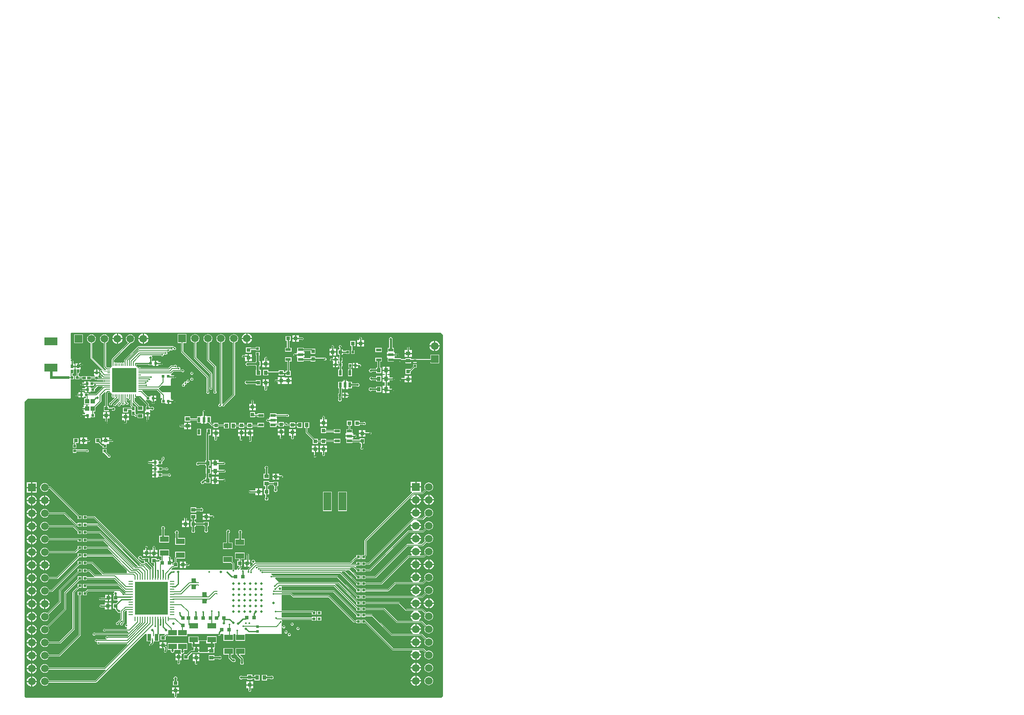
<source format=gtl>
%FSTAX25Y25*%
%MOIN*%
%SFA1B1*%

%IPPOS*%
%ADD10O,0.035430X0.009840*%
%ADD11R,0.066930X0.043310*%
%ADD12R,0.019690X0.019690*%
%ADD13R,0.035430X0.031500*%
%ADD14R,0.031500X0.035430*%
%ADD15R,0.019690X0.019690*%
%ADD16R,0.023620X0.043310*%
%ADD17R,0.031500X0.031500*%
%ADD18R,0.031500X0.031500*%
%ADD19R,0.041340X0.023620*%
%ADD20R,0.023620X0.041340*%
%ADD21R,0.031500X0.027560*%
%ADD22R,0.027560X0.031500*%
%ADD23R,0.023620X0.019690*%
%ADD24R,0.019690X0.023620*%
%ADD25R,0.255900X0.255900*%
%ADD26O,0.009840X0.035430*%
%ADD27R,0.019690X0.025590*%
%ADD28R,0.033470X0.037400*%
%ADD29O,0.025590X0.007870*%
%ADD30O,0.007870X0.025590*%
%ADD31R,0.185040X0.185040*%
%ADD32R,0.025590X0.019690*%
%ADD33R,0.035430X0.027560*%
%ADD34R,0.031500X0.029530*%
%ADD35R,0.102360X0.059060*%
%ADD36R,0.007870X0.019690*%
%ADD37R,0.029530X0.055120*%
%ADD38R,0.059060X0.141730*%
%ADD39C,0.006000*%
%ADD40C,0.010000*%
%ADD41C,0.008000*%
%ADD42C,0.012000*%
%ADD43C,0.004000*%
%ADD44C,0.016000*%
%ADD45C,0.059060*%
%ADD46R,0.059060X0.059060*%
%ADD47R,0.059060X0.059060*%
%ADD48C,0.009000*%
%ADD49C,0.020000*%
%ADD50C,0.014000*%
%ADD51C,0.019690*%
%ADD52C,0.025980*%
%LNhighspeed_v0-1*%
%LPD*%
G36*
X03851Y02904D02*
Y00109D01*
X03845Y00103*
X03837Y00095*
X0178527*
X0178491Y0009768*
X0178674Y0010067*
X0178795Y0010148*
X0178949Y0010251*
X0179045Y0010347*
X0179049Y0010351*
X0179248Y0010649*
X0179318Y0011*
Y0012868*
X0180975*
Y0014746*
X0175825*
Y0012868*
X0177482*
Y0011296*
X0177452Y0011251*
X0177382Y00109*
X0177452Y0010549*
X017757Y0010372*
X0177651Y0010251*
X0177806Y0010148*
X0177926Y0010067*
X0178109Y0009768*
X0178073Y00095*
X00627*
X00617Y00105*
Y00108*
Y02383*
X00616Y02384*
X00641Y02409*
Y0241*
X00962*
X00966*
X00967Y02409*
X00975Y02417*
Y0255916*
X0100125*
Y0258684*
X0098616*
Y026045*
X0099784*
Y0263591*
X0100384*
Y026537*
X00984*
Y026637*
X0100384*
Y026815*
X0099318*
Y02707*
X0099248Y0271051*
X0099049Y0271349*
X0098751Y0271548*
X00984Y0271618*
X0098049Y0271548*
X0098Y0271515*
X00975Y0271782*
Y02909*
Y02915*
X0098Y0292*
X03835*
X03851Y02904*
G37*
G36*
X00835Y0268082D02*
Y0258269D01*
X00963*
Y02563*
X0081537*
Y0256318*
X0081531*
Y0268082*
X00835*
G37*
%LNhighspeed_v0-2*%
%LPC*%
G36*
X0183654Y0112D02*
X0181776D01*
Y0109925*
X0183654*
Y0112*
G37*
G36*
X010985Y0150779D02*
X0106687D01*
Y014801*
X010985*
Y0148681*
X0115271*
X0151228Y0112724*
X0151054Y011229*
X0150569Y011224*
X0118819Y014399*
X0118588Y0144145*
X0118315Y0144199*
X010985*
Y0144869*
X0106687*
Y0142101*
X010985*
Y0142771*
X0118019*
X0149315Y0111476*
X0149124Y0111014*
X0147696*
X0120629Y013808*
X0120397Y0138235*
X0120124Y0138289*
X010985*
Y013896*
X0106687*
Y0136191*
X010985*
Y0136862*
X0119829*
X014609Y0110601*
X0145922Y0110062*
X0145774Y0110035*
X0123638Y0132171*
X0123407Y0132326*
X0123134Y013238*
X010985*
Y0133051*
X0106687*
Y0130282*
X010985*
Y0130953*
X0122838*
X0126759Y0127031*
X0126744Y012692*
X0126443Y012647*
X010985*
Y0127141*
X0106687*
Y0124373*
X010985*
Y0125043*
X0126148*
X0130161Y0121029*
X0129983Y012063*
X0129922Y0120561*
X010985*
Y0121232*
X0106687*
Y0118463*
X010985*
Y0119134*
X0129657*
X01406Y0108191*
Y0106114*
X0122996*
X0114667Y0114443*
X0114435Y0114597*
X0114162Y0114652*
X010985*
Y0115322*
X0106687*
Y0112554*
X010985*
Y0113224*
X0113866*
X0121877Y0105214*
X012167Y0104714*
X0116296*
X0112476Y0108533*
X0112245Y0108688*
X0111972Y0108742*
X010985*
Y0109413*
X0106687*
Y0106644*
X010985*
Y0107315*
X0111676*
X0115495Y0103495*
X0115727Y0103341*
X0115767Y0103333*
X0115718Y0102833*
X010985*
Y0103503*
X0106687*
Y0100735*
X010985*
Y0101405*
X0130985*
X0134277Y0098114*
X013407Y0097614*
X0108959*
X0108859Y0097594*
X0106687*
Y0094825*
X010985*
Y0096186*
X0134304*
X0139374Y0091117*
X0139606Y0090962*
X0139879Y0090908*
X0139864Y0090414*
X0138946*
X0138893Y0090493*
X0138529Y0090736*
X0138334Y0090775*
X0135905Y0093205*
X0135673Y0093359*
X01354Y0093414*
X0110669*
X0110395Y0093359*
X0110164Y0093205*
X0108643Y0091684*
X0106687*
Y0088916*
X010985*
Y0090872*
X0110964Y0091986*
X0131104*
X0131255Y0091486*
X0130991Y0091309*
X0130681Y0090846*
X0130573Y00903*
X0130681Y0089754*
X0130934Y0089375*
X0130839Y0089064*
X0130713Y0088875*
X0130376*
Y0084925*
X0133432*
X0133437*
X013345*
X0133941Y0084434*
Y0084426*
Y0084238*
X0132377Y0082675*
X0130176*
Y0078725*
X0131882*
Y00783*
X0131952Y0077949*
X0132151Y0077651*
X013334Y0076463*
X0133381Y0076254*
X0133691Y0075791*
X0134154Y0075481*
X01347Y0075373*
X0135246Y0075481*
X0135286Y0075508*
X0135786Y0075241*
Y0070496*
X0133494Y0068203*
X01334Y0068222*
X0132971Y0068136*
X0132607Y0067893*
X0132364Y0067529*
X0132278Y00671*
X0132364Y0066671*
X0132607Y0066307*
X0132971Y0066064*
X01334Y0065978*
X0133829Y0066064*
X0134193Y0066307*
X0134436Y0066671*
X0134522Y00671*
X0134503Y0067194*
X0136886Y0069577*
X0137354Y006942*
X0137386Y0069395*
Y0068496*
X0136794Y0067903*
X01367Y0067922*
X0136271Y0067836*
X0135907Y0067593*
X0135664Y0067229*
X0135578Y00668*
X0135664Y0066371*
X0135907Y0066007*
X0136271Y0065764*
X01367Y0065678*
X0137129Y0065764*
X0137493Y0066007*
X0137736Y0066371*
X0137822Y00668*
X0137803Y0066894*
X0138605Y0067695*
X0138759Y0067927*
X0138814Y00682*
Y0075904*
X0140037Y0077128*
X01406*
Y0066704*
X01405Y0066622*
X0140071Y0066536*
X0139707Y0066293*
X0139464Y0065929*
X0139378Y00655*
X0139464Y0065071*
X0139707Y0064707*
X0140071Y0064464*
X01405Y0064378*
X01406Y0064296*
Y0062714*
X0124246*
X0124193Y0062793*
X0123829Y0063036*
X01234Y0063122*
X0122971Y0063036*
X0122607Y0062793*
X0122364Y0062429*
X0122278Y0062*
X0122364Y0061571*
X0122607Y0061207*
X0122971Y0060964*
X01234Y0060878*
X0123829Y0060964*
X0124193Y0061207*
X0124246Y0061286*
X0140947*
X0142212Y0060022*
X0141804Y0059614*
X0116346*
X0116293Y0059693*
X0115929Y0059936*
X01155Y0060022*
X0115071Y0059936*
X0114707Y0059693*
X0114464Y0059329*
X0114378Y00589*
X0114464Y0058471*
X0114707Y0058107*
X0115071Y0057864*
X01155Y0057778*
X0115929Y0057864*
X0116293Y0058107*
X0116346Y0058186*
X014167*
X0141877Y0057686*
X0141104Y0056914*
X0126346*
X0126293Y0056993*
X0125929Y0057236*
X01255Y0057322*
X0125071Y0057236*
X0124707Y0056993*
X0124464Y0056629*
X0124378Y00562*
X0124464Y0055771*
X0124707Y0055407*
X0124996Y0055214*
X0124977Y0054896*
X0124913Y0054714*
X0118046*
X0117993Y0054793*
X0117629Y0055036*
X01172Y0055122*
X0116771Y0055036*
X0116407Y0054793*
X0116164Y0054429*
X0116078Y0054*
X0116164Y0053571*
X0116407Y0053207*
X0116771Y0052964*
X01172Y0052878*
X0117541Y0052946*
X011776Y0052735*
X0117872Y0052541*
X0117864Y0052529*
X0117778Y00521*
X0117864Y0051671*
X0118107Y0051307*
X0118471Y0051064*
X01189Y0050978*
X0119329Y0051064*
X0119512Y0051186*
X0140926*
X0141133Y0050686*
X0123562Y0033116*
X0080574*
X0080566Y0033175*
X0080229Y0033991*
X0079691Y0034691*
X0078991Y0035229*
X0078175Y0035566*
X00773Y0035682*
X0076425Y0035566*
X0075609Y0035229*
X0074909Y0034691*
X0074371Y0033991*
X0074034Y0033175*
X0073918Y00323*
X0074034Y0031425*
X0074371Y0030609*
X0074909Y0029909*
X0075609Y0029371*
X0076425Y0029034*
X00773Y0028918*
X0078175Y0029034*
X0078991Y0029371*
X0079691Y0029909*
X0080229Y0030609*
X0080566Y0031425*
X0080574Y0031484*
X01239*
X0124179Y003154*
X0124209Y0031518*
X0124372Y0031026*
X0116462Y0023116*
X0080574*
X0080566Y0023175*
X0080229Y0023991*
X0079691Y0024691*
X0078991Y0025229*
X0078175Y0025567*
X00773Y0025682*
X0076425Y0025567*
X0075609Y0025229*
X0074909Y0024691*
X0074371Y0023991*
X0074034Y0023175*
X0073918Y00223*
X0074034Y0021425*
X0074371Y0020609*
X0074909Y0019909*
X0075609Y0019371*
X0076425Y0019034*
X00773Y0018918*
X0078175Y0019034*
X0078991Y0019371*
X0079691Y0019909*
X0080229Y0020609*
X0080566Y0021425*
X0080574Y0021484*
X01168*
X0117112Y0021546*
X0117377Y0021723*
X0154654Y0059*
X0156169*
Y0053244*
X0159113*
Y0052644*
X0159146Y0052144*
X0158451Y0051449*
X0158252Y0051151*
X0158182Y00508*
X0158252Y0050449*
X0158451Y0050151*
X0158749Y0049952*
X01591Y0049882*
X0159451Y0049952*
X0159749Y0050151*
X0161155Y0051557*
X0161354Y0051855*
X0161424Y0052206*
Y0052644*
X01619*
Y0053244*
X0165631*
Y0058647*
X0165672Y0058854*
Y0059*
X0169983*
X0170191Y00585*
X0169423Y0057732*
X0166725*
Y0054176*
X0170675*
Y0056966*
X0171396Y0057686*
X0172353*
Y005745*
X0179354*
X0179846*
X0179851Y0057447*
X0179852*
X0180053Y005735*
X0180054*
X0180305*
X0187547*
Y0059*
X0211282*
Y00585*
X0211352Y0058149*
X0211551Y0057851*
X0211849Y0057652*
X02122Y0057582*
X0212551Y0057652*
X0212849Y0057851*
X0213048Y0058149*
X0213118Y00585*
Y0059*
X0215144*
X0215553Y005878*
Y005365*
X0223046*
Y005878*
X0223456Y0059*
X0224344*
X0224753Y005878*
Y005365*
X0232246*
Y005878*
X0232656Y0059*
X02605*
Y0064342*
X026093Y0064385*
X026097Y0064389*
X0260994Y0064391*
X0261Y0064392*
X026105Y0064141*
X0261064Y0064071*
X0261307Y0063707*
X0261671Y0063464*
X02621Y0063378*
X0262529Y0063464*
X0262893Y0063707*
X0263136Y0064071*
X0263222Y00645*
X0263136Y0064929*
X0262893Y0065293*
X0262529Y0065536*
X02621Y0065622*
X0261671Y0065536*
X0261307Y0065293*
X0261064Y0064929*
X026105Y0064859*
X0261Y0064608*
X0260994Y0064609*
X026097Y0064611*
X026093Y0064615*
X02605Y0064658*
Y0067545*
X0260593Y0067607*
X0260836Y0067971*
X0260922Y00684*
X0260836Y0068829*
X0260593Y0069193*
X02605Y0069255*
Y0070086*
X028385*
Y0069416*
X0287013*
Y0072184*
X028385*
Y0071514*
X02605*
Y0075686*
X028385*
Y0074016*
X0287013*
Y0076784*
X0285057*
X0284936Y0076905*
X0284705Y0077059*
X0284432Y0077114*
X02605*
Y0089286*
X0267366*
X0268957Y0087695*
X0269188Y0087541*
X0269461Y0087486*
X0296504*
X0315795Y0068195*
X0316027Y0068041*
X03163Y0067986*
X0318149*
Y0067316*
X0321311*
Y0070084*
X0318149*
Y0069414*
X0316596*
X0297305Y0088705*
X0297073Y0088859*
X02968Y0088914*
X0269757*
X0268166Y0090505*
X0267935Y0090659*
X0267661Y0090714*
X02605*
Y0091286*
X0300404*
X0318149Y0073542*
Y0072116*
X0321311*
Y0074884*
X0318825*
X0301205Y0092505*
X0300973Y0092659*
X03007Y0092714*
X02605*
Y0093862*
X0260527Y0094*
X02605Y0094138*
Y0096086*
X0300804*
X0318149Y0078742*
Y0077016*
X0321311*
Y0078229*
X0321345Y00784*
X0321311Y007857*
Y0079784*
X0319125*
X0301723Y0097186*
X030188Y0097654*
X0301905Y0097686*
X0303926*
X0318149Y0083464*
Y0081516*
X0321311*
Y0084284*
X0319347*
X0304727Y0098905*
X0304495Y0099059*
X0304222Y0099114*
X0258486*
X0255476Y0102124*
X0255667Y0102586*
X0303304*
X0318149Y0087742*
Y0086316*
X0321311*
Y0089084*
X0318825*
X0304105Y0103805*
X0303873Y0103959*
X03036Y0104014*
X0253586*
X0252276Y0105324*
X0252467Y0105786*
X0305604*
X0318149Y0093242*
Y0091449*
X0321311*
Y0094218*
X0319192*
X0306723Y0106686*
X030693Y0107186*
X0309004*
X0318149Y0098042*
Y0096582*
X0321311*
Y0099351*
X0318858*
X0310223Y0107986*
X031043Y0108486*
X0312704*
X0318149Y0103042*
Y0101716*
X0321311*
Y0104484*
X0318725*
X0313523Y0109686*
X0313527Y0109765*
X0313684Y0110186*
X0316204*
X0318149Y0108242*
Y0106849*
X0321311*
Y0109618*
X0318792*
X0317423Y0110986*
X031763Y0111486*
X0317965*
X0318238Y0111541*
X031847Y0111695*
X0318757Y0111982*
X0321311*
Y0114751*
X0318149*
Y0113394*
X0317669Y0112914*
X031443*
X0314223Y0113414*
X0317896Y0117086*
X03191*
X0319248Y0117116*
X0321311*
Y0119884*
X0318149*
Y0118514*
X03176*
X0317327Y0118459*
X0317095Y0118305*
X0313004Y0114214*
X0240281*
X023989Y0114714*
X0239927Y01149*
X0239819Y0115446*
X0239509Y0115909*
X0239046Y0116219*
X02385Y0116327*
X0237954Y0116219*
X0237491Y0115909*
X0237181Y0115446*
X0237073Y01149*
X0237181Y0114354*
X0237491Y0113891*
X0237954Y0113581*
X0238046Y0113563*
X0238211Y011302*
X0236532Y0111342*
X0236032Y0111549*
Y01132*
X0234154*
Y0111125*
X0235609*
X0235816Y0110625*
X0234295Y0109105*
X0234141Y0108873*
X0234106Y01087*
X0228732*
X0228322Y01092*
X0228303Y0109294*
X0228805Y0109795*
X0228959Y0110027*
X0229014Y01103*
Y0111725*
X0229724*
Y0115675*
X0229014*
Y011692*
X0231846*
Y012205*
X0224354*
Y011692*
X0227586*
Y0115675*
X0226168*
Y0111725*
X0227586*
Y0110663*
X02272Y0110322*
X0226771Y0110236*
X0226407Y0109993*
X0226164Y0109629*
X0226079Y01092*
X0225668Y01087*
X0224022*
X0223893Y0108893*
X0223814Y0108946*
Y0113247*
X0223759Y011352*
X0223605Y0113752*
X0222446Y011491*
Y011915*
X0214953*
Y011402*
X0221318*
X0222386Y0112952*
Y0108946*
X0222307Y0108893*
X0222178Y01087*
X0175363*
X0175171Y0109162*
X0176196Y0110186*
X0176846*
X0177119Y0110241*
X017735Y0110395*
X017748Y0110525*
X0180224*
Y0114475*
X0179159*
Y0117397*
X0179182Y011742*
X0185747*
Y012255*
X0178253*
Y011851*
X0177941Y0118198*
X0177786Y0117966*
X0177732Y0117693*
Y0114475*
X0176668*
Y0112201*
X0176632Y0112173*
X0176132Y0112414*
Y01135*
X0173754*
Y01145*
X0176132*
Y0116575*
X0174672*
Y0118046*
X0174614Y0118339*
X0174602Y0118397*
X0174403Y0118694*
X0174349Y0118749*
X0174051Y0118948*
X0173796Y0118999*
X0173693Y0119026*
X0173346Y0119457*
Y012425*
X0165854*
Y011912*
X0167386*
Y0115975*
X0166387*
X0166336Y0116229*
X0166093Y0116593*
X0165729Y0116836*
X01653Y0116922*
X0164871Y0116836*
X0164612Y0116663*
X0163675*
Y0117524*
X0159725*
Y0113968*
X0161835*
Y0111552*
X016172Y0111469*
X0161335Y0111363*
X0157975Y0114723*
Y0117624*
X0154025*
Y0117618*
X0152778*
X0152427Y0118*
X0152319Y0118546*
X0152009Y0119009*
X0151546Y0119319*
X0151Y0119427*
X0150454Y0119319*
X0149991Y0119009*
X0149681Y0118546*
X0149573Y0118*
X0149681Y0117454*
X0149991Y0116991*
X0150454Y0116681*
X0151Y0116573*
X0151108Y0116594*
X0151651Y0116051*
X0151949Y0115852*
X01523Y0115782*
X0154025*
Y0114068*
X015604*
X0156051Y0114051*
X0159867Y0110236*
Y0109171*
X0159367Y010902*
X015932Y0109089*
X0155105Y0113305*
X0154873Y0113459*
X01546Y0113514*
X0152457*
X0116071Y0149899*
X011584Y0150054*
X0115567Y0150108*
X010985*
Y0150779*
G37*
G36*
X0233154Y01132D02*
X0231276D01*
Y0111125*
X0233154*
Y01132*
G37*
G36*
X0186532Y0115075D02*
X0184654D01*
Y01125*
Y0109925*
X0186532*
Y0111582*
X01881*
X0188451Y0111652*
X0188749Y0111851*
X0188948Y0112149*
X0189018Y01125*
X0188948Y0112851*
X0188749Y0113149*
X0188451Y0113348*
X01881Y0113418*
X0186532*
Y0115075*
G37*
G36*
X0378021Y01123D02*
X03746D01*
Y0108879*
X0375132Y0108949*
X0376093Y0109347*
X0376919Y0109981*
X0377553Y0110807*
X0377951Y0111768*
X0378021Y01123*
G37*
G36*
X0081221Y01118D02*
X00778D01*
Y0108379*
X0078332Y0108449*
X0079293Y0108847*
X0080119Y0109481*
X0080753Y0110307*
X0081151Y0111268*
X0081221Y01118*
G37*
G36*
X00768D02*
X0073379D01*
X0073449Y0111268*
X0073847Y0110307*
X0074481Y0109481*
X0075307Y0108847*
X0076268Y0108449*
X00768Y0108379*
Y01118*
G37*
G36*
X03636Y01123D02*
X0360179D01*
X0360249Y0111768*
X0360647Y0110807*
X0361281Y0109981*
X0362107Y0109347*
X0363068Y0108949*
X03636Y0108879*
Y01123*
G37*
G36*
X03736D02*
X0370179D01*
X0370249Y0111768*
X0370647Y0110807*
X0371281Y0109981*
X0372107Y0109347*
X0373068Y0108949*
X03736Y0108879*
Y01123*
G37*
G36*
X0368021D02*
X03646D01*
Y0108879*
X0365132Y0108949*
X0366093Y0109347*
X0366919Y0109981*
X0367553Y0110807*
X0367951Y0111768*
X0368021Y01123*
G37*
G36*
X00668Y0116221D02*
X0066268Y0116151D01*
X0065307Y0115753*
X0064481Y0115119*
X0063847Y0114293*
X0063449Y0113332*
X0063379Y01128*
X00668*
Y0116221*
G37*
G36*
X03746Y0116721D02*
Y01133D01*
X0378021*
X0377951Y0113832*
X0377553Y0114793*
X0376919Y0115619*
X0376093Y0116253*
X0375132Y0116651*
X03746Y0116721*
G37*
G36*
X03736D02*
X0373068Y0116651D01*
X0372107Y0116253*
X0371281Y0115619*
X0370647Y0114793*
X0370249Y0113832*
X0370179Y01133*
X03736*
Y0116721*
G37*
G36*
X02342Y0121118D02*
X0233849Y0121048D01*
X0233551Y0120849*
X0233352Y0120551*
X0233282Y01202*
Y0116275*
X0231276*
Y01142*
X0236032*
Y0116275*
X0235118*
Y01202*
X0235048Y0120551*
X0234849Y0120849*
X0234551Y0121048*
X02342Y0121118*
G37*
G36*
X0071221Y01218D02*
X00678D01*
Y0118379*
X0068332Y0118449*
X0069293Y0118847*
X0070119Y0119481*
X0070753Y0120307*
X0071151Y0121268*
X0071221Y01218*
G37*
G36*
X00668D02*
X0063379D01*
X0063449Y0121268*
X0063847Y0120307*
X0064481Y0119481*
X0065307Y0118847*
X0066268Y0118449*
X00668Y0118379*
Y01218*
G37*
G36*
X03646Y0116721D02*
Y01133D01*
X0368021*
X0367951Y0113832*
X0367553Y0114793*
X0366919Y0115619*
X0366093Y0116253*
X0365132Y0116651*
X03646Y0116721*
G37*
G36*
X00768Y0116221D02*
X0076268Y0116151D01*
X0075307Y0115753*
X0074481Y0115119*
X0073847Y0114293*
X0073449Y0113332*
X0073379Y01128*
X00768*
Y0116221*
G37*
G36*
X00678D02*
Y01128D01*
X0071221*
X0071151Y0113332*
X0070753Y0114293*
X0070119Y0115119*
X0069293Y0115753*
X0068332Y0116151*
X00678Y0116221*
G37*
G36*
X00778D02*
Y01128D01*
X0081221*
X0081151Y0113332*
X0080753Y0114293*
X0080119Y0115119*
X0079293Y0115753*
X0078332Y0116151*
X00778Y0116221*
G37*
G36*
X03636Y0116721D02*
X0363068Y0116651D01*
X0362107Y0116253*
X0361281Y0115619*
X0360647Y0114793*
X0360249Y0113832*
X0360179Y01133*
X03636*
Y0116721*
G37*
G36*
X0183654Y0115075D02*
X0181776D01*
Y0113*
X0183654*
Y0115075*
G37*
G36*
X03741Y0096182D02*
X0373225Y0096066D01*
X0372409Y0095729*
X0371709Y0095191*
X0371171Y0094491*
X0370834Y0093675*
X0370718Y00928*
X0370834Y0091925*
X0371171Y0091109*
X0371271Y009098*
X0368704Y0088414*
X0364897*
X0364864Y0088914*
X0365132Y0088949*
X0366093Y0089347*
X0366919Y0089981*
X0367553Y0090807*
X0367951Y0091768*
X0368021Y00923*
X0360179*
X0360249Y0091768*
X0360647Y0090807*
X0361281Y0089981*
X0362107Y0089347*
X0363068Y0088949*
X0363336Y0088914*
X0363303Y0088414*
X0325248*
Y0089084*
X0322086*
Y0086316*
X0325248*
Y0086986*
X0362571*
X036267Y0086486*
X0362107Y0086253*
X0361281Y0085619*
X0360647Y0084793*
X0360249Y0083832*
X0360179Y00833*
X0368021*
X0367951Y0083832*
X0367553Y0084793*
X0366919Y0085619*
X0366093Y0086253*
X0365529Y0086486*
X0365629Y0086986*
X0369*
X0369273Y0087041*
X0369505Y0087195*
X037228Y0089971*
X0372409Y0089871*
X0373225Y0089534*
X03741Y0089418*
X0374975Y0089534*
X0375791Y0089871*
X0376491Y0090409*
X0377029Y0091109*
X0377366Y0091925*
X0377482Y00928*
X0377366Y0093675*
X0377029Y0094491*
X0376491Y0095191*
X0375791Y0095729*
X0374975Y0096066*
X03741Y0096182*
G37*
G36*
X0071221Y00918D02*
X00678D01*
Y0088379*
X0068332Y0088449*
X0069293Y0088847*
X0070119Y0089481*
X0070753Y0090307*
X0071151Y0091268*
X0071221Y00918*
G37*
G36*
X00668Y0096221D02*
X0066268Y0096151D01*
X0065307Y0095753*
X0064481Y0095119*
X0063847Y0094293*
X0063449Y0093332*
X0063379Y00928*
X00668*
Y0096221*
G37*
G36*
X0105913Y0115322D02*
X010275D01*
Y0113366*
X0082398Y0093014*
X0080588*
X0080566Y0093175*
X0080229Y0093991*
X0079691Y0094691*
X0078991Y0095229*
X0078175Y0095566*
X00773Y0095682*
X0076425Y0095566*
X0075609Y0095229*
X0074909Y0094691*
X0074371Y0093991*
X0074034Y0093175*
X0073918Y00923*
X0074034Y0091425*
X0074371Y0090609*
X0074909Y0089909*
X0075609Y0089371*
X0076425Y0089034*
X00773Y0088918*
X0078175Y0089034*
X0078991Y0089371*
X0079691Y0089909*
X0080229Y0090609*
X0080566Y0091425*
X0080588Y0091586*
X0082694*
X0082967Y0091641*
X0083198Y0091795*
X0103957Y0112554*
X0105913*
Y0115322*
G37*
G36*
X00678Y0096221D02*
Y00928D01*
X0071221*
X0071151Y0093332*
X0070753Y0094293*
X0070119Y0095119*
X0069293Y0095753*
X0068332Y0096151*
X00678Y0096221*
G37*
G36*
X00668Y00918D02*
X0063379D01*
X0063449Y0091268*
X0063847Y0090307*
X0064481Y0089481*
X0065307Y0088847*
X0066268Y0088449*
X00668Y0088379*
Y00918*
G37*
G36*
X03746Y0086721D02*
Y00833D01*
X0378021*
X0377951Y0083832*
X0377553Y0084793*
X0376919Y0085619*
X0376093Y0086253*
X0375132Y0086651*
X03746Y0086721*
G37*
G36*
X03736D02*
X0373068Y0086651D01*
X0372107Y0086253*
X0371281Y0085619*
X0370647Y0084793*
X0370249Y0083832*
X0370179Y00833*
X03736*
Y0086721*
G37*
G36*
X0125946Y0089475D02*
X0124068D01*
Y0087118*
X01202*
X0119907Y0087059*
X0119849Y0087048*
X0119551Y0086849*
X0119352Y0086551*
X0119282Y00862*
X0119352Y0085849*
X0119551Y0085551*
X0119849Y0085352*
X01202Y0085282*
X0124068*
Y0084325*
X0125946*
Y00869*
Y0089475*
G37*
G36*
X0128824D02*
X0126946D01*
Y00874*
X0128824*
Y0089475*
G37*
G36*
Y00864D02*
X0126946D01*
Y0084325*
X0128824*
Y00864*
G37*
G36*
X03636Y0096721D02*
X0363068Y0096651D01*
X0362107Y0096253*
X0361281Y0095619*
X0360647Y0094793*
X0360249Y0093832*
X0360179Y00933*
X03636*
Y0096721*
G37*
G36*
Y0106721D02*
X0363068Y0106651D01*
X0362107Y0106253*
X0361281Y0105619*
X0360647Y0104793*
X0360249Y0103832*
X0360179Y01033*
X03636*
Y0106721*
G37*
G36*
X0105913Y0121232D02*
X010275D01*
Y0119276*
X0086488Y0103014*
X0080588*
X0080566Y0103175*
X0080229Y0103991*
X0079691Y0104691*
X0078991Y0105229*
X0078175Y0105567*
X00773Y0105682*
X0076425Y0105567*
X0075609Y0105229*
X0074909Y0104691*
X0074371Y0103991*
X0074034Y0103175*
X0073918Y01023*
X0074034Y0101425*
X0074371Y0100609*
X0074909Y0099909*
X0075609Y0099371*
X0076425Y0099034*
X00773Y0098918*
X0078175Y0099034*
X0078991Y0099371*
X0079691Y0099909*
X0080229Y0100609*
X0080566Y0101425*
X0080588Y0101586*
X0086784*
X0087057Y0101641*
X0087289Y0101795*
X0103957Y0118463*
X0105913*
Y0121232*
G37*
G36*
X03646Y0106721D02*
Y01033D01*
X0368021*
X0367951Y0103832*
X0367553Y0104793*
X0366919Y0105619*
X0366093Y0106253*
X0365132Y0106651*
X03646Y0106721*
G37*
G36*
X0071221Y01118D02*
X00678D01*
Y0108379*
X0068332Y0108449*
X0069293Y0108847*
X0070119Y0109481*
X0070753Y0110307*
X0071151Y0111268*
X0071221Y01118*
G37*
G36*
X00668D02*
X0063379D01*
X0063449Y0111268*
X0063847Y0110307*
X0064481Y0109481*
X0065307Y0108847*
X0066268Y0108449*
X00668Y0108379*
Y01118*
G37*
G36*
X00678Y0106221D02*
Y01028D01*
X0071221*
X0071151Y0103332*
X0070753Y0104293*
X0070119Y0105119*
X0069293Y0105753*
X0068332Y0106151*
X00678Y0106221*
G37*
G36*
X00668Y01018D02*
X0063379D01*
X0063449Y0101268*
X0063847Y0100307*
X0064481Y0099481*
X0065307Y0098847*
X0066268Y0098449*
X00668Y0098379*
Y01018*
G37*
G36*
X03646Y0096721D02*
Y00933D01*
X0368021*
X0367951Y0093832*
X0367553Y0094793*
X0366919Y0095619*
X0366093Y0096253*
X0365132Y0096651*
X03646Y0096721*
G37*
G36*
X0071221Y01018D02*
X00678D01*
Y0098379*
X0068332Y0098449*
X0069293Y0098847*
X0070119Y0099481*
X0070753Y0100307*
X0071151Y0101268*
X0071221Y01018*
G37*
G36*
X00668Y0106221D02*
X0066268Y0106151D01*
X0065307Y0105753*
X0064481Y0105119*
X0063847Y0104293*
X0063449Y0103332*
X0063379Y01028*
X00668*
Y0106221*
G37*
G36*
X03741Y0106182D02*
X0373225Y0106067D01*
X0372409Y0105729*
X0371709Y0105191*
X0371171Y0104491*
X0370834Y0103675*
X0370718Y01028*
X0370834Y0101925*
X0371171Y0101109*
X0371271Y010098*
X0369404Y0099114*
X036661*
X0366441Y0099614*
X0366919Y0099981*
X0367553Y0100807*
X0367951Y0101768*
X0368021Y01023*
X0360179*
X0360249Y0101768*
X0360647Y0100807*
X0361281Y0099981*
X0361759Y0099614*
X036159Y0099114*
X03482*
X0347927Y0099059*
X0347695Y0098905*
X0342338Y0093547*
X0325248*
Y0094218*
X0322086*
Y0091449*
X0325248*
Y009212*
X0342633*
X0342906Y0092174*
X0343138Y0092329*
X0348496Y0097686*
X03697*
X0369973Y0097741*
X0370205Y0097895*
X037228Y0099971*
X0372409Y0099871*
X0373225Y0099534*
X03741Y0099418*
X0374975Y0099534*
X0375791Y0099871*
X0376491Y0100409*
X0377029Y0101109*
X0377366Y0101925*
X0377482Y01028*
X0377366Y0103675*
X0377029Y0104491*
X0376491Y0105191*
X0375791Y0105729*
X0374975Y0106067*
X03741Y0106182*
G37*
G36*
X01612Y0120954D02*
X0159125D01*
Y0119076*
X01612*
Y0120954*
G37*
G36*
X01861Y0149418D02*
X0185749Y0149348D01*
X0185451Y0149149*
X0185252Y0148851*
X0185182Y01485*
X018523Y0148263*
Y0146675*
X0183572*
Y01446*
X0188722*
Y0146675*
X0187065*
Y0148453*
X0186995Y0148804*
X0186796Y0149102*
X0186749Y0149149*
X0186451Y0149348*
X01861Y0149418*
G37*
G36*
X00678Y0146221D02*
Y01428D01*
X0071221*
X0071151Y0143332*
X0070753Y0144293*
X0070119Y0145119*
X0069293Y0145753*
X0068332Y0146151*
X00678Y0146221*
G37*
G36*
X02016Y0149254D02*
X0199525D01*
Y0147376*
X02016*
Y0149254*
G37*
G36*
X00773Y0175682D02*
X0076425Y0175566D01*
X0075609Y0175229*
X0074909Y0174691*
X0074371Y0173991*
X0074034Y0173175*
X0073918Y01723*
X0074034Y0171425*
X0074371Y0170609*
X0074909Y0169909*
X0075609Y0169371*
X0076425Y0169034*
X00773Y0168918*
X0078175Y0169034*
X0078991Y0169371*
X0079691Y0169909*
X0080229Y0170609*
X0080566Y0171425*
X0080588Y0171586*
X0081131*
X010275Y0149967*
Y014801*
X0105913*
Y0150779*
X0103957*
X0081931Y0172805*
X0081699Y0172959*
X0081426Y0173014*
X0080588*
X0080566Y0173175*
X0080229Y0173991*
X0079691Y0174691*
X0078991Y0175229*
X0078175Y0175566*
X00773Y0175682*
G37*
G36*
X0204675Y0152132D02*
X02026D01*
Y0149754*
Y0147376*
X0204675*
Y0148837*
X0207054*
X0207405Y0148907*
X0207703Y0149106*
X0207749Y0149151*
X0207948Y0149449*
X0208018Y01498*
X0207948Y0150151*
X0207749Y0150449*
X0207451Y0150648*
X02071Y0150718*
X020687Y0150672*
X0204675*
Y0152132*
G37*
G36*
X00668Y0146221D02*
X0066268Y0146151D01*
X0065307Y0145753*
X0064481Y0145119*
X0063847Y0144293*
X0063449Y0143332*
X0063379Y01428*
X00668*
Y0146221*
G37*
G36*
X03741Y0146182D02*
X0373225Y0146066D01*
X0372409Y0145729*
X0371709Y0145191*
X0371171Y0144491*
X0370834Y0143675*
X0370718Y01428*
X0370834Y0141925*
X0371171Y0141109*
X0371271Y014098*
X0369404Y0139114*
X036661*
X0366441Y0139614*
X0366919Y0139981*
X0367553Y0140807*
X0367951Y0141768*
X0368021Y01423*
X0360179*
X0360249Y0141768*
X0360647Y0140807*
X0361281Y0139981*
X0361759Y0139614*
X036159Y0139114*
X03586*
X0358327Y0139059*
X0358095Y0138905*
X0328138Y0108947*
X0325248*
Y0109618*
X0322086*
Y0106849*
X0325248*
Y010752*
X0328433*
X0328707Y0107574*
X0328938Y0107729*
X0358896Y0137686*
X03697*
X0369973Y0137741*
X0370205Y0137895*
X037228Y0139971*
X0372409Y0139871*
X0373225Y0139533*
X03741Y0139418*
X0374975Y0139533*
X0375791Y0139871*
X0376491Y0140409*
X0377029Y0141109*
X0377366Y0141925*
X0377482Y01428*
X0377366Y0143675*
X0377029Y0144491*
X0376491Y0145191*
X0375791Y0145729*
X0374975Y0146066*
X03741Y0146182*
G37*
G36*
X0071221Y01418D02*
X00678D01*
Y0138379*
X0068332Y0138449*
X0069293Y0138847*
X0070119Y0139481*
X0070753Y0140307*
X0071151Y0141268*
X0071221Y01418*
G37*
G36*
X0185647Y01436D02*
X0183572D01*
Y0141525*
X0185647*
Y01436*
G37*
G36*
X00773Y0155682D02*
X0076425Y0155567D01*
X0075609Y0155229*
X0074909Y0154691*
X0074371Y0153991*
X0074034Y0153175*
X0073918Y01523*
X0074034Y0151425*
X0074371Y0150609*
X0074909Y0149909*
X0075609Y0149371*
X0076425Y0149033*
X00773Y0148918*
X0078175Y0149033*
X0078991Y0149371*
X0079691Y0149909*
X0080229Y0150609*
X0080566Y0151425*
X0080588Y0151586*
X0092404*
X010101Y0142981*
X0101242Y0142826*
X0101515Y0142771*
X010275*
Y0142101*
X0105913*
Y0144869*
X010275*
Y0144199*
X010181*
X0093205Y0152805*
X0092973Y0152959*
X00927Y0153014*
X0080588*
X0080566Y0153175*
X0080229Y0153991*
X0079691Y0154691*
X0078991Y0155229*
X0078175Y0155567*
X00773Y0155682*
G37*
G36*
X0188722Y01436D02*
X0186647D01*
Y0141525*
X0188722*
Y01436*
G37*
G36*
X00668Y01518D02*
X0063379D01*
X0063449Y0151268*
X0063847Y0150307*
X0064481Y0149481*
X0065307Y0148847*
X0066268Y0148449*
X00668Y0148379*
Y01518*
G37*
G36*
X0194272Y0157031D02*
X0189928D01*
Y0153081*
X0194272*
Y0154036*
X0197472*
X0197854Y0153781*
X01984Y0153673*
X0198946Y0153781*
X0199409Y0154091*
X0199719Y0154554*
X0199827Y01551*
X0199719Y0155646*
X0199409Y0156109*
X0198946Y0156419*
X01984Y0156527*
X0197854Y0156419*
X0197391Y0156109*
X0197368Y0156076*
X0194272*
Y0157031*
G37*
G36*
X03646Y0156721D02*
Y01533D01*
X0368021*
X0367951Y0153832*
X0367553Y0154793*
X0366919Y0155619*
X0366093Y0156253*
X0365132Y0156651*
X03646Y0156721*
G37*
G36*
X0299047Y0169087D02*
X0292342D01*
Y0154113*
X0299047*
Y0169087*
G37*
G36*
X00668Y01618D02*
X0063379D01*
X0063449Y0161268*
X0063847Y0160307*
X0064481Y0159481*
X0065307Y0158847*
X0066268Y0158449*
X00668Y0158379*
Y01618*
G37*
G36*
X0310858Y0169087D02*
X0304153D01*
Y0154113*
X0310858*
Y0169087*
G37*
G36*
X03636Y0156721D02*
X0363068Y0156651D01*
X0362107Y0156253*
X0361281Y0155619*
X0360647Y0154793*
X0360249Y0153832*
X0360179Y01533*
X03636*
Y0156721*
G37*
G36*
X03741Y0156182D02*
X0373225Y0156067D01*
X0372409Y0155729*
X0371709Y0155191*
X0371171Y0154491*
X0370834Y0153675*
X0370718Y01528*
X0370834Y0151925*
X0371171Y0151109*
X0371271Y015098*
X0368904Y0148614*
X0365629*
X036553Y0149114*
X0366093Y0149347*
X0366919Y0149981*
X0367553Y0150807*
X0367951Y0151768*
X0368021Y01523*
X0360179*
X0360249Y0151768*
X0360647Y0150807*
X0361281Y0149981*
X0362107Y0149347*
X036267Y0149114*
X0362571Y0148614*
X03624*
X0362127Y0148559*
X0361895Y0148405*
X0327571Y011408*
X0325248*
Y0114751*
X0322086*
Y0111982*
X0325248*
Y0112653*
X0327867*
X032814Y0112707*
X0328371Y0112862*
X0359967Y0144458*
X0360391Y0144174*
X0360249Y0143832*
X0360179Y01433*
X0368021*
X0367951Y0143832*
X0367553Y0144793*
X0366919Y0145619*
X0366093Y0146253*
X0365132Y0146651*
X0364864Y0146686*
X0364897Y0147186*
X03692*
X0369473Y0147241*
X0369705Y0147395*
X037228Y0149971*
X0372409Y0149871*
X0373225Y0149533*
X03741Y0149418*
X0374975Y0149533*
X0375791Y0149871*
X0376491Y0150409*
X0377029Y0151109*
X0377366Y0151925*
X0377482Y01528*
X0377366Y0153675*
X0377029Y0154491*
X0376491Y0155191*
X0375791Y0155729*
X0374975Y0156067*
X03741Y0156182*
G37*
G36*
X0071221Y01518D02*
X00678D01*
Y0148379*
X0068332Y0148449*
X0069293Y0148847*
X0070119Y0149481*
X0070753Y0150307*
X0071151Y0151268*
X0071221Y01518*
G37*
G36*
X02016Y0152132D02*
X0199525D01*
Y0150254*
X02016*
Y0152132*
G37*
G36*
X00678Y0156221D02*
Y01528D01*
X0071221*
X0071151Y0153332*
X0070753Y0154293*
X0070119Y0155119*
X0069293Y0155753*
X0068332Y0156151*
X00678Y0156221*
G37*
G36*
X00668D02*
X0066268Y0156151D01*
X0065307Y0155753*
X0064481Y0155119*
X0063847Y0154293*
X0063449Y0153332*
X0063379Y01528*
X00668*
Y0156221*
G37*
G36*
Y01418D02*
X0063379D01*
X0063449Y0141268*
X0063847Y0140307*
X0064481Y0139481*
X0065307Y0138847*
X0066268Y0138449*
X00668Y0138379*
Y01418*
G37*
G36*
X00678Y0126221D02*
Y01228D01*
X0071221*
X0071151Y0123332*
X0070753Y0124293*
X0070119Y0125119*
X0069293Y0125753*
X0068332Y0126151*
X00678Y0126221*
G37*
G36*
X00668D02*
X0066268Y0126151D01*
X0065307Y0125753*
X0064481Y0125119*
X0063847Y0124293*
X0063449Y0123332*
X0063379Y01228*
X00668*
Y0126221*
G37*
G36*
X0105913Y0127141D02*
X010275D01*
Y0125185*
X0100579Y0123014*
X0080588*
X0080566Y0123175*
X0080229Y0123991*
X0079691Y0124691*
X0078991Y0125229*
X0078175Y0125566*
X00773Y0125682*
X0076425Y0125566*
X0075609Y0125229*
X0074909Y0124691*
X0074371Y0123991*
X0074034Y0123175*
X0073918Y01223*
X0074034Y0121425*
X0074371Y0120609*
X0074909Y0119909*
X0075609Y0119371*
X0076425Y0119034*
X00773Y0118918*
X0078175Y0119034*
X0078991Y0119371*
X0079691Y0119909*
X0080229Y0120609*
X0080566Y0121425*
X0080588Y0121586*
X0100875*
X0101148Y0121641*
X0101379Y0121795*
X0103957Y0124373*
X0105913*
Y0127141*
G37*
G36*
X02284Y0139327D02*
X0227854Y0139219D01*
X0227391Y0138909*
X0227081Y0138446*
X0226973Y01379*
X0227081Y0137354*
X022738Y0136906*
Y013268*
X0224354*
Y012755*
X0231846*
Y013268*
X022942*
Y0136906*
X0229719Y0137354*
X0229827Y01379*
X0229719Y0138446*
X0229409Y0138909*
X0228946Y0139219*
X02284Y0139327*
G37*
G36*
X0219Y0139627D02*
X0218454Y0139519D01*
X0217991Y0139209*
X0217681Y0138746*
X0217573Y01382*
X0217681Y0137654*
X021778Y0137505*
Y012978*
X0214953*
Y012465*
X0222446*
Y012978*
X021982*
Y0137064*
X0220009Y0137191*
X0220319Y0137654*
X0220427Y01382*
X0220319Y0138746*
X0220009Y0139209*
X0219546Y0139519*
X0219Y0139627*
G37*
G36*
X01559Y0126918D02*
X0155549Y0126848D01*
X0155251Y0126649*
X0155052Y0126351*
X0154982Y0126*
X0155052Y0125649*
X0155082Y0125604*
Y0123932*
X0153425*
Y0122054*
X0158575*
Y0123932*
X0156918*
Y01259*
X0156848Y0126251*
X0156649Y0126549*
X0156549Y0126649*
X0156251Y0126848*
X01559Y0126918*
G37*
G36*
X01555Y0121054D02*
X0153425D01*
Y0119176*
X01555*
Y0121054*
G37*
G36*
X0164275Y0120954D02*
X01622D01*
Y0119076*
X0164275*
Y0120954*
G37*
G36*
X0158575Y0121054D02*
X01565D01*
Y0119176*
X0158575*
Y0121054*
G37*
G36*
X01617Y0127018D02*
X0161349Y0126948D01*
X0161051Y0126749*
X0160852Y0126451*
X0160782Y01261*
Y0123832*
X0159125*
Y0121954*
X0164275*
Y0123832*
X0162618*
Y01261*
X0162548Y0126451*
X0162349Y0126749*
X0162051Y0126948*
X01617Y0127018*
G37*
G36*
X03741Y0126182D02*
X0373225Y0126067D01*
X0372409Y0125729*
X0371709Y0125191*
X0371171Y0124491*
X0370834Y0123675*
X0370718Y01228*
X0370834Y0121925*
X0371171Y0121109*
X0371271Y012098*
X0370004Y0119714*
X0367344*
X0367098Y0120214*
X0367553Y0120807*
X0367951Y0121768*
X0368021Y01223*
X0360179*
X0360249Y0121768*
X0360647Y0120807*
X0361102Y0120214*
X0360856Y0119714*
X03585*
X0358227Y0119659*
X0357995Y0119505*
X0337171Y009868*
X0325248*
Y0099351*
X0322086*
Y0096582*
X0325248*
Y0097253*
X0337467*
X033774Y0097307*
X0337971Y0097462*
X0358796Y0118286*
X03703*
X0370573Y0118341*
X0370805Y0118495*
X037228Y0119971*
X0372409Y0119871*
X0373225Y0119534*
X03741Y0119418*
X0374975Y0119534*
X0375791Y0119871*
X0376491Y0120409*
X0377029Y0121109*
X0377366Y0121925*
X0377482Y01228*
X0377366Y0123675*
X0377029Y0124491*
X0376491Y0125191*
X0375791Y0125729*
X0374975Y0126067*
X03741Y0126182*
G37*
G36*
X01793Y0139127D02*
X0178754Y0139019D01*
X0178291Y0138709*
X0177981Y0138246*
X0177873Y01377*
X0177981Y0137154*
X017828Y0136706*
Y013318*
X0178253*
Y012805*
X0185747*
Y013318*
X018032*
Y0136706*
X0180619Y0137154*
X0180727Y01377*
X0180619Y0138246*
X0180309Y0138709*
X0179846Y0139019*
X01793Y0139127*
G37*
G36*
X03636Y0136721D02*
X0363068Y0136651D01*
X0362107Y0136253*
X0361281Y0135619*
X0360647Y0134793*
X0360249Y0133832*
X0360179Y01333*
X03636*
Y0136721*
G37*
G36*
X00678Y0136221D02*
Y01328D01*
X0071221*
X0071151Y0133332*
X0070753Y0134293*
X0070119Y0135119*
X0069293Y0135753*
X0068332Y0136151*
X00678Y0136221*
G37*
G36*
X03646Y0136721D02*
Y01333D01*
X0368021*
X0367951Y0133832*
X0367553Y0134793*
X0366919Y0135619*
X0366093Y0136253*
X0365132Y0136651*
X03646Y0136721*
G37*
G36*
X0194272Y0151519D02*
X0189928D01*
Y0147569*
X019108*
Y0146075*
X0190078*
Y0142125*
X019108*
Y0139694*
X0190781Y0139246*
X0190673Y01387*
X0190781Y0138154*
X0191091Y0137691*
X0191554Y0137381*
X01921Y0137273*
X0192646Y0137381*
X0193109Y0137691*
X0193419Y0138154*
X0193527Y01387*
X0193419Y0139246*
X019312Y0139694*
Y0142125*
X0194027*
Y0143026*
X0200125*
Y0142268*
X020108*
Y0139894*
X0200781Y0139446*
X0200673Y01389*
X0200781Y0138354*
X0201091Y0137891*
X0201554Y0137581*
X02021Y0137473*
X0202646Y0137581*
X0203109Y0137891*
X0203419Y0138354*
X0203527Y01389*
X0203419Y0139446*
X020312Y0139894*
Y0142268*
X0204075*
Y0145824*
X0200125*
Y0145065*
X0194027*
Y0146075*
X019312*
Y0147569*
X0194272*
Y0151519*
G37*
G36*
X00773Y0145682D02*
X0076425Y0145566D01*
X0075609Y0145229*
X0074909Y0144691*
X0074371Y0143991*
X0074034Y0143175*
X0073918Y01423*
X0074034Y0141425*
X0074371Y0140609*
X0074909Y0139909*
X0075609Y0139371*
X0076425Y0139033*
X00773Y0138918*
X0078175Y0139033*
X0078991Y0139371*
X0079691Y0139909*
X0080229Y0140609*
X0080566Y0141425*
X0080588Y0141586*
X0099312*
X010275Y0138147*
Y0136191*
X0105913*
Y013896*
X0103957*
X0100112Y0142805*
X009988Y0142959*
X0099607Y0143014*
X0080588*
X0080566Y0143175*
X0080229Y0143991*
X0079691Y0144691*
X0078991Y0145229*
X0078175Y0145566*
X00773Y0145682*
G37*
G36*
X00668Y0136221D02*
X0066268Y0136151D01*
X0065307Y0135753*
X0064481Y0135119*
X0063847Y0134293*
X0063449Y0133332*
X0063379Y01328*
X00668*
Y0136221*
G37*
G36*
X0071221Y01318D02*
X00678D01*
Y0128379*
X0068332Y0128449*
X0069293Y0128847*
X0070119Y0129481*
X0070753Y0130307*
X0071151Y0131268*
X0071221Y01318*
G37*
G36*
X00668D02*
X0063379D01*
X0063449Y0131268*
X0063847Y0130307*
X0064481Y0129481*
X0065307Y0128847*
X0066268Y0128449*
X00668Y0128379*
Y01318*
G37*
G36*
X03741Y0136182D02*
X0373225Y0136066D01*
X0372409Y0135729*
X0371709Y0135191*
X0371171Y0134491*
X0370834Y0133675*
X0370718Y01328*
X0370834Y0131925*
X0371171Y0131109*
X0371271Y013098*
X0368804Y0128514*
X0365388*
X0365288Y0129014*
X0366093Y0129347*
X0366919Y0129981*
X0367553Y0130807*
X0367951Y0131768*
X0368021Y01323*
X0360179*
X0360249Y0131768*
X0360647Y0130807*
X0361281Y0129981*
X0362107Y0129347*
X0362912Y0129014*
X0362812Y0128514*
X03575*
X0357227Y0128459*
X0356995Y0128305*
X0332504Y0103814*
X0325248*
Y0104484*
X0322086*
Y0101716*
X0325248*
Y0102386*
X03328*
X0333073Y0102441*
X0333305Y0102595*
X0357796Y0127086*
X0362812*
X0362912Y0126586*
X0362107Y0126253*
X0361281Y0125619*
X0360647Y0124793*
X0360249Y0123832*
X0360179Y01233*
X0368021*
X0367951Y0123832*
X0367553Y0124793*
X0366919Y0125619*
X0366093Y0126253*
X0365288Y0126586*
X0365388Y0127086*
X03691*
X0369373Y0127141*
X0369605Y0127295*
X037228Y0129971*
X0372409Y0129871*
X0373225Y0129534*
X03741Y0129418*
X0374975Y0129534*
X0375791Y0129871*
X0376491Y0130409*
X0377029Y0131109*
X0377366Y0131925*
X0377482Y01328*
X0377366Y0133675*
X0377029Y0134491*
X0376491Y0135191*
X0375791Y0135729*
X0374975Y0136066*
X03741Y0136182*
G37*
G36*
X00773Y0135682D02*
X0076425Y0135566D01*
X0075609Y0135229*
X0074909Y0134691*
X0074371Y0133991*
X0074034Y0133175*
X0073918Y01323*
X0074034Y0131425*
X0074371Y0130609*
X0074909Y0129909*
X0075609Y0129371*
X0076425Y0129034*
X00773Y0128918*
X0078175Y0129034*
X0078991Y0129371*
X0079691Y0129909*
X0080229Y0130609*
X0080566Y0131425*
X0080588Y0131586*
X010275*
Y0130282*
X0105913*
Y0133051*
X010275*
Y0133014*
X0080588*
X0080566Y0133175*
X0080229Y0133991*
X0079691Y0134691*
X0078991Y0135229*
X0078175Y0135566*
X00773Y0135682*
G37*
G36*
X01689Y0142327D02*
X0168354Y0142219D01*
X0167891Y0141909*
X0167581Y0141446*
X0167473Y01409*
X0167581Y0140354*
X016788Y0139906*
Y013488*
X0165854*
Y012975*
X0173346*
Y013488*
X016992*
Y0139906*
X0170219Y0140354*
X0170327Y01409*
X0170219Y0141446*
X0169909Y0141909*
X0169446Y0142219*
X01689Y0142327*
G37*
G36*
X00668Y00418D02*
X0063379D01*
X0063449Y0041268*
X0063847Y0040307*
X0064481Y0039481*
X0065307Y0038847*
X0066268Y0038449*
X00668Y0038379*
Y00418*
G37*
G36*
X0223046Y004815D02*
X0215553D01*
Y004302*
X021948*
Y00406*
X0219558Y004021*
X0219779Y0039879*
X0221679Y0037979*
X022201Y0037758*
X02224Y003768*
X0222406*
X0222854Y0037381*
X02234Y0037273*
X0223946Y0037381*
X0224409Y0037691*
X0224719Y0038154*
X0224827Y00387*
X0224719Y0039246*
X0224409Y0039709*
X0223946Y0040019*
X02234Y0040127*
X0222854Y0040019*
X0222656Y0039886*
X022152Y0041022*
Y004302*
X0223046*
Y004815*
G37*
G36*
X0071221Y00418D02*
X00678D01*
Y0038379*
X0068332Y0038449*
X0069293Y0038847*
X0070119Y0039481*
X0070753Y0040307*
X0071151Y0041268*
X0071221Y00418*
G37*
G36*
X0368021Y00423D02*
X03646D01*
Y0038879*
X0365132Y0038949*
X0366093Y0039347*
X0366919Y0039981*
X0367553Y0040807*
X0367951Y0041768*
X0368021Y00423*
G37*
G36*
X03636D02*
X0360179D01*
X0360249Y0041768*
X0360647Y0040807*
X0361281Y0039981*
X0362107Y0039347*
X0363068Y0038949*
X03636Y0038879*
Y00423*
G37*
G36*
X0183224Y00407D02*
X0178468D01*
Y0038625*
X0179928*
Y003673*
X0179882Y00365*
X0179952Y0036149*
X0180151Y0035851*
X0180449Y0035652*
X01808Y0035582*
X0181151Y0035652*
X0181449Y0035851*
X0181494Y0035897*
X0181693Y0036195*
X0181763Y0036546*
Y0038625*
X0183224*
Y00407*
G37*
G36*
X03636Y0036721D02*
X0363068Y0036651D01*
X0362107Y0036253*
X0361281Y0035619*
X0360647Y0034793*
X0360249Y0033832*
X0360179Y00333*
X03636*
Y0036721*
G37*
G36*
X00678Y0036221D02*
Y00328D01*
X0071221*
X0071151Y0033332*
X0070753Y0034293*
X0070119Y0035119*
X0069293Y0035753*
X0068332Y0036151*
X00678Y0036221*
G37*
G36*
X03646Y0036721D02*
Y00333D01*
X0368021*
X0367951Y0033832*
X0367553Y0034793*
X0366919Y0035619*
X0366093Y0036253*
X0365132Y0036651*
X03646Y0036721*
G37*
G36*
X0196875Y0040147D02*
X0191725D01*
Y0038072*
X0193382*
Y00362*
X0193452Y0035849*
X0193651Y0035551*
X0193949Y0035352*
X01943Y0035282*
X0194651Y0035352*
X0194949Y0035551*
X0195148Y0035849*
X0195218Y00362*
Y0038072*
X0196875*
Y0040147*
G37*
G36*
X0232246Y004815D02*
X0224753D01*
Y004302*
X022578*
Y00426*
X0225858Y004221*
X0226079Y0041879*
X022878Y0039178*
Y0037594*
X0228481Y0037146*
X0228373Y00366*
X0228481Y0036054*
X0228791Y0035591*
X0229254Y0035281*
X02298Y0035173*
X0230346Y0035281*
X0230809Y0035591*
X0231119Y0036054*
X0231227Y00366*
X0231119Y0037146*
X023082Y0037594*
Y00396*
X0230742Y003999*
X0230521Y0040321*
X0228284Y0042558*
X0228475Y004302*
X0232246*
Y004815*
G37*
G36*
X0208272Y0042619D02*
X0203928D01*
Y0038669*
X0208272*
Y003958*
X0211606*
X0212054Y0039281*
X02126Y0039173*
X0213146Y0039281*
X0213609Y0039591*
X0213919Y0040054*
X0214027Y00406*
X0213919Y0041146*
X0213609Y0041609*
X0213146Y0041919*
X02126Y0042027*
X0212054Y0041919*
X0211606Y004162*
X0208272*
Y0042619*
G37*
G36*
X0179847Y005195D02*
X0179828D01*
X0179595*
X0172353*
Y004682*
X0174475*
X0174756Y004632*
X0174673Y00459*
X0174781Y0045354*
X0175091Y0044891*
X0175554Y0044581*
X01761Y0044473*
X0176646Y0044581*
X0177109Y0044891*
X0177419Y0045354*
X0177527Y00459*
X0177444Y004632*
X0177725Y004682*
X0179553*
X0179595*
X0180053Y004672*
X0180072*
X0180305*
X0182586*
X0182731Y004622*
X0182481Y0045846*
X0182373Y00453*
X0182481Y0044754*
X0182791Y0044291*
X0182814Y0044275*
X0182663Y0043775*
X0181346*
Y00417*
X0183224*
Y0043477*
X0183673Y0043898*
X01838Y0043873*
X0184346Y0043981*
X0184809Y0044291*
X0185119Y0044754*
X0185227Y00453*
X0185119Y0045846*
X0184869Y004622*
X0185014Y004672*
X0187547*
Y005185*
X0180347*
X0180305*
X0179847Y005195*
G37*
G36*
X0105913Y0091684D02*
X010275D01*
Y0088916*
X0103618*
Y0058527*
X0088104Y0043014*
X0080588*
X0080566Y0043175*
X0080229Y0043991*
X0079691Y0044691*
X0078991Y0045229*
X0078175Y0045566*
X00773Y0045682*
X0076425Y0045566*
X0075609Y0045229*
X0074909Y0044691*
X0074371Y0043991*
X0074034Y0043175*
X0073918Y00423*
X0074034Y0041425*
X0074371Y0040609*
X0074909Y0039909*
X0075609Y0039371*
X0076425Y0039034*
X00773Y0038918*
X0078175Y0039034*
X0078991Y0039371*
X0079691Y0039909*
X0080229Y0040609*
X0080566Y0041425*
X0080588Y0041586*
X00884*
X0088673Y0041641*
X0088905Y0041795*
X0104836Y0057727*
X0104991Y0057958*
X0105045Y0058232*
Y0088916*
X0105913*
Y0091684*
G37*
G36*
X0171275Y0049746D02*
X01692D01*
Y0047868*
X0169782*
Y0046146*
X0169652Y0045951*
X0169582Y00456*
X0169652Y0045249*
X0169851Y0044951*
X0170149Y0044752*
X01705Y0044682*
X0170851Y0044752*
X0171149Y0044951*
X0171349Y0045151*
X0171548Y0045449*
X0171559Y0045507*
X0171618Y00458*
Y00485*
X0171548Y0048851*
X0171349Y0049149*
X0171275Y0049223*
Y0049746*
G37*
G36*
X00668Y00518D02*
X0063379D01*
X0063449Y0051268*
X0063847Y0050307*
X0064481Y0049481*
X0065307Y0048847*
X0066268Y0048449*
X00668Y0048379*
Y00518*
G37*
G36*
X01682Y0049746D02*
X0166125D01*
Y0047868*
X01682*
Y0049746*
G37*
G36*
X00678Y0046221D02*
Y00428D01*
X0071221*
X0071151Y0043332*
X0070753Y0044293*
X0070119Y0045119*
X0069293Y0045753*
X0068332Y0046151*
X00678Y0046221*
G37*
G36*
X01938Y0043222D02*
X0191725D01*
Y0041147*
X01938*
Y0043222*
G37*
G36*
X0325248Y0070084D02*
X0322086D01*
Y0067316*
X0325143*
X0345964Y0046495*
X0346195Y0046341*
X0346468Y0046286*
X0361329*
X0361499Y0045786*
X0361281Y0045619*
X0360647Y0044793*
X0360249Y0043832*
X0360179Y00433*
X0368021*
X0367951Y0043832*
X0367553Y0044793*
X0366919Y0045619*
X0366701Y0045786*
X0366871Y0046286*
X0369604*
X0371271Y004462*
X0371171Y0044491*
X0370834Y0043675*
X0370718Y00428*
X0370834Y0041925*
X0371171Y0041109*
X0371709Y0040409*
X0372409Y0039871*
X0373225Y0039534*
X03741Y0039418*
X0374975Y0039534*
X0375791Y0039871*
X0376491Y0040409*
X0377029Y0041109*
X0377366Y0041925*
X0377482Y00428*
X0377366Y0043675*
X0377029Y0044491*
X0376491Y0045191*
X0375791Y0045729*
X0374975Y0046066*
X03741Y0046182*
X0373225Y0046066*
X0372409Y0045729*
X037228Y0045629*
X0370405Y0047505*
X0370173Y0047659*
X03699Y0047714*
X0346764*
X0325273Y0069205*
X0325248Y0069221*
Y0070084*
G37*
G36*
X0196875Y0043222D02*
X01948D01*
Y0041147*
X0196875*
Y0043222*
G37*
G36*
X00668Y0046221D02*
X0066268Y0046151D01*
X0065307Y0045753*
X0064481Y0045119*
X0063847Y0044293*
X0063449Y0043332*
X0063379Y00428*
X00668*
Y0046221*
G37*
G36*
X0180346Y0043775D02*
X0178468D01*
Y00417*
X0180346*
Y0043775*
G37*
G36*
X01783Y0026227D02*
X0177754Y0026119D01*
X0177291Y0025809*
X0176981Y0025346*
X0176873Y00248*
X0176981Y0024254*
X0177291Y0023791*
X017738Y0023731*
Y0022732*
X0176425*
Y0019176*
X0180375*
Y0022732*
X017942*
Y0023927*
X0179542Y002411*
X017955Y0024151*
X0179619Y0024254*
X0179727Y00248*
X0179619Y0025346*
X0179309Y0025809*
X0178846Y0026119*
X01783Y0026227*
G37*
G36*
X0368021Y00223D02*
X03646D01*
Y0018879*
X0365132Y0018949*
X0366093Y0019347*
X0366919Y0019981*
X0367553Y0020807*
X0367951Y0021768*
X0368021Y00223*
G37*
G36*
X03741Y0026182D02*
X0373225Y0026066D01*
X0372409Y0025729*
X0371709Y0025191*
X0371171Y0024491*
X0370834Y0023675*
X0370718Y00228*
X0370834Y0021925*
X0371171Y0021109*
X0371709Y0020409*
X0372409Y0019871*
X0373225Y0019534*
X03741Y0019418*
X0374975Y0019534*
X0375791Y0019871*
X0376491Y0020409*
X0377029Y0021109*
X0377366Y0021925*
X0377482Y00228*
X0377366Y0023675*
X0377029Y0024491*
X0376491Y0025191*
X0375791Y0025729*
X0374975Y0026066*
X03741Y0026182*
G37*
G36*
X0238375Y0022222D02*
X02363D01*
Y0020147*
X0238375*
Y0022222*
G37*
G36*
X02353D02*
X0233225D01*
Y0020147*
X02353*
Y0022222*
G37*
G36*
X03636Y00223D02*
X0360179D01*
X0360249Y0021768*
X0360647Y0020807*
X0361281Y0019981*
X0362107Y0019347*
X0363068Y0018949*
X03636Y0018879*
Y00223*
G37*
G36*
X01779Y0017624D02*
X0175825D01*
Y0015746*
X01779*
Y0017624*
G37*
G36*
X0238375Y0019147D02*
X0233225D01*
Y0017072*
X0234882*
Y00153*
X0234952Y0014949*
X0235151Y0014651*
X0235449Y0014452*
X02358Y0014382*
X02359*
X0236251Y0014452*
X0236549Y0014651*
X0236748Y0014949*
X0236818Y00153*
X0236748Y0015651*
X0236718Y0015696*
Y0017072*
X0238375*
Y0019147*
G37*
G36*
X0180975Y0017624D02*
X01789D01*
Y0015746*
X0180975*
Y0017624*
G37*
G36*
X0071221Y00218D02*
X00678D01*
Y0018379*
X0068332Y0018449*
X0069293Y0018847*
X0070119Y0019481*
X0070753Y0020307*
X0071151Y0021268*
X0071221Y00218*
G37*
G36*
X00668D02*
X0063379D01*
X0063449Y0021268*
X0063847Y0020307*
X0064481Y0019481*
X0065307Y0018847*
X0066268Y0018449*
X00668Y0018379*
Y00218*
G37*
G36*
Y0026221D02*
X0066268Y0026151D01*
X0065307Y0025753*
X0064481Y0025119*
X0063847Y0024293*
X0063449Y0023332*
X0063379Y00228*
X00668*
Y0026221*
G37*
G36*
X03636Y00323D02*
X0360179D01*
X0360249Y0031768*
X0360647Y0030807*
X0361281Y0029981*
X0362107Y0029347*
X0363068Y0028949*
X03636Y0028879*
Y00323*
G37*
G36*
X0071221Y00318D02*
X00678D01*
Y0028379*
X0068332Y0028449*
X0069293Y0028847*
X0070119Y0029481*
X0070753Y0030307*
X0071151Y0031268*
X0071221Y00318*
G37*
G36*
X0368021Y00323D02*
X03646D01*
Y0028879*
X0365132Y0028949*
X0366093Y0029347*
X0366919Y0029981*
X0367553Y0030807*
X0367951Y0031768*
X0368021Y00323*
G37*
G36*
X00668Y0036221D02*
X0066268Y0036151D01*
X0065307Y0035753*
X0064481Y0035119*
X0063847Y0034293*
X0063449Y0033332*
X0063379Y00328*
X00668*
Y0036221*
G37*
G36*
X03741Y0036182D02*
X0373225Y0036066D01*
X0372409Y0035729*
X0371709Y0035191*
X0371171Y0034491*
X0370834Y0033675*
X0370718Y00328*
X0370834Y0031925*
X0371171Y0031109*
X0371709Y0030409*
X0372409Y0029871*
X0373225Y0029534*
X03741Y0029418*
X0374975Y0029534*
X0375791Y0029871*
X0376491Y0030409*
X0377029Y0031109*
X0377366Y0031925*
X0377482Y00328*
X0377366Y0033675*
X0377029Y0034491*
X0376491Y0035191*
X0375791Y0035729*
X0374975Y0036066*
X03741Y0036182*
G37*
G36*
X00668Y00318D02*
X0063379D01*
X0063449Y0031268*
X0063847Y0030307*
X0064481Y0029481*
X0065307Y0028847*
X0066268Y0028449*
X00668Y0028379*
Y00318*
G37*
G36*
X03636Y0026721D02*
X0363068Y0026651D01*
X0362107Y0026253*
X0361281Y0025619*
X0360647Y0024793*
X0360249Y0023832*
X0360179Y00233*
X03636*
Y0026721*
G37*
G36*
X00678Y0026221D02*
Y00228D01*
X0071221*
X0071151Y0023332*
X0070753Y0024293*
X0070119Y0025119*
X0069293Y0025753*
X0068332Y0026151*
X00678Y0026221*
G37*
G36*
X03646Y0026721D02*
Y00233D01*
X0368021*
X0367951Y0023832*
X0367553Y0024793*
X0366919Y0025619*
X0366093Y0026253*
X0365132Y0026651*
X03646Y0026721*
G37*
G36*
X0237775Y0027528D02*
X0233825D01*
Y002622*
X0230094*
X0229646Y0026519*
X02291Y0026627*
X0228554Y0026519*
X0228091Y0026209*
X0227781Y0025746*
X0227673Y00252*
X0227781Y0024654*
X0228091Y0024191*
X0228554Y0023881*
X02291Y0023773*
X0229646Y0023881*
X0230094Y002418*
X0233825*
Y0023578*
X0237775*
Y002418*
X0239569*
Y0023028*
X0243519*
Y0027372*
X0239569*
Y002622*
X0237775*
Y0027528*
G37*
G36*
X0249031Y0027372D02*
X0245081D01*
Y0023028*
X0249031*
Y002418*
X0251856*
X0252154Y0023981*
X02527Y0023873*
X0253246Y0023981*
X0253709Y0024291*
X0254019Y0024754*
X0254127Y00253*
X0254019Y0025846*
X0253709Y0026309*
X0253246Y0026619*
X02527Y0026727*
X0252154Y0026619*
X0251691Y0026309*
X0251631Y002622*
X0249031*
Y0027372*
G37*
G36*
X0071221Y00518D02*
X00678D01*
Y0048379*
X0068332Y0048449*
X0069293Y0048847*
X0070119Y0049481*
X0070753Y0050307*
X0071151Y0051268*
X0071221Y00518*
G37*
G36*
X0105913Y0109413D02*
X010275D01*
Y0107457*
X0088595Y0093302*
X0088441Y009307*
X0088386Y0092797*
Y0084396*
X007912Y0075129*
X0078991Y0075229*
X0078175Y0075566*
X00773Y0075682*
X0076425Y0075566*
X0075609Y0075229*
X0074909Y0074691*
X0074371Y0073991*
X0074034Y0073175*
X0073918Y00723*
X0074034Y0071425*
X0074371Y0070609*
X0074909Y0069909*
X0075609Y0069371*
X0076425Y0069034*
X00773Y0068918*
X0078175Y0069034*
X0078991Y0069371*
X0079691Y0069909*
X0080229Y0070609*
X0080566Y0071425*
X0080682Y00723*
X0080566Y0073175*
X0080229Y0073991*
X0080129Y007412*
X0089605Y0083595*
X0089759Y0083827*
X0089814Y00841*
Y0092501*
X0103957Y0106644*
X0105913*
Y0109413*
G37*
G36*
X029095Y0076784D02*
X0287787D01*
Y0074016*
X029095*
Y0076784*
G37*
G36*
X0125746Y0083275D02*
X0123868D01*
Y0081618*
X01206*
X0120249Y0081548*
X0119951Y0081349*
X0119752Y0081051*
X0119682Y00807*
X0119752Y0080349*
X0119951Y0080051*
X0120249Y0079852*
X01206Y0079782*
X0123868*
Y0078125*
X0125746*
Y00807*
Y0083275*
G37*
G36*
X00668Y00818D02*
X0063379D01*
X0063449Y0081268*
X0063847Y0080307*
X0064481Y0079481*
X0065307Y0078847*
X0066268Y0078449*
X00668Y0078379*
Y00818*
G37*
G36*
X0128624Y00802D02*
X0126746D01*
Y0078125*
X0128624*
Y00802*
G37*
G36*
X00678Y0076221D02*
Y00728D01*
X0071221*
X0071151Y0073332*
X0070753Y0074293*
X0070119Y0075119*
X0069293Y0075753*
X0068332Y0076151*
X00678Y0076221*
G37*
G36*
X0071221Y00718D02*
X00678D01*
Y0068379*
X0068332Y0068449*
X0069293Y0068847*
X0070119Y0069481*
X0070753Y0070307*
X0071151Y0071268*
X0071221Y00718*
G37*
G36*
X00668D02*
X0063379D01*
X0063449Y0071268*
X0063847Y0070307*
X0064481Y0069481*
X0065307Y0068847*
X0066268Y0068449*
X00668Y0068379*
Y00718*
G37*
G36*
X029095Y0072184D02*
X0287787D01*
Y0069416*
X029095*
Y0072184*
G37*
G36*
X00668Y0076221D02*
X0066268Y0076151D01*
X0065307Y0075753*
X0064481Y0075119*
X0063847Y0074293*
X0063449Y0073332*
X0063379Y00728*
X00668*
Y0076221*
G37*
G36*
X0325248Y0084284D02*
X0322086D01*
Y0081516*
X0325248*
Y0082186*
X0351004*
X0356095Y0077095*
X0356327Y0076941*
X03566Y0076886*
X036233*
X0362429Y0076386*
X0362107Y0076253*
X0361281Y0075619*
X0360647Y0074793*
X0360249Y0073832*
X0360179Y00733*
X0368021*
X0367951Y0073832*
X0367553Y0074793*
X0366919Y0075619*
X0366093Y0076253*
X0365771Y0076386*
X036587Y0076886*
X0369004*
X0371271Y007462*
X0371171Y0074491*
X0370834Y0073675*
X0370718Y00728*
X0370834Y0071925*
X0371171Y0071109*
X0371709Y0070409*
X0372409Y0069871*
X0373225Y0069534*
X03741Y0069418*
X0374975Y0069534*
X0375791Y0069871*
X0376491Y0070409*
X0377029Y0071109*
X0377366Y0071925*
X0377482Y00728*
X0377366Y0073675*
X0377029Y0074491*
X0376491Y0075191*
X0375791Y0075729*
X0374975Y0076066*
X03741Y0076182*
X0373225Y0076066*
X0372409Y0075729*
X037228Y0075629*
X0369805Y0078105*
X0369573Y0078259*
X03693Y0078314*
X0356896*
X0351805Y0083405*
X0351573Y0083559*
X03513Y0083614*
X0325248*
Y0084284*
G37*
G36*
X0071221Y00818D02*
X00678D01*
Y0078379*
X0068332Y0078449*
X0069293Y0078847*
X0070119Y0079481*
X0070753Y0080307*
X0071151Y0081268*
X0071221Y00818*
G37*
G36*
X00668Y0086221D02*
X0066268Y0086151D01*
X0065307Y0085753*
X0064481Y0085119*
X0063847Y0084293*
X0063449Y0083332*
X0063379Y00828*
X00668*
Y0086221*
G37*
G36*
X0128624Y0083275D02*
X0126746D01*
Y00812*
X0128624*
Y0083275*
G37*
G36*
X00678Y0086221D02*
Y00828D01*
X0071221*
X0071151Y0083332*
X0070753Y0084293*
X0070119Y0085119*
X0069293Y0085753*
X0068332Y0086151*
X00678Y0086221*
G37*
G36*
X00778D02*
Y00828D01*
X0081221*
X0081151Y0083332*
X0080753Y0084293*
X0080119Y0085119*
X0079293Y0085753*
X0078332Y0086151*
X00778Y0086221*
G37*
G36*
X00768D02*
X0076268Y0086151D01*
X0075307Y0085753*
X0074481Y0085119*
X0073847Y0084293*
X0073449Y0083332*
X0073379Y00828*
X00768*
Y0086221*
G37*
G36*
X0378021Y00823D02*
X03746D01*
Y0078879*
X0375132Y0078949*
X0376093Y0079347*
X0376919Y0079981*
X0377553Y0080807*
X0377951Y0081768*
X0378021Y00823*
G37*
G36*
X0081221Y00818D02*
X00778D01*
Y0078379*
X0078332Y0078449*
X0079293Y0078847*
X0080119Y0079481*
X0080753Y0080307*
X0081151Y0081268*
X0081221Y00818*
G37*
G36*
X00768D02*
X0073379D01*
X0073449Y0081268*
X0073847Y0080307*
X0074481Y0079481*
X0075307Y0078847*
X0076268Y0078449*
X00768Y0078379*
Y00818*
G37*
G36*
X03636Y00823D02*
X0360179D01*
X0360249Y0081768*
X0360647Y0080807*
X0361281Y0079981*
X0362107Y0079347*
X0363068Y0078949*
X03636Y0078879*
Y00823*
G37*
G36*
X03736D02*
X0370179D01*
X0370249Y0081768*
X0370647Y0080807*
X0371281Y0079981*
X0372107Y0079347*
X0373068Y0078949*
X03736Y0078879*
Y00823*
G37*
G36*
X0368021D02*
X03646D01*
Y0078879*
X0365132Y0078949*
X0366093Y0079347*
X0366919Y0079981*
X0367553Y0080807*
X0367951Y0081768*
X0368021Y00823*
G37*
G36*
X0105913Y0097594D02*
X010275D01*
Y0095638*
X0099095Y0091983*
X0098941Y0091751*
X0098886Y0091478*
Y0063196*
X0088704Y0053014*
X0080588*
X0080566Y0053175*
X0080229Y0053991*
X0079691Y0054691*
X0078991Y0055229*
X0078175Y0055566*
X00773Y0055682*
X0076425Y0055566*
X0075609Y0055229*
X0074909Y0054691*
X0074371Y0053991*
X0074034Y0053175*
X0073918Y00523*
X0074034Y0051425*
X0074371Y0050609*
X0074909Y0049909*
X0075609Y0049371*
X0076425Y0049034*
X00773Y0048918*
X0078175Y0049034*
X0078991Y0049371*
X0079691Y0049909*
X0080229Y0050609*
X0080566Y0051425*
X0080588Y0051586*
X0089*
X0089273Y0051641*
X0089505Y0051795*
X0100105Y0062395*
X0100259Y0062627*
X0100314Y00629*
Y0091182*
X0103957Y0094825*
X0105913*
Y0097594*
G37*
G36*
X00678Y0056221D02*
Y00528D01*
X0071221*
X0071151Y0053332*
X0070753Y0054293*
X0070119Y0055119*
X0069293Y0055753*
X0068332Y0056151*
X00678Y0056221*
G37*
G36*
X03636Y0056721D02*
X0363068Y0056651D01*
X0362107Y0056253*
X0361281Y0055619*
X0360647Y0054793*
X0360249Y0053832*
X0360179Y00533*
X03636*
Y0056721*
G37*
G36*
X0210146Y005725D02*
X0202654D01*
Y0054266*
X0202153Y0053992*
X0202053Y0054033*
X0196646*
X0196546Y0053992*
X0196046Y0054266*
Y005715*
X0188554*
Y005202*
X0190734*
X0191008Y005152*
X0190967Y005142*
Y0049493*
X0190981Y004946*
X0190972Y0049426*
X0191042Y0049311*
X0191094Y0049187*
X0191126Y0049173*
X0191145Y0049143*
X0191483Y0048896*
X0191645Y0048778*
X0191792Y004873*
X01919Y0048695*
X0191901Y0048694*
X0192325Y00485*
Y004622*
X0190554*
X0190164Y0046142*
X0189833Y0045921*
X0187087Y0043175*
X0184776*
Y0039225*
X0188332*
Y0041536*
X0190977Y004418*
X01953*
X019569Y0044258*
X019586Y0044372*
X0196275Y0044578*
X0196775Y0044741*
X0196922Y0044594*
X0197228Y0044467*
X0203328*
X0203428Y0044508*
X0203928Y0044234*
Y0044181*
X0208272*
Y0048131*
X0208606Y0048424*
Y0048425*
X0208628Y0048477*
X0208733Y0048731*
Y0051166*
X0208606Y0051472*
X0208459Y005162*
X0208666Y005212*
X0210146*
Y005725*
G37*
G36*
X03646Y0056721D02*
Y00533D01*
X0368021*
X0367951Y0053832*
X0367553Y0054793*
X0366919Y0055619*
X0366093Y0056253*
X0365132Y0056651*
X03646Y0056721*
G37*
G36*
X00668Y0056221D02*
X0066268Y0056151D01*
X0065307Y0055753*
X0064481Y0055119*
X0063847Y0054293*
X0063449Y0053332*
X0063379Y00528*
X00668*
Y0056221*
G37*
G36*
X0368021Y00523D02*
X03646D01*
Y0048879*
X0365132Y0048949*
X0366093Y0049347*
X0366919Y0049981*
X0367553Y0050807*
X0367951Y0051768*
X0368021Y00523*
G37*
G36*
X03636D02*
X0360179D01*
X0360249Y0051768*
X0360647Y0050807*
X0361281Y0049981*
X0362107Y0049347*
X0363068Y0048949*
X03636Y0048879*
Y00523*
G37*
G36*
X0325248Y0074884D02*
X0322086D01*
Y0072116*
X0325248*
Y0072786*
X0330104*
X0344995Y0057895*
X0345227Y0057741*
X03455Y0057686*
X0368204*
X0371271Y005462*
X0371171Y0054491*
X0370834Y0053675*
X0370718Y00528*
X0370834Y0051925*
X0371171Y0051109*
X0371709Y0050409*
X0372409Y0049871*
X0373225Y0049534*
X03741Y0049418*
X0374975Y0049534*
X0375791Y0049871*
X0376491Y0050409*
X0377029Y0051109*
X0377366Y0051925*
X0377482Y00528*
X0377366Y0053675*
X0377029Y0054491*
X0376491Y0055191*
X0375791Y0055729*
X0374975Y0056066*
X03741Y0056182*
X0373225Y0056066*
X0372409Y0055729*
X037228Y0055629*
X0369005Y0058905*
X0368773Y0059059*
X03685Y0059114*
X036661*
X0366441Y0059614*
X0366919Y0059981*
X0367553Y0060807*
X0367951Y0061768*
X0368021Y00623*
X0360179*
X0360249Y0061768*
X0360647Y0060807*
X0361281Y0059981*
X0361759Y0059614*
X036159Y0059114*
X0345796*
X0330905Y0074005*
X0330673Y0074159*
X03304Y0074214*
X0325248*
Y0074884*
G37*
G36*
X0171275Y0052624D02*
X01692D01*
Y0050746*
X0171275*
Y0052624*
G37*
G36*
X01682D02*
X0166125D01*
Y0050746*
X01682*
Y0052624*
G37*
G36*
X02663Y0059622D02*
X0265871Y0059536D01*
X0265507Y0059293*
X0265264Y0058929*
X0265178Y00585*
X0265264Y0058071*
X0265507Y0057707*
X0265871Y0057464*
X02663Y0057378*
X0266729Y0057464*
X0267093Y0057707*
X0267336Y0058071*
X0267422Y00585*
X0267336Y0058929*
X0267093Y0059293*
X0266729Y0059536*
X02663Y0059622*
G37*
G36*
X03636Y0066721D02*
X0363068Y0066651D01*
X0362107Y0066253*
X0361281Y0065619*
X0360647Y0064793*
X0360249Y0063832*
X0360179Y00633*
X03636*
Y0066721*
G37*
G36*
X00678Y0066221D02*
Y00628D01*
X0071221*
X0071151Y0063332*
X0070753Y0064293*
X0070119Y0065119*
X0069293Y0065753*
X0068332Y0066151*
X00678Y0066221*
G37*
G36*
X03646Y0066721D02*
Y00633D01*
X0368021*
X0367951Y0063832*
X0367553Y0064793*
X0366919Y0065619*
X0366093Y0066253*
X0365132Y0066651*
X03646Y0066721*
G37*
G36*
X02685Y0067722D02*
X0268071Y0067636D01*
X0267707Y0067393*
X0267464Y0067029*
X0267378Y00666*
X0267464Y0066171*
X0267707Y0065807*
X0268071Y0065564*
X02685Y0065478*
X0268929Y0065564*
X0269293Y0065807*
X0269536Y0066171*
X0269621Y00666*
X0269536Y0067029*
X0269293Y0067393*
X0268929Y0067636*
X02685Y0067722*
G37*
G36*
X0105913Y0103503D02*
X010275D01*
Y0101547*
X0092495Y0091292*
X0092341Y0091061*
X0092286Y0090788*
Y0078296*
X007912Y0065129*
X0078991Y0065229*
X0078175Y0065566*
X00773Y0065682*
X0076425Y0065566*
X0075609Y0065229*
X0074909Y0064691*
X0074371Y0063991*
X0074034Y0063175*
X0073918Y00623*
X0074034Y0061425*
X0074371Y0060609*
X0074909Y0059909*
X0075609Y0059371*
X0076425Y0059034*
X00773Y0058918*
X0078175Y0059034*
X0078991Y0059371*
X0079691Y0059909*
X0080229Y0060609*
X0080566Y0061425*
X0080682Y00623*
X0080566Y0063175*
X0080229Y0063991*
X0080129Y006412*
X0093505Y0077495*
X0093659Y0077727*
X0093714Y0078*
Y0090492*
X0103957Y0100735*
X0105913*
Y0103503*
G37*
G36*
X00668Y0066221D02*
X0066268Y0066151D01*
X0065307Y0065753*
X0064481Y0065119*
X0063847Y0064293*
X0063449Y0063332*
X0063379Y00628*
X00668*
Y0066221*
G37*
G36*
X0071221Y00618D02*
X00678D01*
Y0058379*
X0068332Y0058449*
X0069293Y0058847*
X0070119Y0059481*
X0070753Y0060307*
X0071151Y0061268*
X0071221Y00618*
G37*
G36*
X00668D02*
X0063379D01*
X0063449Y0061268*
X0063847Y0060307*
X0064481Y0059481*
X0065307Y0058847*
X0066268Y0058449*
X00668Y0058379*
Y00618*
G37*
G36*
X02638Y0061622D02*
X0263371Y0061536D01*
X0263007Y0061293*
X0262764Y0060929*
X0262679Y00605*
X0262764Y0060071*
X0263007Y0059707*
X0263371Y0059464*
X02638Y0059378*
X0264229Y0059464*
X0264593Y0059707*
X0264836Y0060071*
X0264921Y00605*
X0264836Y0060929*
X0264593Y0061293*
X0264229Y0061536*
X02638Y0061622*
G37*
G36*
X0273Y0064322D02*
X0272571Y0064236D01*
X0272207Y0063993*
X0271964Y0063629*
X0271879Y00632*
X0271964Y0062771*
X0272207Y0062407*
X0272571Y0062164*
X0273Y0062078*
X0273429Y0062164*
X0273793Y0062407*
X0274036Y0062771*
X0274121Y00632*
X0274036Y0063629*
X0273793Y0063993*
X0273429Y0064236*
X0273Y0064322*
G37*
G36*
X0325248Y0079784D02*
X0322086D01*
Y0077016*
X0325248*
Y0077686*
X0339204*
X0348995Y0067895*
X0349227Y0067741*
X03495Y0067686*
X0368204*
X0371271Y006462*
X0371171Y0064491*
X0370834Y0063675*
X0370718Y00628*
X0370834Y0061925*
X0371171Y0061109*
X0371709Y0060409*
X0372409Y0059871*
X0373225Y0059534*
X03741Y0059418*
X0374975Y0059534*
X0375791Y0059871*
X0376491Y0060409*
X0377029Y0061109*
X0377366Y0061925*
X0377482Y00628*
X0377366Y0063675*
X0377029Y0064491*
X0376491Y0065191*
X0375791Y0065729*
X0374975Y0066066*
X03741Y0066182*
X0373225Y0066066*
X0372409Y0065729*
X037228Y0065629*
X0369005Y0068905*
X0368773Y0069059*
X03685Y0069114*
X036661*
X0366441Y0069614*
X0366919Y0069981*
X0367553Y0070807*
X0367951Y0071768*
X0368021Y00723*
X0360179*
X0360249Y0071768*
X0360647Y0070807*
X0361281Y0069981*
X0361759Y0069614*
X036159Y0069114*
X0349796*
X0340005Y0078905*
X0339773Y0079059*
X03395Y0079114*
X0325248*
Y0079784*
G37*
G36*
X0071221Y01618D02*
X00678D01*
Y0158379*
X0068332Y0158449*
X0069293Y0158847*
X0070119Y0159481*
X0070753Y0160307*
X0071151Y0161268*
X0071221Y01618*
G37*
G36*
X0360675Y0258722D02*
X03586D01*
Y0256647*
X0360675*
Y0258722*
G37*
G36*
X0268075Y0257422D02*
X0266D01*
Y0255347*
X0268075*
Y0257422*
G37*
G36*
X0337519Y0258572D02*
X0333569D01*
Y025742*
X0330669*
X0330609Y0257509*
X0330146Y0257819*
X03296Y0257927*
X0329054Y0257819*
X0328591Y0257509*
X0328281Y0257046*
X0328173Y02565*
X0328281Y0255954*
X0328591Y0255491*
X0329054Y0255181*
X03296Y0255073*
X0330146Y0255181*
X0330444Y025538*
X0333569*
Y0254228*
X0337519*
Y0258572*
G37*
G36*
X0191Y0261721D02*
X0190571Y0261636D01*
X0190207Y0261393*
X0189964Y0261029*
X0189878Y02606*
X0189964Y0260171*
X0190207Y0259807*
X0190571Y0259564*
X0191Y0259478*
X0191429Y0259564*
X0191793Y0259807*
X0192036Y0260171*
X0192122Y02606*
X0192036Y0261029*
X0191793Y0261393*
X0191429Y0261636*
X0191Y0261721*
G37*
G36*
X0314747Y0268184D02*
X0311979D01*
Y0265416*
X0312322*
Y026359*
X0311659*
Y0258459*
X0314821*
Y026359*
X0314158*
Y0265416*
X0314747*
Y0268184*
G37*
G36*
X0191Y0257222D02*
X0190571Y0257136D01*
X0190207Y0256893*
X0189964Y0256529*
X0189878Y02561*
X0189964Y0255671*
X0190207Y0255307*
X0190571Y0255064*
X0191Y0254978*
X0191429Y0255064*
X0191793Y0255307*
X0192036Y0255671*
X0192122Y02561*
X0192036Y0256529*
X0191793Y0256893*
X0191429Y0257136*
X0191Y0257222*
G37*
G36*
X0247554Y0255975D02*
X0245676D01*
Y02539*
X0247554*
Y0255975*
G37*
G36*
X0360675Y0255647D02*
X03586D01*
Y0253572*
X0360675*
Y0255647*
G37*
G36*
X0250432Y0255975D02*
X0248554D01*
Y02539*
X0250432*
Y0255975*
G37*
G36*
X0244124Y0255375D02*
X0240568D01*
Y0254823*
X0233822*
X02333Y0254927*
X0232754Y0254819*
X0232291Y0254509*
X0231981Y0254046*
X0231873Y02535*
X0231981Y0252954*
X0232291Y0252491*
X0232754Y0252181*
X02333Y0252073*
X0233846Y0252181*
X0234138Y0252377*
X0240568*
Y0251425*
X0244124*
Y0255375*
G37*
G36*
X0187987Y0255734D02*
X0187558Y0255649D01*
X0187194Y0255406*
X0186951Y0255042*
X0186866Y0254613*
X0186904Y025442*
X0186454Y0254119*
X0186429Y0254136*
X0186Y0254222*
X0185571Y0254136*
X0185207Y0253893*
X0184964Y0253529*
X0184878Y02531*
X0184894Y0253023*
X0184537Y0252585*
X0184511Y0252579*
X0184108Y0252499*
X0183744Y0252256*
X0183501Y0251892*
X0183415Y0251463*
X0183501Y0251034*
X0183744Y025067*
X0184108Y0250427*
X0184537Y0250341*
X0184966Y0250427*
X018533Y025067*
X0185573Y0251034*
X0185659Y0251463*
X0185643Y025154*
X0186Y0251978*
X0186026Y0251984*
X0186429Y0252064*
X0186793Y0252307*
X0187036Y0252671*
X0187122Y02531*
X0187083Y0253292*
X0187533Y0253593*
X0187558Y0253576*
X0187987Y0253491*
X0188417Y0253576*
X018878Y0253819*
X0189024Y0254183*
X0189109Y0254613*
X0189024Y0255042*
X018878Y0255406*
X0188417Y0255649*
X0187987Y0255734*
G37*
G36*
X0364784Y0267647D02*
X0362016D01*
Y0266032*
X0360011Y0264028*
X0356125*
Y0260078*
X0360075*
Y0261784*
X0363169Y0264879*
X0364784*
Y0267647*
G37*
G36*
X01435Y0290782D02*
X0142625Y0290666D01*
X0141809Y0290329*
X0141109Y0289791*
X0140571Y0289091*
X0140234Y0288275*
X0140118Y02874*
X0140234Y0286525*
X0140571Y0285709*
X0141109Y0285009*
X0141471Y0284731*
X0141518Y0284071*
X0129462Y0272015*
X0129285Y0271751*
X0129223Y0271439*
Y0267309*
X0129229Y0267277*
Y0266424*
X0129283Y0266152*
X0129279Y0266095*
X0128998Y0265652*
X0128448*
Y0265102*
X0128005Y0264821*
X0127948Y0264817*
X0127676Y0264871*
X0126823*
X0126791Y0264877*
X0125676*
X0124616Y0265938*
Y0284233*
X0125191Y0284471*
X0125891Y0285009*
X0126429Y0285709*
X0126767Y0286525*
X0126882Y02874*
X0126767Y0288275*
X0126429Y0289091*
X0125891Y0289791*
X0125191Y0290329*
X0124375Y0290666*
X01235Y0290782*
X0122625Y0290666*
X0121809Y0290329*
X0121109Y0289791*
X0120571Y0289091*
X0120234Y0288275*
X0120118Y02874*
X0120234Y0286525*
X0120571Y0285709*
X0121109Y0285009*
X0121809Y0284471*
X0122625Y0284134*
X0122984Y0284086*
Y02656*
X0123046Y0265288*
X0123223Y0265023*
X012461Y0263636*
X0124403Y0263136*
X0123682*
X0114149Y0272669*
Y0284104*
X0114375Y0284134*
X0115191Y0284471*
X0115891Y0285009*
X0116429Y0285709*
X0116767Y0286525*
X0116882Y02874*
X0116767Y0288275*
X0116429Y0289091*
X0115891Y0289791*
X0115191Y0290329*
X0114375Y0290666*
X01135Y0290782*
X0112625Y0290666*
X0111809Y0290329*
X0111109Y0289791*
X0110571Y0289091*
X0110233Y0288275*
X0110118Y02874*
X0110233Y0286525*
X0110571Y0285709*
X0111109Y0285009*
X0111809Y0284471*
X0112625Y0284134*
X0112851Y0284104*
Y02724*
X0113041Y0271941*
X012161Y0263371*
X0121607Y0263363*
X0121316Y0262959*
X0121Y0263021*
X0120571Y0262936*
X0120207Y0262693*
X0119964Y0262329*
X0119878Y02619*
X0119964Y0261471*
X0120207Y0261107*
X0120571Y0260864*
X0120763Y0260826*
X012097Y0260518*
Y0260481*
X0120842Y025995*
X0120607Y0259793*
X0120364Y0259429*
X0120278Y0259*
X0120364Y0258571*
X0120607Y0258207*
X0120971Y0257964*
X012136Y0257886*
X0121743Y0257503*
X0121536Y0257003*
X0119138*
X0118784Y0257357*
Y0258387*
Y0258713*
X0119212Y0258887*
X0119384*
Y0260568*
X0115416*
Y0258887*
X0115588*
X0116016Y0258713*
Y0258447*
X0115872Y0257947*
X011325*
Y0258484*
X011001*
X010989*
X01097*
X010951*
X010939*
X010615*
Y0257912*
X0104062*
Y0258684*
X0103297*
Y026055*
X0104484*
Y026369*
X0105084*
Y026547*
X0101116*
Y026369*
X0101716*
Y0262364*
X0101665Y0262111*
Y0258684*
X01009*
Y0255916*
X0104062*
Y0256281*
X010615*
Y0255716*
X010939*
X010951*
X01097*
X010989*
X011001*
X011325*
Y0256316*
X0116016*
Y025555*
X0117858*
X0118032Y0255434*
X0118344Y0255372*
X0122285*
X0122392Y0255265*
X0122618Y0254872*
X0122584Y02547*
X0122646Y0254388*
X0122669Y0254353*
X0122402Y0253854*
X011545*
Y0253884*
X0112613*
X0112287*
X0112113Y0254312*
Y0254484*
X0110432*
Y02525*
Y0250516*
X0112113*
Y0250688*
X0112287Y0251116*
X0112613*
X011545*
Y0252222*
X0116817*
X0117025Y0251722*
X0114687Y0249384*
X01132*
X0112875*
X01127Y0249812*
Y0249984*
X0111019*
Y0248*
Y0246016*
X01127*
Y0246188*
X0112875Y0246616*
X01132*
X0116037*
Y0248428*
X0118257Y0250647*
X0121987*
X0122194Y0250147*
X0116862Y0244816*
X011115*
Y0245284*
X0108313*
X0107987*
X0107813Y0245712*
Y0245884*
X0106131*
Y02439*
Y0241916*
X0107813*
Y0242088*
X0107987Y0242516*
X0108313*
X0109115*
Y0241324*
X0107857*
Y0236784*
X0111785*
Y0236216*
X011043*
Y0233346*
X010943*
Y0236216*
X0107257*
Y0234263*
X0106473*
X01062Y0234318*
X0105849Y0234248*
X0105551Y0234049*
X0105352Y0233751*
X0105282Y02334*
X0105352Y0233049*
X0105551Y0232751*
X0105605Y0232697*
X0105903Y0232498*
X0105961Y0232486*
X0106254Y0232428*
X0107257*
Y0230476*
X0108075*
X0108338Y0230084*
Y0229976*
Y0229018*
X01061*
X0105749Y0228948*
X0105451Y0228749*
X0105252Y0228451*
X0105182Y02281*
X0105252Y0227749*
X0105451Y0227451*
X0105749Y0227252*
X01061Y0227182*
X0108338*
Y0226116*
X0110019*
Y02281*
X0111019*
Y0226116*
X01127*
Y0226288*
X0112875Y0226716*
X01132*
X0116037*
Y0229484*
X0115272*
Y0231076*
X0116531*
Y0234265*
X0120777Y0238511*
X0120883Y023867*
X0120954Y0238776*
X0121016Y0239088*
Y0243662*
X0123745Y0246392*
X0124134Y0246073*
X0124052Y0245951*
X0123982Y02456*
Y0235234*
X0122925*
Y0231481*
X0126875*
Y0232182*
X0129229*
X0129291Y0232091*
X0129754Y0231781*
X01303Y0231673*
X0130846Y0231781*
X0131309Y0232091*
X0131619Y0232554*
X0131727Y02331*
X0131619Y0233646*
X0131309Y0234109*
X0130846Y0234419*
X01303Y0234527*
X0129754Y0234419*
X0129291Y0234109*
X0129229Y0234018*
X0126875*
Y0235234*
X0125818*
Y024522*
X0126527Y0245929*
X0127676*
X0127948Y0245983*
X0128005Y0245979*
X0128448Y0245698*
Y0245148*
X0128998*
X0129279Y0244705*
X0129283Y0244648*
X0129229Y0244376*
Y0242605*
X0129291Y0242295*
X0129466Y0242033*
X0129729Y0241857*
X0130039Y0241795*
X0130348Y0241857*
X0130611Y0242033*
X0131041*
X0131179Y024194*
X0131298Y0241494*
X0131295Y0241349*
X012816Y0238214*
X0127771Y0238136*
X0127407Y0237893*
X0127164Y0237529*
X0127078Y02371*
X0127164Y0236671*
X0127407Y0236307*
X0127771Y0236064*
X01282Y0235979*
X0128629Y0236064*
X0128993Y0236307*
X0129236Y0236671*
X0129314Y023706*
X0133447Y0241194*
X0133947Y0240987*
Y0239901*
X013146Y0237414*
X0131071Y0237336*
X0130707Y0237093*
X0130464Y0236729*
X0130378Y02363*
X0130464Y0235871*
X0130707Y0235507*
X0131071Y0235264*
X01315Y0235178*
X0131929Y0235264*
X0132293Y0235507*
X0132536Y0235871*
X0132614Y023626*
X0135022Y0238669*
X0135522Y0238461*
Y0237976*
X013476Y0237214*
X0134371Y0237136*
X0134007Y0236893*
X0133764Y0236529*
X0133678Y02361*
X0133764Y0235671*
X0134007Y0235307*
X0134371Y0235064*
X01348Y0234979*
X0135229Y0235064*
X0135593Y0235307*
X0135836Y0235671*
X0135914Y023606*
X0136398Y0236544*
X0136971Y023641*
X0137107Y0236207*
X0137471Y0235964*
X01379Y0235878*
X0138329Y0235964*
X0138693Y0236207*
X0138936Y0236571*
X0139022Y0237*
X0138943Y0237397*
X0138964Y0237427*
X0139454Y0237593*
X0139786Y023726*
X0139864Y0236871*
X0140107Y0236507*
X0140471Y0236264*
X01409Y0236178*
X0141329Y0236264*
X0141693Y0236507*
X0141936Y0236871*
X0142022Y02373*
X0141936Y0237729*
X0141693Y0238093*
X0141329Y0238336*
X014094Y0238414*
X0140303Y0239051*
Y0241556*
X014071Y0241829*
X0140803Y0241847*
X0141062Y0241795*
X014123Y0241829*
X0141555Y0241532*
X0141551Y0241004*
X0141123Y0240577*
X0140946Y0240312*
X0140884Y024*
X0140946Y0239688*
X0141123Y0239423*
X0141388Y0239246*
X01417Y0239184*
X0142012Y0239246*
X0142277Y0239423*
X0142896Y0240043*
X0143396Y0239836*
Y0235988*
X0143458Y0235676*
X0143635Y0235411*
X0144473Y0234573*
X0144413Y0234073*
X0141775*
Y0234134*
X0137825*
Y0230381*
X0141775*
Y0232442*
X0144162*
X0144516Y0232088*
Y0231909*
Y023179*
Y02316*
Y023141*
Y0231291*
Y022805*
X0146426*
X0147406Y022707*
X014767Y0226894*
X0147983Y0226832*
X0149067*
Y0225869*
X015341*
Y0229425*
X0149067*
Y0228463*
X014832*
X0147284Y0229499*
Y0231291*
Y023141*
Y02316*
Y023179*
Y0231909*
Y023515*
X0146204*
X0145027Y0236326*
Y0237903*
X0145528Y023811*
X0149067Y0234571*
Y0231775*
X015341*
Y0235331*
X0150614*
X0146602Y0239343*
Y0241556*
X014701Y0241829*
X0147102Y0241847*
X0147361Y0241795*
X0147671Y0241857*
X0147709Y0241882*
X015052*
X0155982Y023642*
Y023515*
X0155516*
Y0232313*
Y0231987*
X0155088Y0231813*
X0154916*
Y0230132*
X0158884*
Y0231813*
X0158712*
X0158654Y0231836*
X0158494Y0232442*
X0158644Y0232651*
X0159154*
X0159328Y0232391*
X0159791Y0232081*
X0160337Y0231973*
X0160883Y0232081*
X0161346Y0232391*
X0161656Y0232854*
X0161764Y02334*
X0161656Y0233946*
X0161346Y0234409*
X0160883Y0234719*
X0160337Y0234827*
X0159791Y0234719*
X0159443Y0234486*
X0158284*
Y023515*
X0157818*
Y02368*
X0157748Y0237151*
X0157549Y0237449*
X0155566Y0239432*
X0155544Y0239483*
X0155558Y0239507*
X0155712Y0239779*
X0155747Y0239842*
X0155773Y0239888*
X0155789Y0239916*
X0155812*
X0155867*
X0156093*
X0156128*
X0158487*
X0158813*
X0158987Y0239488*
Y0239316*
X0160251*
Y0238344*
X0160182Y0238*
X0160252Y0237649*
X0160451Y0237351*
X016052Y0237283*
X0160817Y0237084*
X0161169Y0237014*
X016152Y0237084*
X0161817Y0237283*
X0162016Y023758*
X0162086Y0237931*
Y0239316*
X016335*
Y02408*
X0161169*
Y02413*
X0160669*
Y0243284*
X0158987*
Y0243112*
X0158813Y0242684*
X0158487*
X0157001*
X0152687Y0246998*
X0152894Y0247498*
X0164028*
X0166857Y0244669*
Y024131*
X0168116*
Y0240484*
X016735*
Y0237716*
X0170187*
X0170513*
X0170687Y0237288*
Y0237116*
X0172369*
Y02391*
X0173369*
Y0237116*
X017505*
Y0238182*
X01771*
X0177451Y0238252*
X0177749Y0238451*
X0177948Y0238749*
X0178018Y02391*
X0177948Y0239451*
X0177749Y0239749*
X0177451Y0239948*
X01771Y0240018*
X0175403*
X017505Y0240371*
Y0240937*
Y0241021*
Y0241084*
X0174743Y0241457*
Y0241584*
Y0246047*
X0167785*
X016526Y0248572*
X0165262Y0248704*
X0165434Y0249106*
X0165579Y0249135*
X0165844Y0249311*
X0167685Y0251153*
X0174743*
Y0255716*
Y0255801*
X017495Y0256216*
Y0256224*
Y0256304*
Y0257082*
X01779*
X0178251Y0257152*
X0178549Y0257351*
X0178748Y0257649*
X0178818Y0258*
X0178748Y0258351*
X0178549Y0258649*
X0178251Y0258848*
X01779Y0258918*
X0175303*
X017495Y0259271*
Y0259755*
Y0259838*
Y0259863*
Y0259976*
X0175098Y0260359*
X0175264Y0260554*
X0176596Y0261886*
X0183254*
X0183307Y0261807*
X0183671Y0261564*
X01841Y0261478*
X0184529Y0261564*
X0184893Y0261807*
X0185136Y0262171*
X0185222Y02626*
X0185136Y0263029*
X0184893Y0263393*
X0184529Y0263636*
X01841Y0263721*
X0183671Y0263636*
X0183307Y0263393*
X0183254Y0263314*
X0182086*
X0181831Y0263814*
X0181936Y0263971*
X0182022Y02644*
X0181936Y0264829*
X0181693Y0265193*
X0181329Y0265436*
X01809Y0265522*
X0180471Y0265436*
X0180107Y0265193*
X0180054Y0265114*
X0179565*
X0179298Y0265614*
X0179336Y0265671*
X0179422Y02661*
X0179336Y0266529*
X0179093Y0266893*
X0178729Y0267136*
X01783Y0267221*
X0177871Y0267136*
X0177507Y0266893*
X0177454Y0266814*
X01754*
X0175127Y0266759*
X0174895Y0266605*
X0173066Y0264775*
X0151856*
X0151805Y0264809*
X0151495Y0264871*
X0149724*
X0149452Y0264817*
X0149395Y0264821*
X0148952Y0265102*
Y0265652*
X0148402*
X0148121Y0266095*
X0148117Y0266152*
X0148171Y0266424*
Y0267382*
X015745*
Y0266916*
X0160287*
X0160613*
X0160787Y0266488*
Y0266316*
X0162469*
Y02683*
Y0270284*
X0160787*
Y0270112*
X0160764Y0270054*
X0160158Y0269894*
X0159949Y0270044*
Y027175*
X0160009Y0271791*
X0160319Y0272254*
X0160427Y02728*
X0160319Y0273346*
X0160092Y0273686*
X0160246Y0274103*
X0160313Y0274186*
X0167354*
X0167407Y0274107*
X0167771Y0273864*
X01682Y0273779*
X0168629Y0273864*
X0168993Y0274107*
X0169236Y0274471*
X0169322Y02749*
X0169304Y0274986*
X0169604Y0275378*
X0170107Y0275407*
X0170471Y0275164*
X01709Y0275079*
X0171329Y0275164*
X0171693Y0275407*
X0171936Y0275771*
X0172022Y02762*
X0171936Y0276629*
X0171898Y0276686*
X0172165Y0277186*
X01722*
X0172473Y0277241*
X0172569Y0277305*
X01727Y0277278*
X0173129Y0277364*
X0173493Y0277607*
X0173736Y0277971*
X0173822Y02784*
X0174228Y0278684*
X0174507Y0278707*
X0174871Y0278464*
X01753Y0278379*
X0175729Y0278464*
X0176093Y0278707*
X017625Y0278941*
X0176751Y0279014*
X0176807Y0279007*
X0177171Y0278764*
X01776Y0278678*
X0178029Y0278764*
X0178393Y0279007*
X0178636Y0279371*
X0178722Y02798*
X0178636Y0280229*
X0178393Y0280593*
X0178029Y0280836*
X01776Y0280922*
X0177506Y0280903*
X0177105Y0281305*
X0176873Y0281459*
X01766Y0281514*
X0149672*
X0149399Y0281459*
X0149167Y0281305*
X0138983Y0271121*
X0138828Y0270889*
X0138774Y0270616*
Y0269167*
X0138274Y0268909*
X0138222Y0268943*
X0137913Y0269005*
X0137603Y0268943*
X013734Y0268767*
X013691*
X0136647Y0268943*
X0136338Y0269005*
X0136028Y0268943*
X0135766Y0268767*
X0135335*
X0135073Y0268943*
X0134763Y0269005*
X0134453Y0268943*
X0134191Y0268767*
X013376*
X0133498Y0268943*
X0133188Y0269005*
X0132878Y0268943*
X0132616Y0268767*
X0132186*
X0131923Y0268943*
X0131613Y0269005*
X0131354Y0268953*
X0131261Y0268971*
X0130854Y0269244*
Y0271101*
X0143813Y028406*
X0144375Y0284134*
X0145191Y0284471*
X0145891Y0285009*
X0146429Y0285709*
X0146766Y0286525*
X0146882Y02874*
X0146766Y0288275*
X0146429Y0289091*
X0145891Y0289791*
X0145191Y0290329*
X0144375Y0290666*
X01435Y0290782*
G37*
G36*
X0319284Y0268784D02*
X03178D01*
Y02668*
Y0264816*
X0319284*
Y0265882*
X03209*
X0321251Y0265952*
X0321549Y0266151*
X0321748Y0266449*
X0321818Y02668*
X0321748Y0267151*
X0321549Y0267449*
X0321251Y0267648*
X03209Y0267718*
X0319284*
Y0268784*
G37*
G36*
X0301463Y02668D02*
X0299979D01*
Y0265316*
X0301463*
Y02668*
G37*
G36*
X0247653Y02674D02*
X0245578D01*
Y0265325*
X0247653*
Y02674*
G37*
G36*
X0303947Y02668D02*
X0302463D01*
Y0265316*
X0303947*
Y02668*
G37*
G36*
X03168Y02663D02*
X0315316D01*
Y0264816*
X03168*
Y02663*
G37*
G36*
X0268042Y0272941D02*
X0263109D01*
Y0269779*
X0264658*
Y0262728*
X0263525*
Y026167*
X0261975*
Y0262828*
X0258025*
Y0262018*
X0250031*
Y0263272*
X0246081*
Y0258928*
X0250031*
Y0260182*
X0258025*
Y0258878*
X0261975*
Y0259835*
X0263525*
Y0258778*
X0267475*
Y0262728*
X0266493*
Y0269779*
X0268042*
Y0272941*
G37*
G36*
X01174Y0265118D02*
X0117049Y0265048D01*
X0116751Y0264849*
X0116552Y0264551*
X0116482Y02642*
Y026325*
X0115416*
Y0261568*
X0119384*
Y026325*
X0118318*
Y02642*
X0118248Y0264551*
X0118049Y0264849*
X0117751Y0265048*
X01174Y0265118*
G37*
G36*
X0340556Y0265672D02*
X0338481D01*
Y02634*
X0340556*
Y0265672*
G37*
G36*
X0337742Y0272741D02*
X0332809D01*
Y0269579*
X0334256*
Y0265072*
X0333569*
Y026392*
X0330144*
X0329846Y0264119*
X03293Y0264227*
X0328754Y0264119*
X0328291Y0263809*
X0327981Y0263346*
X0327873Y02628*
X0327981Y0262254*
X0328291Y0261791*
X0328754Y0261481*
X03293Y0261373*
X0329846Y0261481*
X0330309Y0261791*
X0330369Y026188*
X0333569*
Y0260728*
X0337519*
Y0265072*
X0336295*
Y0269579*
X0337742*
Y0272741*
G37*
G36*
X0343631Y0265672D02*
X0341556D01*
Y02634*
X0343631*
Y0265672*
G37*
G36*
X03576Y0258722D02*
X0355525D01*
Y0257065*
X0353147*
X0352854Y0257007*
X0352796Y0256995*
X0352498Y0256796*
X0351951Y0256249*
X0351752Y0255951*
X0351682Y02556*
X0351752Y0255249*
X0351951Y0254951*
X0352249Y0254752*
X03526Y0254682*
X0352951Y0254752*
X0353249Y0254951*
X0353527Y025523*
X0355525*
Y0253572*
X03576*
Y0256147*
Y0258722*
G37*
G36*
X016335Y0243284D02*
X0161669D01*
Y02418*
X016335*
Y0243284*
G37*
G36*
X0311284Y0245684D02*
X03098D01*
Y02437*
Y0241716*
X0311284*
Y0242782*
X03127*
X0313051Y0242852*
X0313349Y0243051*
X0313548Y0243349*
X0313618Y02437*
X0313548Y0244051*
X0313349Y0244349*
X0313051Y0244548*
X03127Y0244618*
X0311284*
Y0245684*
G37*
G36*
X0105131Y0245884D02*
X010345D01*
Y0244818*
X01019*
X0101549Y0244748*
X0101251Y0244549*
X0101052Y0244251*
X0100982Y02439*
X0101052Y0243549*
X0101251Y0243251*
X0101549Y0243052*
X01019Y0242982*
X010345*
Y0241916*
X0105131*
Y02439*
Y0245884*
G37*
G36*
X0186853Y0290853D02*
X0180147D01*
Y0284147*
X0182684*
Y02772*
X0182746Y0276888*
X0182923Y0276623*
X0202484Y0257062*
Y0246659*
X0202264Y0246329*
X0202178Y02459*
X0202264Y0245471*
X0202507Y0245107*
X0202871Y0244864*
X02033Y0244778*
X0203729Y0244864*
X0204093Y0245107*
X0204336Y0245471*
X0204422Y02459*
X0204336Y0246329*
X0204116Y0246659*
Y02574*
X0204054Y0257712*
X0203877Y0257977*
X0184316Y0277538*
Y0284147*
X0186853*
Y0290853*
G37*
G36*
X03088Y0245684D02*
X0307316D01*
Y02442*
X03088*
Y0245684*
G37*
G36*
Y02432D02*
X0307316D01*
Y0241716*
X03088*
Y02432*
G37*
G36*
X02374Y0234053D02*
X0235325D01*
Y0231978*
X02374*
Y0234053*
G37*
G36*
X0127475Y0230519D02*
X01254D01*
Y0228542*
X0127475*
Y0230519*
G37*
G36*
X0240475Y0234053D02*
X02384D01*
Y0231978*
X0240475*
Y0234053*
G37*
G36*
X02235Y0290882D02*
X0222625Y0290766D01*
X0221809Y0290429*
X0221109Y0289891*
X0220571Y0289191*
X0220234Y0288375*
X0220118Y02875*
X0220234Y0286625*
X0220571Y0285809*
X0221109Y0285109*
X0221809Y0284571*
X0222625Y0284234*
X0222684Y0284226*
Y0244438*
X021536Y0237114*
X0214971Y0237036*
X0214816Y0236932*
X0214316Y0237189*
Y0284226*
X0214375Y0284234*
X0215191Y0284571*
X0215891Y0285109*
X0216429Y0285809*
X0216766Y0286625*
X0216882Y02875*
X0216766Y0288375*
X0216429Y0289191*
X0215891Y0289891*
X0215191Y0290429*
X0214375Y0290766*
X02135Y0290882*
X0212625Y0290766*
X0211809Y0290429*
X0211109Y0289891*
X0210571Y0289191*
X0210234Y0288375*
X0210118Y02875*
X0210234Y0286625*
X0210571Y0285809*
X0211109Y0285109*
X0211809Y0284571*
X0212625Y0284234*
X0212684Y0284226*
Y0236938*
X021266Y0236914*
X0212271Y0236836*
X0211907Y0236593*
X0211664Y0236229*
X0211578Y02358*
X0211664Y0235371*
X0211907Y0235007*
X0212271Y0234764*
X02127Y0234679*
X0213129Y0234764*
X0213493Y0235007*
X0213736Y0235371*
X0213895Y0235441*
X0214364Y0235571*
X0214607Y0235207*
X0214971Y0234964*
X02154Y0234878*
X0215829Y0234964*
X0216193Y0235207*
X0216436Y0235571*
X0216514Y023596*
X0224077Y0243523*
X0224254Y0243788*
X0224316Y02441*
Y0284226*
X0224375Y0284234*
X0225191Y0284571*
X0225891Y0285109*
X0226429Y0285809*
X0226766Y0286625*
X0226882Y02875*
X0226766Y0288375*
X0226429Y0289191*
X0225891Y0289891*
X0225191Y0290429*
X0224375Y0290766*
X02235Y0290882*
G37*
G36*
X02378Y0240118D02*
X0237449Y0240048D01*
X0237151Y0239849*
X0236952Y0239551*
X0236882Y02392*
X0236952Y0238849*
X0236982Y0238804*
Y0237128*
X0235325*
Y0235053*
X0240475*
Y0237128*
X0238818*
Y02391*
X0238748Y0239451*
X0238549Y0239749*
X0238449Y0239849*
X0238151Y0240048*
X02378Y0240118*
G37*
G36*
X02035Y0290882D02*
X0202625Y0290766D01*
X0201809Y0290429*
X0201109Y0289891*
X0200571Y0289191*
X0200234Y0288375*
X0200118Y02875*
X0200234Y0286625*
X0200571Y0285809*
X0201109Y0285109*
X0201809Y0284571*
X0202625Y0284234*
X0202684Y0284226*
Y0271*
X0202746Y0270688*
X0202923Y0270423*
X0208084Y0265262*
Y0246859*
X0207864Y0246529*
X0207779Y02461*
X0207864Y0245671*
X0208107Y0245307*
X0208471Y0245064*
X02089Y0244978*
X0209329Y0245064*
X0209693Y0245307*
X0209936Y0245671*
X0210021Y02461*
X0209936Y0246529*
X0209716Y0246859*
Y02656*
X0209654Y0265912*
X0209583Y0266018*
X0209477Y0266177*
X0204316Y0271338*
Y0284226*
X0204375Y0284234*
X0205191Y0284571*
X0205891Y0285109*
X0206429Y0285809*
X0206766Y0286625*
X0206882Y02875*
X0206766Y0288375*
X0206429Y0289191*
X0205891Y0289891*
X0205191Y0290429*
X0204375Y0290766*
X02035Y0290882*
G37*
G36*
X0109432Y0254484D02*
X010775D01*
Y0253218*
X01057*
X0105349Y0253148*
X0105051Y0252949*
X0104852Y0252651*
X0104782Y02523*
X0104852Y0251949*
X0105051Y0251651*
X0105349Y0251452*
X01057Y0251382*
X010775*
Y0250516*
X0109432*
Y02525*
Y0254484*
G37*
G36*
X03095Y0256818D02*
X0309149Y0256748D01*
X0308851Y0256549*
X0308652Y0256251*
X0308582Y02559*
Y0254741*
X0307319*
Y0254141*
X0304179*
Y024901*
X030474*
Y0245084*
X0303979*
Y0242316*
X030438*
Y0241194*
X0304081Y0240746*
X0303973Y02402*
X0304081Y0239654*
X0304391Y0239191*
X0304854Y0238881*
X03054Y0238773*
X0305946Y0238881*
X0306409Y0239191*
X0306719Y0239654*
X0306827Y02402*
X0306719Y0240746*
X030642Y0241194*
Y0242316*
X0306747*
Y0243935*
X0306779Y0244097*
Y024901*
X0307319*
Y024841*
X0309*
Y0251576*
X031*
Y024841*
X0311681*
Y024901*
X0314821*
Y025058*
X0318206*
X0318654Y0250281*
X03192Y0250173*
X0319746Y0250281*
X0320209Y0250591*
X0320519Y0251054*
X0320627Y02516*
X0320519Y0252146*
X0320209Y0252609*
X0319746Y0252919*
X03192Y0253027*
X0318654Y0252919*
X0318206Y025262*
X0314821*
Y0254141*
X0311681*
Y0254741*
X0310418*
Y02559*
X0310348Y0256251*
X0310149Y0256549*
X0309851Y0256748*
X03095Y0256818*
G37*
G36*
X0262575Y0257522D02*
D01*
X0262467*
X02605*
Y0254947*
Y0252372*
X0262077*
X0262575*
X0262577*
X0262925Y0252272*
X0263033*
X0265*
Y0254847*
Y0257422*
X0262925*
X0262575Y0257522*
G37*
G36*
X02595D02*
X0257425D01*
Y0255765*
X0255947*
X0255596Y0255695*
X0255298Y0255496*
X0255251Y0255449*
X0255052Y0255151*
X0254982Y02548*
X0255052Y0254449*
X0255251Y0254151*
X0255549Y0253952*
X02559Y0253882*
X0256137Y025393*
X0257425*
Y0252372*
X02595*
Y0254947*
Y0257522*
G37*
G36*
X0268075Y0254347D02*
X0266D01*
Y0252272*
X0268075*
Y0254347*
G37*
G36*
X0337519Y0250372D02*
X0333569D01*
Y024922*
X0330194*
X0329746Y0249519*
X03292Y0249627*
X0328654Y0249519*
X0328191Y0249209*
X0327881Y0248746*
X0327773Y02482*
X0327881Y0247654*
X0328191Y0247191*
X0328654Y0246881*
X03292Y0246773*
X0329746Y0246881*
X0330194Y024718*
X0333569*
Y0246028*
X0337519*
Y0250372*
G37*
G36*
X0343631Y02624D02*
X0338481D01*
Y0260128*
X0340138*
Y0259172*
X0338481*
Y02569*
X0341056*
Y02559*
X0338481*
Y0253628*
X0340138*
Y0250972*
X0338481*
Y02487*
X0341056*
Y02482*
X0341556*
Y0245428*
X0343631*
Y0246882*
X03461*
X0346451Y0246952*
X0346749Y0247151*
X0346948Y0247449*
X0347018Y02478*
X0346948Y0248151*
X0346749Y0248449*
X0346451Y0248648*
X03461Y0248718*
X0343631*
Y0250972*
X0341973*
Y0253628*
X0343631*
Y0255482*
X03468*
X0347151Y0255552*
X0347449Y0255751*
X0347648Y0256049*
X0347718Y02564*
X0347648Y0256751*
X0347449Y0257049*
X0347151Y0257248*
X03468Y0257318*
X0343631*
Y0259172*
X0341973*
Y0260128*
X0343631*
Y02624*
G37*
G36*
X0340556Y02477D02*
X0338481D01*
Y0245428*
X0340556*
Y02477*
G37*
G36*
X0110019Y0249984D02*
X0108338D01*
Y0248918*
X01057*
X0105349Y0248848*
X0105051Y0248649*
X0104852Y0248351*
X0104782Y0248*
X0104852Y0247649*
X0105051Y0247351*
X0105349Y0247152*
X01057Y0247082*
X0108338*
Y0246016*
X0110019*
Y0248*
Y0249984*
G37*
G36*
X01935Y0290882D02*
X0192625Y0290766D01*
X0191809Y0290429*
X0191109Y0289891*
X0190571Y0289191*
X0190234Y0288375*
X0190118Y02875*
X0190234Y0286625*
X0190571Y0285809*
X0191109Y0285109*
X0191809Y0284571*
X0192625Y0284234*
X0192684Y0284226*
Y02725*
X0192746Y0272188*
X0192923Y0271923*
X0204984Y0259862*
Y0249859*
X0204764Y0249529*
X0204678Y02491*
X0204764Y0248671*
X0205007Y0248307*
X0205371Y0248064*
X02058Y0247978*
X0206229Y0248064*
X0206593Y0248307*
X0206836Y0248671*
X0206922Y02491*
X0206836Y0249529*
X0206616Y0249859*
Y02602*
X0206554Y0260512*
X0206377Y0260777*
X0194316Y0272838*
Y0284226*
X0194375Y0284234*
X0195191Y0284571*
X0195891Y0285109*
X0196429Y0285809*
X0196766Y0286625*
X0196882Y02875*
X0196766Y0288375*
X0196429Y0289191*
X0195891Y0289891*
X0195191Y0290429*
X0194375Y0290766*
X01935Y0290882*
G37*
G36*
X0250432Y02529D02*
X0245676D01*
Y0250825*
X0247137*
Y0248246*
X0247207Y0247895*
X0247406Y0247597*
X0247451Y0247551*
X0247749Y0247352*
X02481Y0247282*
X0248451Y0247352*
X0248749Y0247551*
X0248948Y0247849*
X0249018Y02482*
X0248972Y024843*
Y0250825*
X0250432*
Y02529*
G37*
G36*
X0250728Y02674D02*
X0248653D01*
Y0265325*
X0250728*
Y02674*
G37*
G36*
X0137421Y02869D02*
X0134D01*
Y0283479*
X0134532Y0283549*
X0135493Y0283947*
X0136319Y0284581*
X0136953Y0285407*
X0137351Y0286368*
X0137421Y02869*
G37*
G36*
X0133D02*
X0129579D01*
X0129649Y0286368*
X0130047Y0285407*
X0130681Y0284581*
X0131507Y0283947*
X0132468Y0283549*
X0133Y0283479*
Y02869*
G37*
G36*
X0153D02*
X0149579D01*
X0149649Y0286368*
X0150047Y0285407*
X0150681Y0284581*
X0151507Y0283947*
X0152468Y0283549*
X0153Y0283479*
Y02869*
G37*
G36*
X0233Y0287D02*
X0229579D01*
X0229649Y0286468*
X0230047Y0285507*
X0230681Y0284681*
X0231507Y0284047*
X0232468Y0283649*
X0233Y0283579*
Y0287*
G37*
G36*
X0157421Y02869D02*
X0154D01*
Y0283479*
X0154532Y0283549*
X0155493Y0283947*
X0156319Y0284581*
X0156953Y0285407*
X0157351Y0286368*
X0157421Y02869*
G37*
G36*
X03792Y0285721D02*
Y02823D01*
X0382621*
X0382551Y0282832*
X0382153Y0283793*
X0381519Y0284619*
X0380693Y0285253*
X0379732Y0285651*
X03792Y0285721*
G37*
G36*
X0243284Y0281021D02*
X0240516D01*
Y0280453*
X0236675*
Y0280528*
X0234906*
X02347Y0280568*
X0234494Y0280528*
X0232725*
Y0276578*
X0236675*
Y0278821*
X0240516*
Y0278253*
X0243284*
Y0281021*
G37*
G36*
X0382621Y02813D02*
X03792D01*
Y0277879*
X0379732Y0277949*
X0380693Y0278347*
X0381519Y0278981*
X0382153Y0279807*
X0382551Y0280768*
X0382621Y02813*
G37*
G36*
X0320953Y02833D02*
X0318878D01*
Y0281225*
X0320953*
Y02833*
G37*
G36*
X03782Y0285721D02*
X0377668Y0285651D01*
X0376707Y0285253*
X0375881Y0284619*
X0375247Y0283793*
X0374849Y0282832*
X0374779Y02823*
X03782*
Y0285721*
G37*
G36*
X0324028Y02833D02*
X0321953D01*
Y0281225*
X0324028*
Y02833*
G37*
G36*
X0237421Y0287D02*
X0234D01*
Y0283579*
X0234532Y0283649*
X0235493Y0284047*
X0236319Y0284681*
X0236953Y0285507*
X0237351Y0286468*
X0237421Y0287*
G37*
G36*
X0154Y0291321D02*
Y02879D01*
X0157421*
X0157351Y0288432*
X0156953Y0289393*
X0156319Y0290219*
X0155493Y0290853*
X0154532Y0291251*
X0154Y0291321*
G37*
G36*
X0153D02*
X0152468Y0291251D01*
X0151507Y0290853*
X0150681Y0290219*
X0150047Y0289393*
X0149649Y0288432*
X0149579Y02879*
X0153*
Y0291321*
G37*
G36*
X0233Y0291421D02*
X0232468Y0291351D01*
X0231507Y0290953*
X0230681Y0290319*
X0230047Y0289493*
X0229649Y0288532*
X0229579Y0288*
X0233*
Y0291421*
G37*
G36*
X0270753Y0290075D02*
X0268678D01*
Y0288*
X0270753*
Y0290075*
G37*
G36*
X0234Y0291421D02*
Y0288D01*
X0237421*
X0237351Y0288532*
X0236953Y0289493*
X0236319Y0290319*
X0235493Y0290953*
X0234532Y0291351*
X0234Y0291421*
G37*
G36*
X0134Y0291321D02*
Y02879D01*
X0137421*
X0137351Y0288432*
X0136953Y0289393*
X0136319Y0290219*
X0135493Y0290853*
X0134532Y0291251*
X0134Y0291321*
G37*
G36*
X03212Y0288818D02*
X0320849Y0288748D01*
X0320551Y0288549*
X0320352Y0288251*
X0320282Y02879*
X0320352Y0287549*
X0320535Y0287275*
Y0286375*
X0318878*
Y02843*
X0324028*
Y0286375*
X032237*
Y0287647*
X0322301Y0287998*
X0322102Y0288296*
X0321849Y0288549*
X0321551Y0288748*
X03212Y0288818*
G37*
G36*
X0106853Y0290753D02*
X0100147D01*
Y0284047*
X0106853*
Y0290753*
G37*
G36*
X0270753Y0287D02*
X0268678D01*
Y0284925*
X0270753*
Y0287*
G37*
G36*
X0133Y0291321D02*
X0132468Y0291251D01*
X0131507Y0290853*
X0130681Y0290219*
X0130047Y0289393*
X0129649Y0288432*
X0129579Y02879*
X0133*
Y0291321*
G37*
G36*
X0273828Y0290075D02*
X0271753D01*
Y02875*
Y0284925*
X0273828*
Y0286582*
X0276004*
X0276049Y0286552*
X02764Y0286482*
X0276751Y0286552*
X0277049Y0286751*
X0277248Y0287049*
X0277318Y02874*
Y02875*
X0277248Y0287851*
X0277049Y0288149*
X0276751Y0288348*
X02764Y0288418*
X0273828*
Y0290075*
G37*
G36*
X03782Y02813D02*
X0374779D01*
X0374849Y0280768*
X0375247Y0279807*
X0375881Y0278981*
X0376707Y0278347*
X0377668Y0277949*
X03782Y0277879*
Y02813*
G37*
G36*
X0243284Y0277084D02*
X0240516D01*
Y0274316*
X0240676*
Y0269875*
X0240272*
Y0269124*
X0234522*
X0234Y0269227*
X0233454Y0269119*
X0232991Y0268809*
X0232681Y0268346*
X0232573Y02678*
X0232681Y0267254*
X0232991Y0266791*
X0233454Y0266481*
X0234Y0266373*
X0234546Y0266481*
X0234839Y0266676*
X0240272*
Y0265925*
X0240676*
Y0263272*
X0240569*
Y0258928*
X0244519*
Y0263272*
X0243124*
Y0265925*
X0244222*
Y0269875*
X0243124*
Y0274316*
X0243284*
Y0277084*
G37*
G36*
X0344724Y0288552D02*
X0344178Y0288443D01*
X0343715Y0288134*
X0343406Y0287671*
X0343297Y0287124*
X0343406Y0286578*
X0343501Y0286436*
Y0280221*
X0342257*
Y0277081*
X0341657*
Y02754*
X0344724*
Y02744*
X0341657*
Y0272719*
X0342257*
Y0269579*
X0347191*
Y0269936*
X0351233*
X0351591Y0269579*
X0351988Y0269314*
X0352456Y0269221*
X0356028*
Y0268469*
X0360372*
Y0269221*
X0362016*
Y0268816*
X0364784*
Y0269221*
X0375347*
Y0268447*
X0382053*
Y0275153*
X0375347*
Y0271668*
X0360372*
Y0272419*
X0356028*
Y0271668*
X0352963*
X0352605Y0272025*
X0352208Y027229*
X035174Y0272383*
X0348152*
X0347791Y0272719*
Y0273982*
X0349654*
X0349849Y0273852*
X03502Y0273782*
X0350551Y0273852*
X0350849Y0274051*
X0351048Y0274349*
X0351118Y02747*
X0351048Y0275051*
X0350849Y0275349*
X0350649Y0275549*
X0350351Y0275748*
X035Y0275818*
X0347791*
Y0277081*
X0347191*
Y0280221*
X0345948*
Y0286436*
X0346043Y0286578*
X0346152Y0287124*
X0346043Y0287671*
X0345734Y0288134*
X0345271Y0288443*
X0344724Y0288552*
G37*
G36*
X02342Y0275222D02*
X0232125D01*
Y0274765*
X0230647*
X0230296Y0274695*
X0229998Y0274496*
X0229951Y0274449*
X0229752Y0274151*
X0229682Y02738*
X0229752Y0273449*
X0229951Y0273151*
X0230249Y0272952*
X02306Y0272882*
X0230837Y027293*
X0232125*
Y0270072*
X02342*
Y0272647*
Y0275222*
G37*
G36*
X0303984Y0273184D02*
X03025D01*
Y02717*
X0303984*
Y0273184*
G37*
G36*
X0237275Y0272147D02*
X02352D01*
Y0270072*
X0237275*
Y0272147*
G37*
G36*
X02483Y0273318D02*
X0247949Y0273248D01*
X0247651Y0273049*
X0247504Y0272902*
X0247305Y0272604*
X0247235Y0272253*
Y0270475*
X0245578*
Y02684*
X0250728*
Y0270475*
X024907*
Y0271933*
X0249148Y0272049*
X0249218Y02724*
X0249148Y0272751*
X0248949Y0273049*
X0248651Y0273248*
X02483Y0273318*
G37*
G36*
X01026Y026825D02*
X0101116D01*
Y026647*
X01026*
Y026825*
G37*
G36*
X016515Y0270284D02*
X0163469D01*
Y02683*
Y0266316*
X016515*
Y0267382*
X01674*
X0167751Y0267452*
X0168049Y0267651*
X0168149Y0267751*
X0168348Y0268049*
X0168418Y02684*
X0168348Y0268751*
X0168149Y0269049*
X0167851Y0269248*
X01675Y0269318*
X0167149Y0269248*
X0167104Y0269218*
X016515*
Y0270284*
G37*
G36*
X01058Y0268618D02*
X010483D01*
X0104479Y0268548*
X0104181Y0268349*
X0104082Y026825*
X01036*
Y026647*
X0105084*
Y0266657*
X010521Y0266782*
X01058*
X0106151Y0266852*
X0106449Y0267051*
X0106648Y0267349*
X0106718Y02677*
X0106648Y0268051*
X0106449Y0268349*
X0106151Y0268548*
X01058Y0268618*
G37*
G36*
X03015Y0273184D02*
X0300016D01*
Y0272118*
X02987*
X0298349Y0272048*
X0298051Y0271849*
X0297951Y0271749*
X0297752Y0271451*
X0297682Y02711*
X0297752Y0270749*
X0297951Y0270451*
X0298249Y0270252*
X02986Y0270182*
X0298951Y0270252*
X0298996Y0270282*
X0300016*
Y0269284*
X0299979*
Y02678*
X0303947*
Y0269216*
X0303984*
Y02707*
X0302*
Y02712*
X03015*
Y0273184*
G37*
G36*
X03168Y0268784D02*
X0315316D01*
Y02673*
X03168*
Y0268784*
G37*
G36*
X0237275Y0275222D02*
X02352D01*
Y0273147*
X0237275*
Y0275222*
G37*
G36*
X03582Y0282218D02*
X0357849Y0282148D01*
X0357551Y0281949*
X0357352Y0281651*
X0357282Y02813*
Y0278531*
X0355428*
Y0276456*
X0360972*
Y0278531*
X0359118*
Y02813*
X0359059Y0281593*
X0359048Y0281651*
X0358849Y0281949*
X0358551Y0282148*
X03582Y0282218*
G37*
G36*
X0277491Y0280421D02*
X0272557D01*
Y0277281*
X0271957*
Y0276018*
X02703*
X0269949Y0275948*
X0269651Y0275749*
X0269452Y0275451*
X0269382Y02751*
X0269452Y0274749*
X0269651Y0274451*
X0269949Y0274252*
X02703Y0274182*
X0271957*
Y0272919*
X0272557*
Y0269779*
X0277491*
Y0270442*
X0282625*
Y0269772*
X0286575*
Y027083*
X0293223*
X0293471Y0270664*
X02939Y0270579*
X0294329Y0270664*
X0294693Y0270907*
X0294936Y0271271*
X0295022Y02717*
X0294936Y0272129*
X0294693Y0272493*
X0294329Y0272736*
X02939Y0272821*
X0293471Y0272736*
X0293364Y0272665*
X0286575*
Y0273722*
X0282625*
Y0272277*
X0277491*
Y0272919*
X0278091*
Y02746*
X0275024*
Y02756*
X0278091*
Y0277281*
X0277491*
Y0277923*
X0282625*
Y0275678*
X0286575*
Y0279628*
X0283854*
X0283764Y0279688*
X0283413Y0279758*
X0277491*
Y0280421*
G37*
G36*
X0337742Y0280221D02*
X0332809D01*
Y0277059*
X0337742*
Y0280221*
G37*
G36*
X0299847Y028237D02*
X0299496Y02823D01*
X0299198Y0282102*
X0299Y0281804*
X029893Y0281453*
Y0279575*
X0297272*
Y02775*
X0302422*
Y0279575*
X0300765*
Y0281135*
X0300818Y02814*
X0300748Y0281751*
X0300549Y0282049*
X0300496Y0282102*
X0300198Y02823*
X0299847Y028237*
G37*
G36*
X0267322Y0289475D02*
X0263372D01*
Y0285525*
X026443*
Y0280421*
X0263109*
Y0277259*
X0268042*
Y0280421*
X0266265*
Y0285525*
X0267322*
Y0289475*
G37*
G36*
X0317522Y0285775D02*
X0313572D01*
Y0281825*
X0314419*
Y0278384*
X0313953*
Y0275616*
X0316721*
Y0278384*
X0316255*
Y0281825*
X0317522*
Y0285775*
G37*
G36*
X0360972Y0275456D02*
X03587D01*
Y0273381*
X0360972*
Y0275456*
G37*
G36*
X03577D02*
X0355428D01*
Y0273381*
X03577*
Y0275456*
G37*
G36*
X0299347Y02765D02*
X0297272D01*
Y0274425*
X0299347*
Y02765*
G37*
G36*
X03057Y0282421D02*
X0305271Y0282336D01*
X0304907Y0282093*
X0304664Y0281729*
X0304578Y02813*
X0304664Y0280871*
X0304907Y0280507*
X0305019Y0280432*
Y0278975*
X0303778*
Y0275025*
X0304982*
Y0272584*
X0304553*
Y0269816*
X0304982*
Y0268684*
X0304516*
Y0265916*
X0304982*
Y026359*
X0304179*
Y0258459*
X0307341*
Y026359*
X0306818*
Y0265916*
X0307284*
Y0268684*
X0306818*
Y0269816*
X0307321*
Y0272584*
X0306855*
Y0275025*
X0307728*
Y0276082*
X0310016*
Y0275616*
X0312784*
Y0278384*
X0310016*
Y0277918*
X0307728*
Y0278975*
X0306855*
Y0281063*
X0306815Y0281265*
X0306821Y02813*
X0306736Y0281729*
X0306493Y0282093*
X0306129Y0282336*
X03057Y0282421*
G37*
G36*
X0302422Y02765D02*
X0300347D01*
Y0274425*
X0302422*
Y02765*
G37*
G36*
X02554Y0183132D02*
X0253325D01*
Y0181254*
X02554*
Y0183132*
G37*
G36*
X0162031Y01814D02*
X016035D01*
Y0179916*
X0162031*
Y01814*
G37*
G36*
X02486Y0188927D02*
X0248054Y0188819D01*
X0247591Y0188509*
X0247281Y0188046*
X0247173Y01875*
X0247281Y0186954*
X0247591Y0186491*
X024768Y0186431*
Y0182831*
X0246528*
Y0178881*
X0250872*
Y0182831*
X024972*
Y0186656*
X0249919Y0186954*
X0250027Y01875*
X0249919Y0188046*
X0249609Y0188509*
X0249146Y0188819*
X02486Y0188927*
G37*
G36*
X0208556Y0193772D02*
X0206481D01*
Y01915*
X0208556*
Y0193772*
G37*
G36*
X0211631D02*
X0209556D01*
Y0191*
X0209056*
Y01905*
X0206481*
Y018823*
Y0188228*
X0206581Y018777*
Y0187728*
Y01855*
X0209156*
Y0185*
X0209656*
Y0182228*
X0211731*
Y0184082*
X0216*
X0216351Y0184152*
X0216649Y0184351*
X0216749Y0184451*
X0216948Y0184749*
X0217018Y01851*
X0216948Y0185451*
X0216749Y0185749*
X0216451Y0185948*
X02161Y0186018*
X0215749Y0185948*
X0215704Y0185918*
X0212084*
X0211731Y0186271*
Y018777*
Y0187772*
X0211631Y018823*
Y0188272*
Y0190082*
X02159*
X0216251Y0190152*
X0216549Y0190351*
X0216748Y0190649*
X0216806Y0190942*
X0216818Y0191*
X0216748Y0191351*
X0216549Y0191649*
X0216251Y0191848*
X02159Y0191918*
X0211631*
Y0193772*
G37*
G36*
X0208656Y01845D02*
X0206581D01*
Y0182228*
X0208656*
Y01845*
G37*
G36*
X0211631Y0180572D02*
X0209556D01*
Y01778*
Y0175028*
X0211631*
Y0176882*
X02158*
X0216151Y0176952*
X0216449Y0177151*
X0216649Y0177351*
X0216848Y0177649*
X0216918Y0178*
X0216848Y0178351*
X0216649Y0178649*
X0216351Y0178848*
X0216Y0178918*
X0215649Y0178848*
X0215454Y0178718*
X0211631*
Y0180572*
G37*
G36*
X0208556Y01773D02*
X0206481D01*
Y0175028*
X0208556*
Y01773*
G37*
G36*
X0368053Y0176753D02*
X03646D01*
Y01733*
X0368053*
Y0176753*
G37*
G36*
X0258475Y0183132D02*
X02564D01*
Y0180754*
Y0178376*
X0258475*
Y0179837*
X0260446*
X0260797Y0179906*
X0261094Y0180105*
X0261293Y0180403*
X0261363Y0180754*
X0261293Y0181105*
X0261094Y0181403*
X0260797Y0181602*
X0260446Y0181672*
X0258475*
Y0183132*
G37*
G36*
X02554Y0180254D02*
X0253325D01*
Y0178376*
X02554*
Y0180254*
G37*
G36*
X0208556Y0180572D02*
X0206481D01*
Y01783*
X0208556*
Y0180572*
G37*
G36*
X02923Y0204722D02*
X0290225D01*
Y0202647*
X02923*
Y0204722*
G37*
G36*
X0288875D02*
X02868D01*
Y0202647*
X0288875*
Y0204722*
G37*
G36*
X02858D02*
X0283725D01*
Y0202647*
X02858*
Y0204722*
G37*
G36*
X0106853Y0208D02*
X0104778D01*
Y0205925*
X0106853*
Y0208*
G37*
G36*
X0103422Y0210475D02*
X0099472D01*
Y0206525*
X0099684*
Y0205821*
X0099116*
Y0203053*
X0101884*
Y0205821*
X0101316*
Y0206525*
X0103422*
Y0210475*
G37*
G36*
X0295375Y0204722D02*
X02933D01*
Y0202647*
X0295375*
Y0204722*
G37*
G36*
X0124984Y0201884D02*
X0122216D01*
Y0199116*
X0123231*
X0125886Y019646*
X0125964Y0196071*
X0126207Y0195707*
X0126571Y0195464*
X0127Y0195378*
X0127429Y0195464*
X0127793Y0195707*
X0128036Y0196071*
X0128122Y01965*
X0128036Y0196929*
X0127793Y0197293*
X0127429Y0197536*
X012704Y0197614*
X0124984Y0199669*
Y0201884*
G37*
G36*
X01688Y0196022D02*
X0168371Y0195936D01*
X0168007Y0195693*
X0167764Y0195329*
X0167678Y01949*
X0167764Y0194471*
X0168003Y0194113*
X0166875Y0192984*
X0165313*
X0164987*
X0164813Y0193412*
Y0193584*
X0163131*
Y01916*
X0162132*
Y0193584*
X016045*
Y0192518*
X0158296*
X0158251Y0192548*
X01579Y0192618*
X0157549Y0192548*
X0157251Y0192349*
X0157052Y0192051*
X0156982Y01917*
X0157052Y0191349*
X0157251Y0191051*
X0157351Y0190951*
X0157649Y0190752*
X0158Y0190682*
X016045*
Y0189616*
X0161614*
Y0188684*
X016055*
Y01872*
X0162732*
Y01862*
X016055*
Y0184716*
X0161614*
Y0183884*
X016035*
Y01824*
X0162531*
Y01819*
X0163031*
Y0179916*
X0164713*
Y0180088*
X0164887Y0180516*
X0165213*
X016805*
Y0181186*
X0172754*
X0172807Y0181107*
X0173171Y0180864*
X01736Y0180778*
X0174029Y0180864*
X0174393Y0181107*
X0174636Y0181471*
X0174722Y01819*
X0174636Y0182329*
X0174393Y0182693*
X0174029Y0182936*
X01736Y0183022*
X0173171Y0182936*
X0172807Y0182693*
X0172754Y0182614*
X016805*
Y0183284*
X0165213*
X0164887*
X0164713Y0183712*
Y0183884*
X0163449*
Y0184716*
X0164913*
Y0184888*
X0165087Y0185316*
X0165413*
X016825*
Y0185986*
X0170754*
X0170807Y0185907*
X0171171Y0185664*
X01716Y0185578*
X0172029Y0185664*
X0172393Y0185907*
X0172636Y0186271*
X0172722Y01867*
X0172636Y0187129*
X0172393Y0187493*
X0172029Y0187736*
X01716Y0187822*
X0171171Y0187736*
X0170807Y0187493*
X0170754Y0187414*
X016825*
Y0188084*
X0165413*
X0165087*
X0164913Y0188512*
Y0188684*
X0163449*
Y0189616*
X0164813*
Y0189788*
X0164987Y0190216*
X0165313*
X016815*
Y019224*
X0169305Y0193395*
X0169459Y0193627*
X0169514Y01939*
Y0194054*
X0169593Y0194107*
X0169836Y0194471*
X0169922Y01949*
X0169836Y0195329*
X0169593Y0195693*
X0169229Y0195936*
X01688Y0196022*
G37*
G36*
X0205621Y0217742D02*
X0202459D01*
Y0215136*
X0202319Y0214997*
X0202098Y0214666*
X0202021Y0214276*
Y0193172*
X0201569*
Y019202*
X0196242*
X01957Y0192127*
X0195154Y0192019*
X0194691Y0191709*
X0194381Y0191246*
X0194273Y01907*
X0194381Y0190154*
X0194691Y0189691*
X0195154Y0189381*
X01957Y0189273*
X0196246Y0189381*
X0196709Y0189691*
X0196903Y018998*
X0201569*
Y0188828*
X0202021*
Y0187172*
X0201669*
Y0182828*
X0202021*
Y0179972*
X0201569*
Y017882*
X02007*
X020031Y0178742*
X0199979Y0178521*
X0199282Y0177824*
X0198754Y0177719*
X0198291Y0177409*
X0197981Y0176946*
X0197873Y01764*
X0197981Y0175854*
X0198291Y0175391*
X0198754Y0175081*
X01993Y0174973*
X0199846Y0175081*
X0200309Y0175391*
X0200619Y0175854*
X0200724Y0176382*
X0201069Y0176727*
X0201569Y0176652*
Y0175628*
X0205519*
Y0179972*
X020406*
Y0182828*
X0205619*
Y0187172*
X020406*
Y0188828*
X0205519*
Y0193172*
X020406*
Y0212809*
X0205621*
Y0217742*
G37*
G36*
X0101884Y0201884D02*
X0099116D01*
Y0199116*
X0101884*
Y0199884*
X0109441*
X0109771Y0199664*
X01102Y0199578*
X0110629Y0199664*
X0110993Y0199907*
X0111236Y0200271*
X0111322Y02007*
X0111236Y0201129*
X0110993Y0201493*
X0110629Y0201736*
X01102Y0201822*
X0109771Y0201736*
X0109441Y0201516*
X0101884*
Y0201884*
G37*
G36*
X0295375Y0201647D02*
X0290225D01*
Y0199572*
X0291882*
Y01975*
X0291952Y0197149*
X0292151Y0196851*
X0292449Y0196652*
X02928Y0196582*
X0293151Y0196652*
X0293449Y0196851*
X0293648Y0197149*
X0293718Y01975*
Y0199572*
X0295375*
Y0201647*
G37*
G36*
X0288875D02*
X0283725D01*
Y0199572*
X0285382*
Y0196996*
X0285352Y0196951*
X0285282Y01966*
X0285352Y0196249*
X0285551Y0195951*
X0285849Y0195752*
X02862Y0195682*
X0286551Y0195752*
X0286849Y0195951*
X0286949Y0196051*
X0287148Y0196349*
X0287218Y01967*
Y0199572*
X0288875*
Y0201647*
G37*
G36*
X00768Y0166221D02*
X0076268Y0166151D01*
X0075307Y0165753*
X0074481Y0165119*
X0073847Y0164293*
X0073449Y0163332*
X0073379Y01628*
X00768*
Y0166221*
G37*
G36*
X00678D02*
Y01628D01*
X0071221*
X0071151Y0163332*
X0070753Y0164293*
X0070119Y0165119*
X0069293Y0165753*
X0068332Y0166151*
X00678Y0166221*
G37*
G36*
X00668D02*
X0066268Y0166151D01*
X0065307Y0165753*
X0064481Y0165119*
X0063847Y0164293*
X0063449Y0163332*
X0063379Y01628*
X00668*
Y0166221*
G37*
G36*
X03646Y0166721D02*
Y01633D01*
X0368021*
X0367951Y0163832*
X0367553Y0164793*
X0366919Y0165619*
X0366093Y0166253*
X0365132Y0166651*
X03646Y0166721*
G37*
G36*
X03636D02*
X0363068Y0166651D01*
X0362107Y0166253*
X0361281Y0165619*
X0360647Y0164793*
X0360249Y0163832*
X0360179Y01633*
X03636*
Y0166721*
G37*
G36*
X00778Y0166221D02*
Y01628D01*
X0081221*
X0081151Y0163332*
X0080753Y0164293*
X0080119Y0165119*
X0079293Y0165753*
X0078332Y0166151*
X00778Y0166221*
G37*
G36*
X03636Y01623D02*
X0360179D01*
X0360249Y0161768*
X0360647Y0160807*
X0361281Y0159981*
X0362107Y0159347*
X0363068Y0158949*
X03636Y0158879*
Y01623*
G37*
G36*
X0081221Y01618D02*
X00778D01*
Y0158379*
X0078332Y0158449*
X0079293Y0158847*
X0080119Y0159481*
X0080753Y0160307*
X0081151Y0161268*
X0081221Y01618*
G37*
G36*
X00768D02*
X0073379D01*
X0073449Y0161268*
X0073847Y0160307*
X0074481Y0159481*
X0075307Y0158847*
X0076268Y0158449*
X00768Y0158379*
Y01618*
G37*
G36*
X0378021Y01623D02*
X03746D01*
Y0158879*
X0375132Y0158949*
X0376093Y0159347*
X0376919Y0159981*
X0377553Y0160807*
X0377951Y0161768*
X0378021Y01623*
G37*
G36*
X03736D02*
X0370179D01*
X0370249Y0161768*
X0370647Y0160807*
X0371281Y0159981*
X0372107Y0159347*
X0373068Y0158949*
X03736Y0158879*
Y01623*
G37*
G36*
X0368021D02*
X03646D01*
Y0158879*
X0365132Y0158949*
X0366093Y0159347*
X0366919Y0159981*
X0367553Y0160807*
X0367951Y0161768*
X0368021Y01623*
G37*
G36*
X0242247Y0171575D02*
X0240172D01*
Y0169918*
X0236296*
X0236251Y0169948*
X02359Y0170018*
X0235549Y0169948*
X0235251Y0169749*
X0235052Y0169451*
X0234982Y01691*
X0235052Y0168749*
X0235251Y0168451*
X0235351Y0168351*
X0235649Y0168152*
X0236Y0168082*
X0240172*
Y0166425*
X0242247*
Y0169*
Y0171575*
G37*
G36*
X0245322D02*
X0243247D01*
Y01695*
X0245322*
Y0171575*
G37*
G36*
X03741Y0176182D02*
X0373225Y0176067D01*
X0372409Y0175729*
X0371709Y0175191*
X0371171Y0174491*
X0370834Y0173675*
X0370718Y01728*
X0370834Y0171925*
X0371171Y0171109*
X0371271Y017098*
X0369104Y0168814*
X0368539*
X0368053Y0168847*
Y0169314*
Y01723*
X0360147*
Y0168847*
X0361031*
X0361238Y0168347*
X0324795Y0131905*
X0324641Y0131673*
X0324586Y01314*
Y0120296*
X0324175Y0119884*
X0322086*
Y0117116*
X0325248*
Y0118939*
X0325805Y0119495*
X0325959Y0119727*
X0326014Y012*
Y0131104*
X0362296Y0167386*
X03694*
X0369673Y0167441*
X0369905Y0167595*
X037228Y0169971*
X0372409Y0169871*
X0373225Y0169534*
X03741Y0169418*
X0374975Y0169534*
X0375791Y0169871*
X0376491Y0170409*
X0377029Y0171109*
X0377366Y0171925*
X0377482Y01728*
X0377366Y0173675*
X0377029Y0174491*
X0376491Y0175191*
X0375791Y0175729*
X0374975Y0176067*
X03741Y0176182*
G37*
G36*
X03636Y0176753D02*
X0360147D01*
Y01733*
X03636*
Y0176753*
G37*
G36*
X0071253Y0176253D02*
X00678D01*
Y01728*
X0071253*
Y0176253*
G37*
G36*
X00668D02*
X0063347D01*
Y01728*
X00668*
Y0176253*
G37*
G36*
X0245322Y01685D02*
X0243247D01*
Y0166425*
X0245322*
Y01685*
G37*
G36*
X03746Y0166721D02*
Y01633D01*
X0378021*
X0377951Y0163832*
X0377553Y0164793*
X0376919Y0165619*
X0376093Y0166253*
X0375132Y0166651*
X03746Y0166721*
G37*
G36*
X03736D02*
X0373068Y0166651D01*
X0372107Y0166253*
X0371281Y0165619*
X0370647Y0164793*
X0370249Y0163832*
X0370179Y01633*
X03736*
Y0166721*
G37*
G36*
X0250872Y0177319D02*
X0246528D01*
Y0173369*
X0247782*
Y0170975*
X0246678*
Y0167025*
X0247735*
Y0164526*
X0247481Y0164146*
X0247373Y01636*
X0247481Y0163054*
X0247791Y0162591*
X0248254Y0162281*
X02488Y0162173*
X0249346Y0162281*
X0249809Y0162591*
X0250119Y0163054*
X0250227Y01636*
X0250119Y0164146*
X0249809Y0164609*
X024957Y0164769*
Y0167025*
X0250628*
Y0170975*
X0249618*
Y0173369*
X0250872*
Y0174426*
X0253925*
Y0173268*
X0254782*
Y0171271*
X0254691Y0171209*
X0254381Y0170746*
X0254273Y01702*
X0254381Y0169654*
X0254691Y0169191*
X0255154Y0168881*
X02557Y0168773*
X0256246Y0168881*
X0256709Y0169191*
X0257019Y0169654*
X0257127Y01702*
X0257019Y0170746*
X0256709Y0171209*
X0256618Y0171271*
Y0173268*
X0257875*
Y0176824*
X0253925*
Y0176262*
X0250872*
Y0177319*
G37*
G36*
X0071253Y01718D02*
X00678D01*
Y0168347*
X0071253*
Y01718*
G37*
G36*
X00668D02*
X0063347D01*
Y0168347*
X00668*
Y01718*
G37*
G36*
X02923Y0221753D02*
X0290225D01*
Y0219678*
X02923*
Y0221753*
G37*
G36*
X0190472Y0219344D02*
X01882D01*
Y0217269*
X0190472*
Y0219344*
G37*
G36*
X0295375Y0221753D02*
X02933D01*
Y0219678*
X0295375*
Y0221753*
G37*
G36*
X0320728Y0223875D02*
X0316778D01*
Y0219925*
X0320728*
Y0220982*
X0323544*
X0323871Y0220764*
X03243Y0220678*
X0324729Y0220764*
X0325093Y0221007*
X0325336Y0221371*
X0325422Y02218*
X0325336Y0222229*
X0325093Y0222593*
X0324729Y0222836*
X03243Y0222921*
X0323871Y0222836*
X0323843Y0222818*
X0320728*
Y0223875*
G37*
G36*
X0190472Y0222419D02*
X01882D01*
Y0220344*
X0190472*
Y0222419*
G37*
G36*
X0262575Y0217822D02*
X02605D01*
Y0215747*
X0262575*
Y0217822*
G37*
G36*
X0231875Y0217122D02*
X02298D01*
Y0215047*
X0231875*
Y0217122*
G37*
G36*
X02288D02*
X0226725D01*
Y0215047*
X02288*
Y0217122*
G37*
G36*
X02683Y0217422D02*
X0266225D01*
Y0215347*
X02683*
Y0217422*
G37*
G36*
X02595Y0217822D02*
X0257425D01*
Y0215747*
X02595*
Y0217822*
G37*
G36*
X0271375Y0217422D02*
X02693D01*
Y0215347*
X0271375*
Y0217422*
G37*
G36*
X01872Y0222419D02*
X0184928D01*
Y0220762*
X0182781*
X01825Y0220818*
X0182149Y0220748*
X0181851Y0220549*
X0181652Y0220251*
X0181582Y02199*
X0181652Y0219549*
X0181851Y0219251*
X0181907Y0219195*
X0182205Y0218996*
X0182263Y0218985*
X0182556Y0218927*
X0184928*
Y0217269*
X01872*
Y0219844*
Y0222419*
G37*
G36*
X0256291Y0229721D02*
X0251358D01*
Y0226581*
X0250758*
Y0225318*
X02494*
X0249049Y0225248*
X0248751Y0225049*
X0248552Y0224751*
X0248482Y02244*
X0248552Y0224049*
X0248751Y0223751*
X0249049Y0223552*
X02494Y0223482*
X0250758*
Y0222219*
X0251358*
Y0219079*
X0256291*
Y0220486*
X0258025*
Y0219178*
X0261975*
Y0220486*
X0262954*
X0263007Y0220407*
X0263371Y0220164*
X02638Y0220078*
X0263951Y0220109*
X0263974Y0220093*
X0264247Y0220039*
X0266825*
Y0218778*
X0270775*
Y021958*
X0272369*
Y0218428*
X0276319*
Y0222772*
X0272369*
Y022162*
X0270775*
Y0222728*
X0266825*
Y0221466*
X0264869*
X0264836Y0221629*
X0264593Y0221993*
X0264229Y0222236*
X02638Y0222322*
X0263371Y0222236*
X0263007Y0221993*
X0262954Y0221914*
X0261975*
Y0223128*
X0258025*
Y0221914*
X0257265*
X0256891Y0222219*
Y02239*
X0253824*
Y02249*
X0256891*
Y0226581*
X0256291*
Y0227426*
X026396*
X0264107Y0227207*
X0264471Y0226964*
X02649Y0226878*
X0265329Y0226964*
X0265693Y0227207*
X0265936Y0227571*
X0266021Y0228*
X0265936Y0228429*
X0265693Y0228793*
X0265329Y0229036*
X02649Y0229121*
X0264471Y0229036*
X0264198Y0228854*
X0256291*
Y0229721*
G37*
G36*
X0239875Y0230622D02*
X0235925D01*
Y0226672*
X0239875*
Y0227426*
X0241909*
Y0226559*
X0246843*
Y0229721*
X0241909*
Y0228854*
X0239875*
Y0230622*
G37*
G36*
X01393Y0229419D02*
X0137225D01*
Y0227443*
X01393*
Y0229419*
G37*
G36*
X01244Y0230519D02*
X0122325D01*
Y0228542*
X01244*
Y0230519*
G37*
G36*
X0142375Y0229419D02*
X01403D01*
Y0227443*
X0142375*
Y0229419*
G37*
G36*
X02003Y0231918D02*
X0199949Y0231848D01*
X0199651Y0231649*
X0199452Y0231351*
X0199382Y0231*
Y0227791*
X0198119*
Y0227191*
X0194979*
Y022554*
X0189872*
Y0227331*
X0185528*
Y0223381*
X0189872*
Y0223909*
X0194979*
Y0222257*
X0198119*
Y0221657*
X01998*
Y0224724*
X02008*
Y0221657*
X0202481*
Y0222257*
X0204133*
X0206643Y0219748*
X0206874Y0219593*
X0207147Y0219539*
X0207625*
Y0218278*
X0211575*
Y0219539*
X0215669*
Y0217928*
X0219619*
Y0222272*
X0215669*
Y0220967*
X0211575*
Y0222228*
X0207625*
Y0221491*
X0207125Y0221284*
X0205621Y0222788*
Y0227191*
X0202481*
Y0227791*
X0201218*
Y0231*
X0201148Y0231351*
X0200949Y0231649*
X0200651Y0231848*
X02003Y0231918*
G37*
G36*
X0142375Y0226443D02*
X0137225D01*
Y0224466*
X0138882*
Y022328*
X0138851Y0223249*
X0138652Y0222951*
X0138582Y02226*
X0138652Y0222249*
X0138851Y0221951*
X0139149Y0221752*
X01395Y0221682*
X0139851Y0221752*
X0140149Y0221951*
X0140449Y0222251*
X0140648Y0222549*
X0140659Y0222607*
X0140718Y02229*
Y0224466*
X0142375*
Y0226443*
G37*
G36*
X0231275Y0222428D02*
X0227325D01*
Y0220814*
X0225131*
Y0222272*
X0221181*
Y0217928*
X0225131*
Y0219386*
X0227325*
Y0218478*
X0231275*
Y0219386*
X0233825*
Y0218378*
X0237775*
Y0219386*
X0241909*
Y0219079*
X0246843*
Y0222241*
X0241909*
Y0220814*
X0237775*
Y0222328*
X0233825*
Y0220814*
X0231275*
Y0222428*
G37*
G36*
X0127475Y0227542D02*
X0122325D01*
Y0225566*
X0123982*
Y02228*
X0124052Y0222449*
X0124251Y0222151*
X0124549Y0221952*
X01249Y0221882*
X0125251Y0221952*
X0125549Y0222151*
X0125748Y0222449*
X0125818Y02228*
Y0225566*
X0127475*
Y0227542*
G37*
G36*
X0158884Y0229132D02*
X0154916D01*
Y022745*
X0155982*
Y02242*
X0156052Y0223849*
X0156251Y0223551*
X0156351Y0223451*
X0156649Y0223252*
X0157Y0223182*
X0157351Y0223252*
X0157649Y0223451*
X0157848Y0223749*
X0157918Y02241*
X0157848Y0224451*
X0157818Y0224496*
Y022745*
X0158884*
Y0229132*
G37*
G36*
X02928Y0227618D02*
X0292449Y0227548D01*
X0292151Y0227349*
X0291952Y0227051*
X0291882Y02267*
Y0224828*
X0290225*
Y0222753*
X0295375*
Y0224828*
X0293718*
Y02267*
X0293648Y0227051*
X0293449Y0227349*
X0293151Y0227548*
X02928Y0227618*
G37*
G36*
X0126928Y0211075D02*
X0124853D01*
Y02085*
X0124353*
Y0208*
X0121778*
Y0207265*
X0121316Y0207073*
X0120422Y0207967*
Y0210475*
X0116472*
Y0206525*
X011898*
X0121026Y0204479*
X0121357Y0204258*
X0121747Y020418*
X0122216*
Y0203053*
X0124984*
Y0205821*
X0125441Y0205925*
X0126928*
Y0207582*
X01293*
X0129651Y0207652*
X0129949Y0207851*
X0130148Y0208149*
X0130218Y02085*
X0130148Y0208851*
X0129949Y0209149*
X0129651Y0209348*
X01293Y0209418*
X0126928*
Y0211075*
G37*
G36*
X0123853D02*
X0121778D01*
Y0209*
X0123853*
Y0211075*
G37*
G36*
X0271375Y0214347D02*
X0266225D01*
Y0212272*
X0267882*
Y0210996*
X0267852Y0210951*
X0267782Y02106*
X0267852Y0210249*
X0268051Y0209951*
X0268349Y0209752*
X02687Y0209682*
X0269051Y0209752*
X0269349Y0209951*
X0269449Y0210051*
X0269648Y0210349*
X0269718Y02107*
Y0212272*
X0271375*
Y0214347*
G37*
G36*
X0281831Y0222772D02*
X0277881D01*
Y0218428*
X0279142*
Y0214844*
X0279197Y0214571*
X0279351Y0214339*
X0284325Y0209366*
Y0206078*
X0288275*
Y0207286*
X0290825*
Y0206078*
X0294775*
Y0207646*
X0300809*
Y0206779*
X0305743*
Y0209941*
X0300809*
Y0209073*
X0294775*
Y0210028*
X0290825*
Y0208714*
X0288275*
Y0210028*
X0285682*
X028057Y021514*
Y0218428*
X0281831*
Y0222772*
G37*
G36*
X0262575Y0214747D02*
X0257425D01*
Y0212672*
X0259082*
Y02108*
X0259152Y0210449*
X0259351Y0210151*
X0259649Y0209952*
X026Y0209882*
X0260351Y0209952*
X0260649Y0210151*
X0260848Y0210449*
X0260918Y02108*
Y0212672*
X0262575*
Y0214747*
G37*
G36*
X0109928Y0211075D02*
X0107853D01*
Y02085*
Y0205925*
X0109928*
Y0207582*
X01114*
X0111751Y0207652*
X0112049Y0207851*
X0112248Y0208149*
X0112318Y02085*
X0112248Y0208851*
X0112049Y0209149*
X0111751Y0209348*
X01114Y0209418*
X0109928*
Y0211075*
G37*
G36*
X0238375Y0213947D02*
X0233225D01*
Y0211872*
X0235282*
Y02086*
X0235352Y0208249*
X0235551Y0207951*
X0235849Y0207752*
X02362Y0207682*
X0236551Y0207752*
X0236849Y0207951*
X0237048Y0208249*
X0237118Y02086*
Y0211872*
X0238375*
Y0213947*
G37*
G36*
X0231875Y0214047D02*
X0226725D01*
Y0211972*
X0228082*
Y02095*
X0228152Y0209149*
X0228351Y0208851*
X0228649Y0208652*
X0229Y0208582*
X0229351Y0208652*
X0229649Y0208851*
X0229848Y0209149*
X0229918Y02095*
Y0211972*
X0231875*
Y0214047*
G37*
G36*
X0106853Y0211075D02*
X0104778D01*
Y0209*
X0106853*
Y0211075*
G37*
G36*
X0212175Y0213847D02*
X0207025D01*
Y0211772*
X0208482*
Y02096*
X0208552Y0209249*
X0208751Y0208951*
X0209049Y0208752*
X02094Y0208682*
X0209751Y0208752*
X0210049Y0208951*
X0210248Y0209249*
X0210318Y02096*
Y0211772*
X0212175*
Y0213847*
G37*
G36*
X02091Y0216922D02*
X0207025D01*
Y0214847*
X02091*
Y0216922*
G37*
G36*
X03221Y0216728D02*
X0320025D01*
Y0214653*
X03221*
Y0216728*
G37*
G36*
X0212175Y0216922D02*
X02101D01*
Y0214847*
X0212175*
Y0216922*
G37*
G36*
X0238375Y0217022D02*
X02363D01*
Y0214947*
X0238375*
Y0217022*
G37*
G36*
X02353D02*
X0233225D01*
Y0214947*
X02353*
Y0217022*
G37*
G36*
X0314822Y0223875D02*
X0310872D01*
Y0219925*
X0312011*
Y0217421*
X0310258*
Y0214281*
X0309658*
Y02126*
X0312724*
Y02116*
X0309658*
Y0209919*
X0310258*
Y0206779*
X0315191*
Y020733*
X0320625*
Y0206272*
X0321682*
Y0203643*
X0321607Y0203593*
X0321364Y0203229*
X0321279Y02028*
X0321364Y0202371*
X0321607Y0202007*
X0321971Y0201764*
X03224Y0201678*
X0322829Y0201764*
X0323193Y0202007*
X0323436Y0202371*
X0323521Y02028*
X03235Y020291*
X0323518Y0203*
Y0206272*
X0324575*
Y0210222*
X0320625*
Y0209165*
X0315191*
Y0209919*
X0315791*
Y0211182*
X0317004*
X0317049Y0211152*
X03174Y0211082*
X0317751Y0211152*
X0318049Y0211351*
X0318248Y0211649*
X0318318Y0212*
X0318248Y0212351*
X0318049Y0212649*
X0317949Y0212749*
X0317651Y0212948*
X03173Y0213018*
X0315791*
Y0214281*
X0315191*
Y0217421*
X0313438*
Y0219925*
X0314822*
Y0223875*
G37*
G36*
X03221Y0213653D02*
X0320025D01*
Y0211578*
X03221*
Y0213653*
G37*
G36*
X0325175Y0216728D02*
X03231D01*
Y0214153*
Y0211578*
X0325175*
Y0213235*
X0328753*
X0329104Y0213305*
X0329402Y0213504*
X0329449Y0213551*
X0329648Y0213849*
X0329718Y02142*
X0329648Y0214551*
X0329449Y0214849*
X0329151Y0215048*
X03288Y0215118*
X0328562Y021507*
X0325175*
Y0216728*
G37*
G36*
X0294775Y0218322D02*
X0290825D01*
Y0214372*
X0294775*
Y0215126*
X0300809*
Y0214259*
X0305743*
Y0217421*
X0300809*
Y0216554*
X0294775*
Y0218322*
G37*
G36*
X0198141Y0217742D02*
X0194979D01*
Y0212809*
X0198141*
Y0217742*
G37*
%LNhighspeed_v0-3*%
%LPD*%
G36*
X02026Y008755D02*
X0199D01*
Y00887*
X02026*
Y008755*
G37*
G36*
Y00848D02*
X0199D01*
Y00858*
X02026*
Y00848*
G37*
G36*
X01943Y0096D02*
X01907D01*
Y0097*
X01943*
Y0096*
G37*
G36*
Y00986D02*
X01907D01*
Y00996*
X01943*
Y00986*
G37*
G36*
X02069Y005152D02*
X0207946D01*
X02083Y0051166*
Y0048731*
X02066*
Y0046156*
X02061*
Y0045656*
X0203328*
Y00449*
X0197228*
X0196875Y0045254*
Y0046053*
X01943*
Y0046553*
X01938*
Y0049128*
X01919*
X01914Y0049493*
Y005142*
X01918*
Y0054585*
X01928*
Y005142*
X0196646*
Y00536*
X0202053*
Y005152*
X02059*
Y0054685*
X02069*
Y005152*
G37*
%LNhighspeed_v0-4*%
%LPC*%
G36*
X0196875Y0049128D02*
X01948D01*
Y0047053*
X0196875*
Y0049128*
G37*
G36*
X02056Y0048731D02*
X0203328D01*
Y0046656*
X02056*
Y0048731*
G37*
%LNhighspeed_v0-5*%
%LPD*%
G54D10*
X0175745Y0085716D03*
Y0087684D03*
Y0089653D03*
Y0091621D03*
X0143855Y0073905D03*
Y0075873D03*
Y0077842D03*
Y007981D03*
Y0081779D03*
Y0083747D03*
Y0085716D03*
Y0087684D03*
Y0089653D03*
Y0091621D03*
Y009359D03*
Y0095558D03*
Y0097527D03*
Y0099495D03*
X0175745D03*
Y0097527D03*
Y0095558D03*
Y009359D03*
Y0083747D03*
Y0081779D03*
Y007981D03*
Y0077842D03*
Y0075873D03*
Y0073905D03*
G54D11*
X01696Y0121685D03*
Y0132315D03*
X02281Y0119485D03*
Y0130115D03*
X0182Y0119985D03*
Y0130615D03*
X01923Y0054585D03*
Y0065215D03*
X02064Y0065315D03*
Y0054685D03*
X02193Y0056215D03*
Y0045585D03*
X02285Y0056215D03*
Y0045585D03*
X01761Y0060015D03*
Y0049385D03*
X01838Y0059915D03*
Y0049285D03*
X02187Y0127215D03*
Y0116585D03*
G54D12*
X03634Y0266263D03*
Y02702D03*
X02419Y0279637D03*
Y02757D03*
X01236Y02005D03*
Y0204437D03*
X01005Y02005D03*
Y0204437D03*
G54D13*
X03582Y0275956D03*
Y0270444D03*
X01877Y0219844D03*
Y0225356D03*
X02487Y0180856D03*
Y0175344D03*
X01921Y0155056D03*
Y0149544D03*
X02061Y0040644D03*
Y0046156D03*
G54D14*
X0341056Y02629D03*
X0335544D03*
X0341056Y02482D03*
X0335544D03*
X0341056Y02564D03*
X0335544D03*
X0209056Y01778D03*
X0203544D03*
X0209156Y0185D03*
X0203644D03*
X0209056Y0191D03*
X0203544D03*
X0223156Y02201D03*
X0217644D03*
X0279856Y02206D03*
X0274344D03*
X0248056Y02611D03*
X0242544D03*
X0247056Y00252D03*
X0241544D03*
G54D15*
X0315337Y0277D03*
X03114D03*
X03173Y02668D03*
X0313363D03*
X03059Y02673D03*
X0301963D03*
X0302Y02712D03*
X0305937D03*
X03093Y02437D03*
X0305363D03*
G54D16*
X030576Y0251576D03*
X03095D03*
X031324D03*
Y0261024D03*
X030576D03*
G54D17*
X0305753Y0277D03*
X0299847D03*
X0265347Y02875D03*
X0271253D03*
X0242247Y02679D03*
X0248153D03*
X0248653Y0169D03*
X0242747D03*
X0312847Y02219D03*
X0318753D03*
X0315547Y02838D03*
X0321453D03*
X0192053Y01441D03*
X0186147D03*
X0101447Y02085D03*
X0107353D03*
X0118447D03*
X0124353D03*
G54D18*
X02846Y0277653D03*
Y0271747D03*
X02655Y0260753D03*
Y0254847D03*
X026Y0260853D03*
Y0254947D03*
X02379Y0228647D03*
Y0234553D03*
X02928Y0216347D03*
Y0222253D03*
X026Y0221153D03*
Y0215247D03*
X03226Y0208247D03*
Y0214153D03*
X02096Y0220253D03*
Y0214347D03*
X02293Y0220453D03*
Y0214547D03*
X02358Y0220353D03*
Y0214447D03*
X02688Y0220753D03*
Y0214847D03*
X02928Y0208053D03*
Y0202147D03*
X02863Y0208053D03*
Y0202147D03*
X01943Y0046553D03*
Y0040647D03*
X02347Y0278553D03*
Y0272647D03*
X03581Y0262053D03*
Y0256147D03*
X02358Y0025553D03*
Y0019647D03*
G54D19*
X0265576Y027136D03*
Y027884D03*
X0275024D03*
Y02751D03*
Y027136D03*
X0244376Y022066D03*
Y022814D03*
X0253824D03*
Y02244D03*
Y022066D03*
X0303276Y020836D03*
Y021584D03*
X0312724D03*
Y02121D03*
Y020836D03*
X0335276Y027116D03*
Y027864D03*
X0344724D03*
Y02749D03*
Y027116D03*
G54D20*
X020404Y0215276D03*
X019656D03*
Y0224724D03*
X02003D03*
X020404D03*
G54D21*
X02559Y0175046D03*
Y0180754D03*
X01784Y0020954D03*
Y0015246D03*
X01687Y0055954D03*
Y0050246D03*
X01842Y0065546D03*
Y0071254D03*
X0156Y0115846D03*
Y0121554D03*
X01617Y0115746D03*
Y0121454D03*
X02021Y0144046D03*
Y0149754D03*
G54D22*
X0242346Y02534D03*
X0248054D03*
X0131954Y00807D03*
X0126246D03*
X0132154Y00869D03*
X0126446D03*
X0219754Y00622D03*
X0214046D03*
X0239054Y00717D03*
X0233346D03*
X0186554Y00412D03*
X0180846D03*
X0188346Y00712D03*
X0194054D03*
X0205354D03*
X0199646D03*
X0215754Y00714D03*
X0210046D03*
X0227946Y01137D03*
X0233654D03*
X0230554Y01032D03*
X0224846D03*
X0178446Y01125D03*
X0184154D03*
X0168046Y0114D03*
X0173754D03*
G54D23*
X0323667Y00784D03*
X031973D03*
X0323667Y00735D03*
X031973D03*
X0323667Y01185D03*
X031973D03*
X0323667Y00687D03*
X031973D03*
X0098544Y02573D03*
X0102481D03*
X0109932Y02525D03*
X0113868D03*
X0114456Y0248D03*
X0110519D03*
X0159031Y02683D03*
X0162969D03*
X0168832Y02582D03*
X0172768D03*
X0109569Y02439D03*
X0105631D03*
X0157231Y02413D03*
X0161169D03*
X0168931Y02391D03*
X0172869D03*
X0114456Y02281D03*
X0110519D03*
X0285432Y00708D03*
X0289369D03*
X0285432Y00754D03*
X0289369D03*
X031973Y0113367D03*
X0323667D03*
X0108268Y0149395D03*
X0104332D03*
Y00903D03*
X0108268D03*
X031973Y00829D03*
X0323667D03*
X031973Y0108233D03*
X0323667D03*
X0104332Y009621D03*
X0108268D03*
X031973Y01031D03*
X0323667D03*
X0108268Y0143485D03*
X0104332D03*
Y0102119D03*
X0108268D03*
X031973Y0097967D03*
X0323667D03*
X0108268Y0137576D03*
X0104332D03*
Y0108028D03*
X0108268D03*
Y0131666D03*
X0104332D03*
X0108268Y0125757D03*
X0104332D03*
X031973Y0092833D03*
X0323667D03*
X031973Y00877D03*
X0323667D03*
X0108268Y0119847D03*
X0104332D03*
X0108268Y0113938D03*
X0104332D03*
X0166569Y01916D03*
X0162631D03*
X0166668Y01867D03*
X0162732D03*
X0166469Y01819D03*
X0162531D03*
G54D24*
X01569Y0233569D03*
Y0229631D03*
X01174Y0261069D03*
Y0257132D03*
X02416Y0064768D03*
Y0060831D03*
G54D25*
X01598Y00867D03*
G54D26*
X0172595Y0070755D03*
X0170627D03*
X0168658D03*
X016669D03*
X0164721D03*
X0162753D03*
X0160784D03*
X0158816D03*
X0156847D03*
X0154879D03*
X015291D03*
X0150942D03*
X0148973D03*
X0147005D03*
Y0102645D03*
X0148973D03*
X0150942D03*
X015291D03*
X0154879D03*
X0156847D03*
X0158816D03*
X0160784D03*
X0162753D03*
X0164721D03*
X016669D03*
X0168658D03*
X0170627D03*
X0172595D03*
G54D27*
X00984Y026587D03*
Y026213D03*
X01031Y026597D03*
Y026223D03*
X01459Y022973D03*
Y023347D03*
G54D28*
X0114458Y0233346D03*
X010993D03*
Y0239054D03*
X0114458D03*
G54D29*
X0150609Y0246739D03*
Y0248313D03*
Y0249888D03*
Y0251463D03*
Y0253038D03*
Y0254613D03*
Y0256187D03*
Y0257762D03*
Y0259337D03*
Y0260912D03*
Y0262487D03*
Y0264061D03*
X0126791D03*
Y0262487D03*
Y0260912D03*
Y0259337D03*
Y0257762D03*
Y0256187D03*
Y0254613D03*
Y0253038D03*
Y0251463D03*
Y0249888D03*
Y0248313D03*
Y0246739D03*
G54D30*
X0147361Y0267309D03*
X0145787D03*
X0144212D03*
X0142637D03*
X0141062D03*
X0139487D03*
X0137913D03*
X0136338D03*
X0134763D03*
X0133188D03*
X0131613D03*
X0130039D03*
Y0243491D03*
X0131613D03*
X0133188D03*
X0134763D03*
X0136338D03*
X0137913D03*
X0139487D03*
X0141062D03*
X0142637D03*
X0144212D03*
X0145787D03*
X0147361D03*
G54D31*
X01387Y02554D03*
G54D32*
X010783Y02571D03*
X011157D03*
G54D33*
X0151239Y0227647D03*
Y0233553D03*
X01925Y0094847D03*
Y0100753D03*
X02008Y0089853D03*
Y0083947D03*
G54D34*
X01249Y0228043D03*
Y0233358D03*
X01398Y0232258D03*
Y0226942D03*
G54D35*
X00822Y028522D03*
Y0265141D03*
G54D36*
X0161294Y0058172D03*
X0160506Y0054628D03*
G54D37*
X0163754Y00564D03*
X0158046D03*
G54D38*
X0295694Y01616D03*
X0307505D03*
G54D39*
X01767Y00915D02*
X0182137D01*
X0176579Y0091621D02*
X01767Y00915D01*
X0175745Y0091621D02*
X0176579D01*
X01771Y00899D02*
X01828D01*
X0176853Y0089653D02*
X01771Y00899D01*
X0175745Y0089653D02*
X0176853D01*
X0175929Y00859D02*
X0204763D01*
X0175745Y0085716D02*
X0175929Y00859D01*
X0177Y00875D02*
X02041D01*
X0176816Y0087684D02*
X0177Y00875D01*
X0175745Y0087684D02*
X0176816D01*
X019575Y0096975D02*
X01961Y0096625D01*
X0189875Y0096975D02*
X019575D01*
X0189212Y0098575D02*
X01961D01*
X0182137Y00915D02*
X0189212Y0098575D01*
X01828Y00899D02*
X0189875Y0096975D01*
X021025Y00919D02*
X02104Y009205D01*
X02085Y00919D02*
X021025D01*
Y00903D02*
X02104Y009015D01*
X0209163Y00903D02*
X021025D01*
X0204763Y00859D02*
X0209163Y00903D01*
X02041Y00875D02*
X02085Y00919D01*
X0319567Y0092833D02*
X0320431D01*
X03059Y01065D02*
X0319567Y0092833D01*
X02455Y01065D02*
X03059D01*
X0319167Y0108233D02*
X0320431D01*
X03165Y01109D02*
X0319167Y0108233D01*
X02419Y01109D02*
X03165D01*
X03191Y01031D02*
X0320431D01*
X0313Y01092D02*
X03191Y01031D01*
X02428Y01092D02*
X0313D01*
X0319233Y0097967D02*
X0320431D01*
X03093Y01079D02*
X0319233Y0097967D01*
X02442Y01079D02*
X03093D01*
X03192Y00877D02*
X0320431D01*
X03036Y01033D02*
X03192Y00877D01*
X02525Y01033D02*
X03036D01*
X0304222Y00984D02*
X0319722Y00829D01*
X02574Y00984D02*
X0304222D01*
X03192Y00735D02*
X0320232D01*
X03007Y0092D02*
X03192Y00735D01*
X02543Y0092D02*
X03007D01*
X03195Y00784D02*
X0320632D01*
X03011Y00968D02*
X03195Y00784D01*
X02586Y00968D02*
X03011D01*
X0110669Y00927D02*
X01354D01*
X0108268Y00903D02*
X0110669Y00927D01*
X013971Y007981D02*
X0143855D01*
X01365Y00766D02*
X013971Y007981D01*
X01365Y00702D02*
Y00766D01*
X02262Y00583D02*
Y00615D01*
X01693Y00566D02*
X01711Y00584D01*
X0175353*
X02217Y0114647D02*
Y01155D01*
X03237Y01184D02*
X03253Y012D01*
X0317965Y01122D02*
X0319131Y0113367D01*
X02408Y01122D02*
X0317965D01*
X02369Y01083D02*
X02408Y01122D01*
X03176Y01178D02*
X03191D01*
X0279856Y0214844D02*
Y02206D01*
Y0214844D02*
X02867Y0208D01*
X0141Y0054D02*
X0154879Y0067879D01*
X01172Y0054D02*
X0141D01*
X0156847Y0067547D02*
Y0070755D01*
X01412Y00519D02*
X0156847Y0067547D01*
X01191Y00519D02*
X01412D01*
X0154879Y0067879D02*
Y0070755D01*
X0150942Y0067742D02*
Y0070755D01*
X02562Y00714D02*
X02568Y00708D01*
X0285432*
X0284432Y00764D02*
X0285432Y00754D01*
X02559Y00764D02*
X0284432D01*
X0139742Y0077842D02*
X0143855D01*
X01381Y00762D02*
X0139742Y0077842D01*
X01381Y00682D02*
Y00762D01*
X01367Y00668D02*
X01381Y00682D01*
X01334Y00671D02*
X01365Y00702D01*
X0143808Y00897D02*
X0143855Y0089653D01*
X01381Y00897D02*
X0143808D01*
X03455Y00584D02*
X03685D01*
X03304Y00735D02*
X03455Y00584D01*
X0324168Y00735D02*
X03304D01*
X0346468Y0047D02*
X03699D01*
X0324768Y00687D02*
X0346468Y0047D01*
X03699D02*
X03741Y00428D01*
X03685Y00684D02*
X03741Y00628D01*
X03495Y00684D02*
X03685D01*
X03395Y00784D02*
X03495Y00684D01*
X0324569Y00784D02*
X03395D01*
X03685Y00584D02*
X03741Y00528D01*
X03693Y00776D02*
X03741Y00728D01*
X03566Y00776D02*
X03693D01*
X03513Y00829D02*
X03566Y00776D01*
X0324669Y00829D02*
X03513D01*
X03163Y00687D02*
X031973D01*
X0269461Y00882D02*
X02968D01*
X0267661Y009D02*
X0269461Y00882D01*
X02541Y009D02*
X0267661D01*
X03133Y01135D02*
X03176Y01178D01*
X02397Y01135D02*
X03133D01*
X0369Y00877D02*
X03741Y00928D01*
X0324369Y00877D02*
X0369D01*
X03697Y00984D02*
X03741Y01028D01*
X03482Y00984D02*
X03697D01*
X0342633Y0092833D02*
X03482Y00984D01*
X0324369Y0092833D02*
X0342633D01*
X03703Y0119D02*
X03741Y01228D01*
X03585Y0119D02*
X03703D01*
X0337467Y0097967D02*
X03585Y0119D01*
X0324369Y0097967D02*
X0337467D01*
X03691Y01278D02*
X03741Y01328D01*
X03575Y01278D02*
X03691D01*
X03328Y01031D02*
X03575Y01278D01*
X0324369Y01031D02*
X03328D01*
X03697Y01384D02*
X03741Y01428D01*
X03586Y01384D02*
X03697D01*
X0328433Y0108233D02*
X03586Y01384D01*
X0324369Y0108233D02*
X0328433D01*
X03692Y01479D02*
X03741Y01528D01*
X03694Y01681D02*
X03741Y01728D01*
X0362Y01681D02*
X03694D01*
X02412Y01102D02*
X02419Y01109D01*
X02369Y01068D02*
Y01083D01*
X02348Y01086D02*
X02397Y01135D01*
X02348Y01071D02*
Y01086D01*
X0159462Y0257762D02*
X01595Y02578D01*
X0150609Y0257762D02*
X0159462D01*
X0158013Y0256187D02*
X01581Y02561D01*
X0150609Y0256187D02*
X0158013D01*
X0150609Y0254613D02*
X0156787D01*
X0155138Y0253038D02*
X01554Y02533D01*
X0150609Y0253038D02*
X0155138D01*
X0150609Y0251463D02*
X0155637D01*
X01189Y00521D02*
X01191Y00519D01*
X0149672Y02808D02*
X01766D01*
X0139487Y0270616D02*
X0149672Y02808D01*
X0139487Y0267309D02*
Y0270616D01*
X01766Y02808D02*
X01776Y02798D01*
X0149986Y02797D02*
X01751D01*
X01753Y02795*
X0141062Y0270776D02*
X0149986Y02797D01*
X0141062Y0267309D02*
Y0270776D01*
X01722Y02779D02*
X01727Y02784D01*
X01496Y02779D02*
X01722D01*
X0142637Y0270937D02*
X01496Y02779D01*
X0142637Y0267309D02*
Y0270937D01*
X0144212Y0270112D02*
X01503Y02762D01*
X01709*
X01512Y02749D02*
X01682D01*
X0145787Y0269487D02*
X01512Y02749D01*
X0144212Y0267309D02*
Y0270112D01*
X0145787Y0267309D02*
Y0269487D01*
X0178446Y0117693D02*
X01794Y0118647D01*
X0178446Y01125D02*
Y0117693D01*
X0176846Y01109D02*
X0178446Y01125D01*
X01759Y01109D02*
X0176846D01*
X0170627Y0105627D02*
X01759Y01109D01*
X0170627Y0102645D02*
Y0105627D01*
X016669Y0112644D02*
X0168046Y0114D01*
X016669Y0102645D02*
Y0112644D01*
X0168046Y0114D02*
X01681Y0114054D01*
Y01213*
X02201Y0056053D02*
Y00664D01*
X02199Y0055853D02*
X02201Y0056053D01*
X02272Y01092D02*
X02283Y01103D01*
Y0117647*
X02231Y01081D02*
Y0113247D01*
X02217Y0114647D02*
X02231Y0113247D01*
X0223156Y02201D02*
X0243816D01*
X0244376Y022066*
X0217491Y0220253D02*
X0217644Y02201D01*
X02096Y0220253D02*
X0217491D01*
X0238407Y022814D02*
X0244376D01*
X0254365Y02212D02*
X02638D01*
X0264247Y0220753*
X02688*
X0253824Y022066D02*
X0254365Y02212D01*
X026476Y022814D02*
X02649Y0228D01*
X0253824Y022814D02*
X026476D01*
X02928Y020836D02*
X0303276D01*
X02867Y0208D02*
X0292747D01*
X02928Y0208053*
X0293307Y021584D02*
X0303276D01*
X0312724D02*
Y0221777D01*
X0814172Y0535997D02*
X0814969Y05352D01*
X020404Y022336D02*
Y0224724D01*
Y022336D02*
X0207147Y0220253D01*
X02096*
X0150609Y0260912D02*
X0174612D01*
X01763Y02626*
X01841*
X01688Y01939D02*
Y01949D01*
X0166569Y0191668D02*
X01688Y01939D01*
X0166569Y01916D02*
Y0191668D01*
X0166668Y01867D02*
X01716D01*
D01*
X0166469Y01819D02*
X01736D01*
X02968Y00882D02*
X03163Y00687D01*
X0324369Y0113367D02*
X0327867D01*
X03624Y01479*
X03692*
X0150609Y0262487D02*
X0173987D01*
X01759Y02644*
X01809*
X0150609Y0264061D02*
X0173361D01*
X01754Y02661*
X01783*
X03253Y012D02*
Y01314D01*
X0362Y01681*
X02416Y0064768D02*
X0256269D01*
X02598Y00684D02*
X02599D01*
X0256269Y0064768D02*
X02599Y00684D01*
X0115567Y0149395D02*
X0152162Y01128D01*
X0108268Y0149395D02*
X0115567D01*
X0118315Y0143485D02*
X01503Y01115D01*
X0108268Y0143485D02*
X0118315D01*
X0120124Y0137576D02*
X01474Y01103D01*
X0108268Y0137576D02*
X0120124D01*
X0123134Y0131666D02*
X01457Y01091D01*
X0108268Y0131666D02*
X0123134D01*
X0108268Y0125757D02*
X0126443D01*
X01443Y01079*
X0129953Y0119847D02*
X01431Y01067D01*
X0108268Y0119847D02*
X0129953D01*
X0108268Y0113938D02*
X0114162D01*
X01431Y01067D02*
X0147D01*
X0148973Y0104727*
Y0102645D02*
Y0104727D01*
X01443Y01079D02*
X01484D01*
X0150942Y0105358*
Y0102645D02*
Y0105358D01*
X01457Y01091D02*
X01499D01*
X015291Y010609*
Y0102645D02*
Y010609D01*
X01474Y01103D02*
X01518D01*
X0154879Y0107221*
Y0102645D02*
Y0107221D01*
X01503Y01115D02*
X01533D01*
X0156847Y0107953*
Y0102645D02*
Y0107953D01*
X0152162Y01128D02*
X01546D01*
X0158816Y0108584*
Y0102645D02*
Y0108584D01*
X0108268Y0108028D02*
X0111972D01*
X00996Y0091478D02*
X0104332Y009621D01*
X00996Y00629D02*
Y0091478D01*
X0089Y00523D02*
X00996Y00629D01*
X00773Y00523D02*
X0089D01*
X00773Y00623D02*
X0093Y0078D01*
Y0090788*
X0104332Y0102119*
X00891Y0092797D02*
X0104332Y0108028D01*
X00891Y00841D02*
Y0092797D01*
X00773Y00723D02*
X00891Y00841D01*
X00773Y00923D02*
X0082694D01*
X0104332Y0113938*
X00773Y01023D02*
X0086784D01*
X0104332Y0119847*
X00773Y01223D02*
X0100875D01*
X0104332Y0125757*
X00773Y01323D02*
X0103698D01*
X0104332Y0131666*
X00773Y01423D02*
X0099607D01*
X0104332Y0137576*
X00773Y01523D02*
X00927D01*
X0101515Y0143485*
X0104332*
X00773Y01723D02*
X0081426D01*
X0104332Y0149395*
Y0058232D02*
Y00903D01*
X00773Y00423D02*
X00884D01*
X0104332Y0058232*
X0139942Y0095558D02*
X0143855D01*
X0114162Y0113938D02*
X01227Y01054D01*
X01456*
X0147005Y0103995*
Y0102645D02*
Y0103995D01*
X0111972Y0108028D02*
X0116Y0104D01*
X01315*
X0139942Y0095558*
X0139879Y0091621D02*
X0143855D01*
X01381Y00897D02*
Y009D01*
X01354Y00927D02*
X01381Y009D01*
X0108268Y009621D02*
X0108959Y00969D01*
X01346*
X0139879Y0091621*
X0108268Y0102119D02*
X0131281D01*
X013981Y009359*
X0143855*
X01234Y0062D02*
X0142618D01*
X0148973Y0068355*
Y0070755*
X01255Y00562D02*
X01414D01*
X015291Y006771*
Y0070755*
X01155Y00589D02*
X01421D01*
X0150942Y0067742*
X02551Y00961D02*
X02574Y00984D01*
X02555Y00937D02*
X02586Y00968D01*
X0226Y00545D02*
X02273D01*
G54D40*
X01638Y00579D02*
X0164754Y0058854D01*
X01688Y00504D02*
X01707Y00485D01*
X02184Y01067D02*
X02219Y01032D01*
X0224846*
X02304Y01075D02*
X0230554Y0107346D01*
Y01032D02*
Y0107346D01*
X0233654Y01137D02*
X02342Y0114246D01*
Y01202*
X0175Y01071D02*
X0177D01*
X0172595Y0104695D02*
X0175Y01071D01*
X0172595Y0102645D02*
Y0104695D01*
X01737Y01181D02*
X0173754Y0118046D01*
Y0114D02*
Y0118046D01*
X0235169Y0060831D02*
X02416D01*
X02329Y00631D02*
X0235169Y0060831D01*
X0239054Y0075032D02*
X0240396Y0076373D01*
X0239054Y00717D02*
Y0075032D01*
X01343Y00768D02*
X01347D01*
X01803Y0097714D02*
Y01069D01*
X0178145Y0095558D02*
X01803Y0097714D01*
X0175745Y0095558D02*
X0178145D01*
X02358Y00153D02*
Y0019647D01*
Y00153D02*
X02359D01*
X01705Y00456D02*
X01707Y00458D01*
Y00485*
X01943Y00362D02*
Y0040647D01*
X01617Y0121454D02*
Y01261D01*
X01559Y0126D02*
X0156Y01259D01*
Y0121554D02*
Y01259D01*
X0184154Y01125D02*
X01881D01*
X0168658Y0107858D02*
X01687Y01079D01*
X0168658Y0102645D02*
Y0107858D01*
X0164721Y0102645D02*
Y0107979D01*
X0164779*
X01617Y0115746D02*
X0165246D01*
X01653Y01158*
X0162753Y0102645D02*
Y0114693D01*
X01206Y00807D02*
X0126246D01*
X01202Y00862D02*
D01*
X0126291*
X0132939Y0087684D02*
X0143855D01*
X0132Y00903D02*
D01*
Y00862D02*
Y00903D01*
X0168658Y0064642D02*
Y0070755D01*
Y0064642D02*
X01712Y00621D01*
X02157Y00673D02*
X0215754Y0067354D01*
Y00714*
X01591Y00508D02*
X0160506Y0052206D01*
Y0054628*
X0164721Y0070755D02*
X0164754Y0070722D01*
Y0058854D02*
Y0070722D01*
X02359Y01691D02*
X0236Y0169D01*
X0242747*
X0248653Y0163747D02*
X02488Y01636D01*
X0248653Y0163747D02*
Y0169D01*
X02487Y0169047*
Y0175344*
X01861Y01485D02*
X0186147Y0148453D01*
Y01441D02*
Y0148453D01*
X02846Y0271747D02*
X0293853D01*
X0305937Y0277D02*
X03114D01*
X03059Y02673D02*
Y0276853D01*
X0305937Y0277D02*
Y0281063D01*
Y02712D02*
Y0277D01*
X03057Y02813D02*
X0305937Y0281063D01*
X02986Y02711D02*
X02987Y02712D01*
X0302*
X02362Y02086D02*
Y0214347D01*
X0229Y02095D02*
Y0214647D01*
X02094Y02096D02*
Y0214447D01*
X02378Y02392D02*
X02379Y02391D01*
Y0234553D02*
Y02391D01*
X02862Y01966D02*
X02863Y01967D01*
Y0202147*
X02928Y01975D02*
Y0202147D01*
Y0222253D02*
Y02267D01*
X03242Y02219D02*
X03243Y02218D01*
X0318753Y02219D02*
X03242D01*
X0328753Y0214153D02*
X03288Y02142D01*
X03226Y0214153D02*
X0328753D01*
X03173Y02121D02*
X03174Y0212D01*
X0312724Y02121D02*
X03173D01*
X0312837Y0208247D02*
X03226D01*
X00984Y026587D02*
Y02707D01*
X01569Y02242D02*
X0157Y02241D01*
X01569Y02242D02*
Y0229631D01*
X01674Y02683D02*
X01675Y02684D01*
X0162969Y02683D02*
X01674D01*
X0159Y02728D02*
X0159031Y0272768D01*
Y02683D02*
Y0272768D01*
X0161169Y0237931D02*
Y02413D01*
X01611Y0238D02*
X0161169Y0237931D01*
X0172968Y0258D02*
X01779D01*
X0172768Y02582D02*
X0172968Y0258D01*
X0172869Y02391D02*
X01771D01*
X0160169Y0233569D02*
X0160337Y02334D01*
X01569Y0233569D02*
X0160169D01*
X01249Y02228D02*
Y0228043D01*
X01395Y02226D02*
X01398Y02229D01*
Y0226942*
X01057Y02523D02*
X011052D01*
X01057Y0248D02*
X0110519D01*
X01174Y0260368D02*
Y02642D01*
X010483Y02677D02*
X01058D01*
X01031Y026597D02*
X010483Y02677D01*
X01019Y02439D02*
X0105631D01*
X01061Y02281D02*
X0110519D01*
X01062Y02334D02*
X0106254Y0233346D01*
X010993*
X0116903Y02415D02*
X01181D01*
X0114458Y0239054D02*
X0116903Y02415D01*
X0344724Y02749D02*
X035D01*
X03502Y02747*
X03582Y0275956D02*
Y02813D01*
D01*
X0353147Y0256147D02*
X03581D01*
X03526Y02556D02*
X0353147Y0256147D01*
X0341056Y02482D02*
X0341456Y02478D01*
X03461*
X0341056Y02564D02*
X03468D01*
X0341056Y02482D02*
Y02629D01*
X03093Y02437D02*
X03127D01*
X03095Y0251576D02*
Y02559D01*
X031324Y0261024D02*
Y0266677D01*
X03173Y02668D02*
X03209D01*
X03059Y0261165D02*
Y02673D01*
X030576Y0261024D02*
X03059Y0261165D01*
X0305753Y0277D02*
X03059Y0276853D01*
X0315337Y0277D02*
Y0283316D01*
X0315053Y02836D02*
X0315337Y0283316D01*
X0321453Y02838D02*
Y0287647D01*
X03212Y02879D02*
X0321453Y0287647D01*
X0299847Y0281453D02*
X02999Y02814D01*
X0299847Y0277D02*
Y0281453D01*
X0293853Y0271747D02*
X02939Y02717D01*
X0275024Y027136D02*
X0284213D01*
X02846Y0271747*
X02703Y02751D02*
X0275024D01*
X0283413Y027884D02*
X02846Y0277653D01*
X0275024Y027884D02*
X0283413D01*
X02764Y02874D02*
Y02875D01*
X0271253D02*
X02764D01*
X0265347Y0279068D02*
Y02875D01*
Y0279068D02*
X0265576Y027884D01*
Y0260828D02*
Y027136D01*
X02655Y0260753D02*
X0265576Y0260828D01*
X02601Y0260753D02*
X02655D01*
X026Y0260853D02*
X02601Y0260753D01*
X0255947Y0254847D02*
X02655D01*
X02559Y02548D02*
X0255947Y0254847D01*
X02655Y0260753D02*
X0265891D01*
X0248153Y02679D02*
Y0272253D01*
X02483Y02724*
X0248056Y02611D02*
X0259753D01*
X026Y0260853*
X0230647Y0273847D02*
X02347D01*
X02306Y02738D02*
X0230647Y0273847D01*
X02003Y0224724D02*
Y0231D01*
X0182556Y0219844D02*
X01877D01*
X01825Y02199D02*
X0182556Y0219844D01*
X0209056Y0191D02*
X02159D01*
X0209156Y0185D02*
X0216D01*
X02161Y01851*
X0209056Y01778D02*
X02158D01*
X0216Y0178*
X03226Y0203D02*
Y0208247D01*
X03224Y02028D02*
X03226Y0203D01*
X02688Y02107D02*
Y0214847D01*
X02687Y02106D02*
X02688Y02107D01*
X026Y02108D02*
Y0215247D01*
X02494Y02244D02*
X0253824D01*
X0124353Y02085D02*
X01293D01*
X0107353D02*
X01114D01*
X01819Y0073554D02*
X01842Y0071254D01*
X01819Y0073554D02*
Y00753D01*
X01818Y00754D02*
X01819Y00753D01*
X0194054Y00712D02*
Y0075846D01*
X0194Y00759D02*
X0194054Y0075846D01*
X0199646Y00712D02*
Y0075954D01*
X01996Y0076D02*
X0199646Y0075954D01*
X0210046Y00714D02*
X02117Y0073054D01*
Y0076*
X02122Y0060354D02*
X0214046Y00622D01*
X02122Y00585D02*
Y0060354D01*
X0158Y01916D02*
X0162631D01*
X01579Y01917D02*
X0158Y01916D01*
X0162531Y01915D02*
X0162631Y01916D01*
X0162531Y01819D02*
Y01915D01*
X0248054Y0248246D02*
Y02534D01*
Y0248246D02*
X02481Y02482D01*
X02559Y0180754D02*
X0260446D01*
X02487Y0175344D02*
X0255602D01*
X01784Y0011D02*
Y0015246D01*
X01783Y00109D02*
X01784Y0011D01*
X0180846Y0036546D02*
Y00412D01*
X01808Y00365D02*
X0180846Y0036546D01*
X02021Y0149754D02*
X0207054D01*
X02071Y01498*
X0301963Y02673D02*
Y0271163D01*
X0302Y02712*
X01249Y0233358D02*
Y02456D01*
X0126Y02467*
X01258Y02331D02*
X01303D01*
X0125542Y0233358D02*
X01258Y02331D01*
X01477Y02428D02*
X01509D01*
X01569Y0233569D02*
Y02368D01*
X01509Y02428D02*
X01569Y02368D01*
X01475Y02683D02*
X0159031D01*
X0132154Y00869D02*
X0132939Y0087684D01*
X016669Y006611D02*
X01668Y0066D01*
X016669Y006611D02*
Y0070755D01*
X01617Y0115746D02*
X0162753Y0114693D01*
X0230327Y0070627D02*
X0232273D01*
X0233346Y00717*
X01319Y00809D02*
X0136716Y0085716D01*
X0143855*
X0215754Y00714D02*
X0216754Y00704D01*
X02201*
X0223Y00675*
X0151Y0118D02*
X01523Y01167D01*
X0155146*
X0156Y0115846*
X02557Y01702D02*
Y0174846D01*
X02559Y0175046*
X01567Y01147D02*
Y01157D01*
Y01147D02*
X0160784Y0110616D01*
Y0102645D02*
Y0110616D01*
X01328Y00783D02*
X01343Y00768D01*
X01328Y00783D02*
Y00797D01*
X01319Y00806D02*
X01328Y00797D01*
X02268Y00671D02*
X0230327Y0070627D01*
G54D41*
X0190853Y00643D02*
X01926D01*
X01752Y00615D02*
Y00632D01*
X01627Y00649D02*
X0162753Y0064953D01*
Y0070755*
X0160784Y0066284D02*
Y0070755D01*
X01168Y00223D02*
X0160784Y0066284D01*
X0158816Y0067216D02*
Y0070755D01*
X0241369Y0065D02*
X02416Y0064768D01*
X02309Y0065D02*
X0241369D01*
X01238Y02656D02*
Y02874D01*
Y02656D02*
X0125339Y0264061D01*
X01435Y02849D02*
Y02874D01*
X0130039Y0271439D02*
X01435Y02849D01*
X01838Y00588D02*
Y00652D01*
X0178245Y0070755D02*
X01838Y00652D01*
X0172595Y0070755D02*
X0178245D01*
X0170627Y0067773D02*
Y0070755D01*
Y0067773D02*
X01752Y00632D01*
X0172595Y0070755D02*
X0172687Y0070664D01*
Y0069305D02*
Y0070664D01*
X01759Y00818D02*
X01829D01*
X0188346Y0076354*
Y00712D02*
Y0076354D01*
Y00712D02*
X0188853Y0070693D01*
Y00663D02*
Y0070693D01*
Y00663D02*
X0190853Y00643D01*
X02064Y0065315D02*
Y00763D01*
Y00765D01*
Y00763D02*
D01*
X0130039Y0267309D02*
Y0271439D01*
X0125339Y0264061D02*
X0126791D01*
X0168832Y025359D02*
X01689Y0253521D01*
X0168832Y025359D02*
Y02582D01*
X0168931Y024361D02*
X0169Y0243679D01*
X0168931Y02391D02*
Y024361D01*
X0150609Y0246739D02*
X0151793D01*
X0157231Y02413*
X0145687Y0233258D02*
Y0234513D01*
X0144212Y0235988D02*
X0145687Y0234513D01*
X0144212Y0235988D02*
Y0243491D01*
X0145787Y0239005D02*
Y0243491D01*
Y0239005D02*
X0151239Y0233553D01*
X0147983Y0227647D02*
X0151239D01*
X01459Y022973D02*
X0147983Y0227647D01*
X01401Y0233258D02*
X0145687D01*
X00893Y02573D02*
X0098544D01*
X0102184Y0257097D02*
X0107845D01*
X0102481Y02573D02*
X0102585Y0257196D01*
X01123Y0257132D02*
X01174D01*
X0114456Y0233344D02*
X0114458Y0233346D01*
X0124513Y0248313D02*
X0126791D01*
X0114456Y02281D02*
Y0233344D01*
X0377344Y0270444D02*
X03787Y02718D01*
X0344724Y027864D02*
X034554D01*
X035919Y0262053D02*
X03634Y0266263D01*
X03581Y0262053D02*
X035919D01*
X0150609Y0248313D02*
X0164365D01*
X0169Y0243679*
X0150609Y0249888D02*
X0165267D01*
X01689Y0253521*
X0234816Y0279637D02*
X02419D01*
X02347Y0279753D02*
X0234816Y0279637D01*
X0188331Y0224724D02*
X019656D01*
X01877Y0225356D02*
X0188331Y0224724D01*
X0123563Y0259337D02*
X0126791D01*
X0121Y02619D02*
X0123563Y0259337D01*
X0122638Y0257762D02*
X0126791D01*
X01214Y0259D02*
X0122638Y0257762D01*
X01236Y01999D02*
X0127Y01965D01*
X01236Y01999D02*
Y02005D01*
X01007Y02007D02*
X01102D01*
X01005Y02005D02*
X01007Y02007D01*
X01005Y0204437D02*
Y0207553D01*
X0101447Y02085*
X0113868Y02525D02*
X0114406Y0253038D01*
X0114456Y0248D02*
X0117919Y0251463D01*
X0126791*
X0123088Y0249888D02*
X0126791D01*
X010993Y0239054D02*
Y0244D01*
X01172*
X0123088Y0249888*
X0114458Y0233346D02*
X01202Y0239088D01*
Y0244*
X0124513Y0248313*
X0114406Y0253038D02*
X0126791D01*
X0102481Y02573D02*
Y0262111D01*
X0102981D02*
X01031Y026223D01*
X00978Y0258044D02*
X0098544Y02573D01*
X00978Y0258044D02*
Y026113D01*
X0118344Y0256187D02*
X0126791D01*
X01174Y0257132D02*
X0118344Y0256187D01*
X00773Y00223D02*
X01168D01*
X00773Y00323D02*
X01239D01*
X0158816Y0067216*
X0137913Y0238013D02*
Y0243491D01*
X01379Y0238D02*
X0137913Y0238013D01*
X01379Y0237D02*
Y0238D01*
X01315Y02363D02*
X0134763Y0239563D01*
Y0243491*
X0136338Y0237638D02*
Y0243491D01*
X01348Y02361D02*
X0136338Y0237638D01*
X0139487Y0238713D02*
X01409Y02373D01*
X0139487Y0238713D02*
Y0243491D01*
X01282Y02371D02*
X0133188Y0242088D01*
Y0243491*
X01835Y02772D02*
Y02875D01*
Y02772D02*
X02033Y02574D01*
Y02459D02*
Y02574D01*
X01935Y02725D02*
Y02875D01*
Y02725D02*
X02058Y02602D01*
Y02491D02*
Y02602D01*
X02089Y02461D02*
Y02656D01*
X02035Y0271D02*
X02089Y02656D01*
X02035Y0271D02*
Y02875D01*
X02135Y02366D02*
Y02875D01*
X02127Y02358D02*
X02135Y02366D01*
X02235Y02441D02*
Y02875D01*
X02154Y0236D02*
X02235Y02441D01*
X0344724Y0287124D02*
X03448Y02872D01*
X03447D02*
X03448D01*
X0161294Y0058172D02*
Y0061006D01*
X01603Y0062D02*
X0161294Y0061006D01*
X0123487Y0254613D02*
X0126791D01*
X01234Y02547D02*
X0123487Y0254613D01*
X0142637Y0240937D02*
Y0243491D01*
X01417Y024D02*
X0142637Y0240937D01*
G54D42*
X02184Y00462D02*
X02205Y00441D01*
Y00406D02*
Y00441D01*
Y00406D02*
X02224Y00387D01*
X01943Y0046553D02*
Y00495D01*
X01923Y00515D02*
X01943Y00495D01*
X01923Y00515D02*
Y00552D01*
X02224Y00387D02*
X02234D01*
X02298Y00366D02*
Y00396D01*
X02268Y00426D02*
X02298Y00396D01*
X01689Y01321D02*
Y01409D01*
X01681Y01313D02*
X01689Y01321D01*
X01793Y01306D02*
Y01377D01*
X02188Y0125815D02*
Y0138D01*
X0219Y01382*
X02284Y01296D02*
Y01379D01*
X020304Y0214276D02*
X020404Y0215276D01*
X02526Y00252D02*
X02527Y00253D01*
X0247056Y00252D02*
X02526D01*
X0206144Y00406D02*
X02126D01*
X02061Y0040644D02*
X0206144Y00406D01*
X02061Y0046156D02*
X02064Y0046456D01*
Y00544*
X02486Y01875D02*
X02487Y01874D01*
Y0180856D02*
Y01874D01*
X01921Y01387D02*
D01*
X01838Y00453D02*
D01*
Y00501D01*
X02291Y00252D02*
X0236153D01*
X0241544*
X0335276Y0263169D02*
Y027116D01*
X03294Y02629D02*
X0335544D01*
X03293Y02628D02*
X03294Y02629D01*
X03298Y02564D02*
X0335544D01*
X03297Y02565D02*
X03298Y02564D01*
X03296Y02565D02*
X03297D01*
X03292Y02482D02*
X0335544D01*
X03292D02*
D01*
X0319176Y0251576D02*
X03192Y02516D01*
X030576Y0244097D02*
Y0251576D01*
X03054Y0243737D02*
X030576Y0244097D01*
X03054Y02402D02*
Y0243737D01*
X0313265Y02516D02*
X03192D01*
X031324Y0251576D02*
X0313265Y02516D01*
X01957Y01907D02*
X0196Y0191D01*
X020304*
X0203544*
X020304D02*
Y0214276D01*
Y0178304D02*
Y0191D01*
X0268953Y02206D02*
X0274344D01*
X02688Y0220753D02*
X0268953Y02206D01*
X0118447Y02085D02*
X0121747Y02052D01*
X0122837*
X01236Y0204437*
X02268Y00426D02*
Y00461D01*
X01993Y01764D02*
X02007Y01778D01*
X0203544*
X01921Y0155056D02*
X0198356D01*
X01984Y01551*
X01784Y0020954D02*
Y00243D01*
X01783Y00248D02*
X01786Y00245D01*
X01784Y00243D02*
X01786Y00245D01*
X0192154Y0144046D02*
X02021D01*
X01921Y01441D02*
X0192154Y0144046D01*
X01921Y01387D02*
Y01441D01*
Y0149544*
X02021Y01389D02*
Y0144046D01*
X01761Y00459D02*
Y0049385D01*
X0186554Y00412D02*
X0190554Y00452D01*
X01953*
G54D43*
X0123413Y0262487D02*
X0126791D01*
X01135Y02724D02*
X0123413Y0262487D01*
X01135Y02724D02*
Y02874D01*
G54D44*
X03582Y0270444D02*
X0377344D01*
X0352456D02*
X03582D01*
X035174Y027116D02*
X0352456Y0270444D01*
X0344724Y027116D02*
X035174D01*
X0344724Y027864D02*
Y0287124D01*
X02419Y0261744D02*
X0242544Y02611D01*
X0234Y02678D02*
X02341Y02679D01*
X02419*
X0242247*
X02419Y0261744D02*
Y02679D01*
Y02757*
X02334Y02536D02*
X0241547D01*
X02333Y02535D02*
X02334Y02536D01*
G54D45*
X01535Y02874D03*
X01435D03*
X01335D03*
X01235D03*
X01135D03*
X03787Y02818D03*
X03741Y01728D03*
X03641Y01628D03*
X03741D03*
X03641Y01528D03*
X03741D03*
X03641Y01428D03*
X03741D03*
X03641Y01328D03*
X03741D03*
X03641Y01228D03*
X03741D03*
X03641Y01128D03*
X03741D03*
X03641Y01028D03*
X03741D03*
X03641Y00928D03*
X03741D03*
X03641Y00828D03*
X03741D03*
X03641Y00728D03*
X03741D03*
X03641Y00628D03*
X03741D03*
X03641Y00528D03*
X03741D03*
X03641Y00428D03*
X03741D03*
X03641Y00328D03*
X03741D03*
X03641Y00228D03*
X03741D03*
X00773Y01723D03*
X00673Y01623D03*
X00773D03*
X00673Y01523D03*
X00773D03*
X00673Y01423D03*
X00773D03*
X00673Y01323D03*
X00773D03*
X00673Y01223D03*
X00773D03*
X00673Y01123D03*
X00773D03*
X00673Y01023D03*
X00773D03*
X00673Y00923D03*
X00773D03*
X00673Y00823D03*
X00773D03*
X00673Y00723D03*
X00773D03*
X00673Y00623D03*
X00773D03*
X00673Y00523D03*
X00773D03*
X00673Y00423D03*
X00773D03*
X00673Y00323D03*
X00773D03*
X00673Y00223D03*
X00773D03*
X02335Y02875D03*
X02235D03*
X02135D03*
X02035D03*
X01935D03*
G54D46*
X01035Y02874D03*
X01835Y02875D03*
G54D47*
X03787Y02718D03*
X03641Y01728D03*
X00673Y01723D03*
G54D48*
X01961Y0096625D03*
Y0098575D03*
X02104Y009205D03*
Y009015D03*
X03209Y02668D03*
G54D49*
X02234Y00387D03*
X02298Y00366D03*
X01689Y01409D03*
X01793Y01377D03*
X0219Y01382D03*
X02284Y01379D03*
X01712Y00621D03*
X01347Y00768D03*
X01803Y01069D03*
X0213346Y0107154D03*
X02527Y00253D03*
X02126Y00406D03*
X02486Y01875D03*
X02385Y01149D03*
X0132Y00903D03*
X02157Y00673D03*
X01603Y0062D03*
X02329Y00631D03*
X02488Y01636D03*
X01921Y01387D03*
X01838Y00453D03*
X02291Y00252D03*
X00984Y02707D03*
X0157Y02241D03*
X01675Y02684D03*
X0159Y02728D03*
X01611Y0238D03*
X01779Y0258D03*
X01771Y02391D03*
X0160337Y02334D03*
X01249Y02228D03*
X01395Y02226D03*
X01057Y02523D03*
Y0248D03*
X01174Y02642D03*
X01058Y02677D03*
X01019Y02439D03*
X01061Y02281D03*
X01062Y02334D03*
X01181Y02415D03*
X03502Y02747D03*
X03582Y02813D03*
X03526Y02556D03*
X03461Y02478D03*
X03468Y02564D03*
X03293Y02628D03*
X03296Y02565D03*
X03292Y02482D03*
X03192Y02516D03*
X03054Y02402D03*
X03127Y02437D03*
X03095Y02559D03*
X01957Y01907D03*
X01993Y01764D03*
X01984Y01551D03*
X02557Y01702D03*
X01783Y00248D03*
X02021Y01389D03*
X01303Y02331D03*
X0344724Y0287124D03*
X0234Y02678D03*
X02333Y02535D03*
X0151Y0118D03*
X0223Y00675D03*
X02541Y00829D03*
X01769Y00671D03*
X02268D03*
X02591Y0094D03*
X01761Y00459D03*
G54D50*
X02262Y00615D03*
X02304Y01075D03*
X02342Y01202D03*
X0177Y01071D03*
X01737Y01181D03*
X01627Y00649D03*
X02353Y00672D03*
X02328D03*
X02309Y0065D03*
X02562Y00714D03*
X02559Y00764D03*
X01367Y00668D03*
X01334Y00671D03*
X02184Y01067D03*
X02043Y0107D03*
X02077Y01115D03*
X02359Y00153D03*
X0165Y00508D03*
X01705Y00456D03*
X01943Y00362D03*
X01381Y00897D03*
X02541Y009D03*
X02543Y0092D03*
X02551Y00961D03*
X02525Y01033D03*
X02455Y01065D03*
X02442Y01079D03*
X02412Y01102D03*
X02428Y01092D03*
X02369Y01068D03*
X02348Y01071D03*
X02638Y00605D03*
X02663Y00585D03*
X0273Y00632D03*
X02621Y00645D03*
X02685Y00666D03*
X0191Y02606D03*
Y02561D03*
X0187987Y0254613D03*
X01595Y02578D03*
X01581Y02561D03*
X0156787Y0254613D03*
X01554Y02533D03*
X0155637Y0251463D03*
X01189Y00521D03*
X01172Y0054D03*
X01155Y00589D03*
X01776Y02798D03*
X01753Y02795D03*
X01727Y02784D03*
X01709Y02762D03*
X01682Y02749D03*
X01617Y01261D03*
X01559Y0126D03*
X01881Y01125D03*
X01687Y01079D03*
X0164779Y0107979D03*
X01653Y01158D03*
X01206Y00807D03*
X01202Y00862D03*
X01668Y0066D03*
X02064Y00765D03*
X027Y00895D03*
X02201Y00664D03*
X02272Y01092D03*
X02231Y01081D03*
X02714Y00846D03*
X01591Y00508D03*
X02335Y00517D03*
X02359Y01691D03*
X01861Y01485D03*
X02986Y02711D03*
X0229Y02095D03*
X02362Y02086D03*
X02094Y02096D03*
X02378Y02392D03*
X02638Y02212D03*
X02649Y0228D03*
X02862Y01966D03*
X02928Y01975D03*
Y02267D03*
X03243Y02218D03*
X03288Y02142D03*
X03174Y0212D03*
X03212Y02879D03*
X03057Y02813D03*
X02999Y02814D03*
X02939Y02717D03*
X02703Y02751D03*
X02764Y02874D03*
X02559Y02548D03*
X02483Y02724D03*
X02306Y02738D03*
X02003Y0231D03*
X01825Y02199D03*
X02159Y0191D03*
X02161Y01851D03*
X0216Y0178D03*
X03224Y02028D03*
X02687Y02106D03*
X026Y02108D03*
X02494Y02244D03*
X01293Y02085D03*
X01214Y0259D03*
X0127Y01965D03*
X0121Y02619D03*
X01102Y02007D03*
X01114Y02085D03*
X01818Y00754D03*
X0194Y00759D03*
X01996Y0076D03*
X02117D03*
X02122Y00585D03*
X01841Y02626D03*
X01809Y02644D03*
X01783Y02661D03*
X01688Y01949D03*
X01716Y01867D03*
X01736Y01819D03*
X0184537Y0251463D03*
X0186Y02531D03*
X01405Y00655D03*
X01579Y01917D03*
X02481Y02482D03*
X0260446Y0180754D03*
X01783Y00109D03*
X01808Y00365D03*
X02071Y01498D03*
X01417Y024D03*
X01234Y02547D03*
X02598Y00684D03*
X01234Y0062D03*
X01255Y00562D03*
X01379Y0237D03*
X01282Y02371D03*
X01315Y02363D03*
X01348Y02361D03*
X01409Y02373D03*
X02033Y02459D03*
X02058Y02491D03*
X02089Y02461D03*
X02127Y02358D03*
X02154Y0236D03*
X02555Y00937D03*
G54D51*
X0148973Y0097527D03*
X0153304D03*
X0157635D03*
X0161965D03*
X0166296D03*
X0170627D03*
X0148973Y0093196D03*
X0153304D03*
X0157635D03*
X0161965D03*
X0166296D03*
X0170627D03*
X0148973Y0088865D03*
X0153304D03*
X0157635D03*
X0161965D03*
X0166296D03*
X0170627D03*
X0148973Y0084535D03*
X0153304D03*
X0157635D03*
X0161965D03*
X0166296D03*
X0170627D03*
X0148973Y0080204D03*
X0153304D03*
X0157635D03*
X0161965D03*
X0166296D03*
X0170627D03*
X0148973Y0075873D03*
X0153304D03*
X0157635D03*
X0161965D03*
X0166296D03*
X0170627D03*
X0223073Y0076373D03*
X0227404D03*
X0231735D03*
X0236065D03*
X0240396D03*
X0244727D03*
X0223073Y0080704D03*
X0227404D03*
X0231735D03*
X0236065D03*
X0240396D03*
X0244727D03*
X0223073Y0085035D03*
X0227404D03*
X0231735D03*
X0236065D03*
X0240396D03*
X0244727D03*
X0223073Y0089365D03*
X0227404D03*
X0231735D03*
X0236065D03*
X0240396D03*
X0244727D03*
X0223073Y0093696D03*
X0227404D03*
X0231735D03*
X0236065D03*
X0240396D03*
X0244727D03*
X0223073Y0098027D03*
X0227404D03*
X0231735D03*
X0236065D03*
X0240396D03*
X0244727D03*
G54D52*
X0145787Y0248313D03*
X0141062D03*
X0136338D03*
X0131613D03*
X0145787Y0253038D03*
X0141062D03*
X0136338D03*
X0131613D03*
X0145787Y0257762D03*
X0141062D03*
X0136338D03*
X0131613D03*
X0145787Y0262487D03*
X0141062D03*
X0136338D03*
X0131613D03*
M02*
</source>
